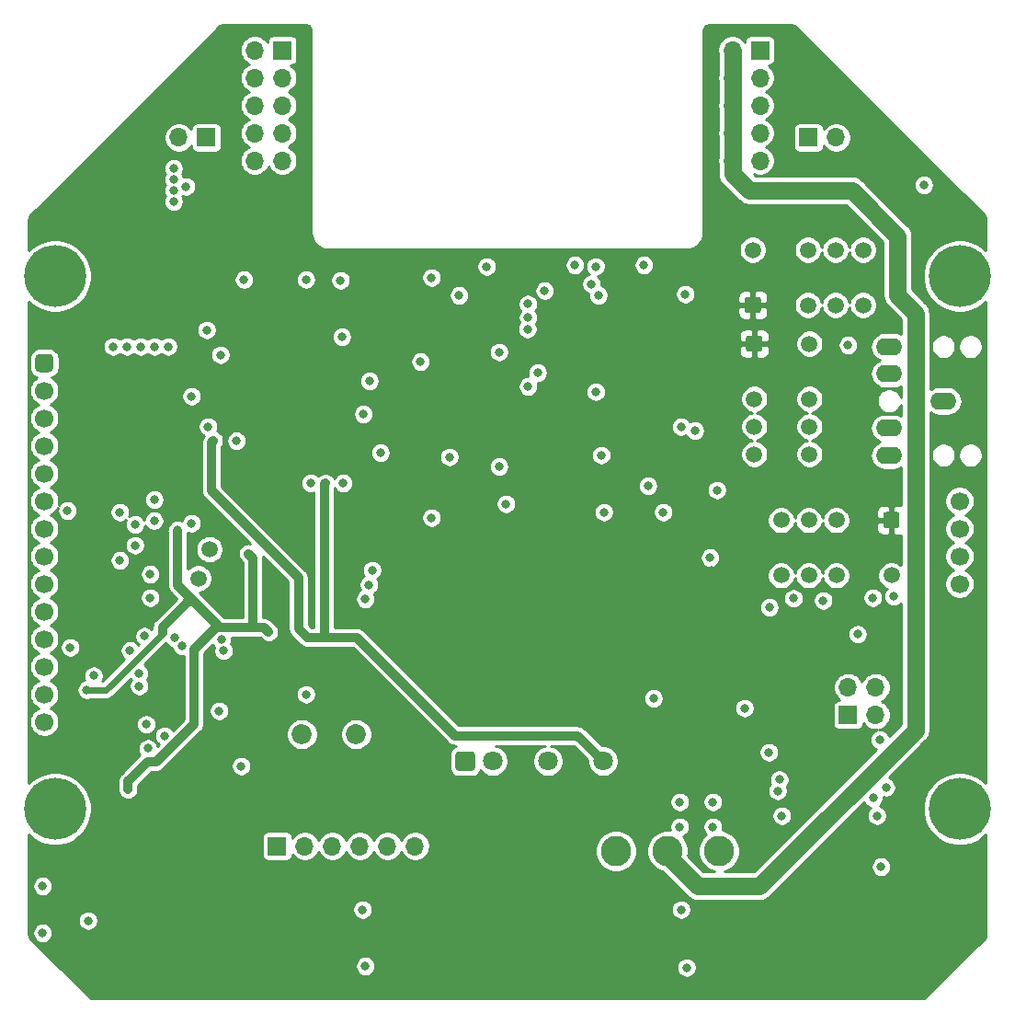
<source format=gbr>
%TF.GenerationSoftware,KiCad,Pcbnew,(5.1.6-0-10_14)*%
%TF.CreationDate,2020-11-20T20:27:55-06:00*%
%TF.ProjectId,Breadboard_DMM,42726561-6462-46f6-9172-645f444d4d2e,rev?*%
%TF.SameCoordinates,Original*%
%TF.FileFunction,Copper,L3,Inr*%
%TF.FilePolarity,Positive*%
%FSLAX46Y46*%
G04 Gerber Fmt 4.6, Leading zero omitted, Abs format (unit mm)*
G04 Created by KiCad (PCBNEW (5.1.6-0-10_14)) date 2020-11-20 20:27:55*
%MOMM*%
%LPD*%
G01*
G04 APERTURE LIST*
%TA.AperFunction,ViaPad*%
%ADD10C,5.700000*%
%TD*%
%TA.AperFunction,ViaPad*%
%ADD11C,1.700000*%
%TD*%
%TA.AperFunction,ViaPad*%
%ADD12C,1.500000*%
%TD*%
%TA.AperFunction,ViaPad*%
%ADD13O,1.700000X1.700000*%
%TD*%
%TA.AperFunction,ViaPad*%
%ADD14R,1.700000X1.700000*%
%TD*%
%TA.AperFunction,ViaPad*%
%ADD15C,1.850000*%
%TD*%
%TA.AperFunction,ViaPad*%
%ADD16C,2.800000*%
%TD*%
%TA.AperFunction,ViaPad*%
%ADD17C,1.800000*%
%TD*%
%TA.AperFunction,ViaPad*%
%ADD18O,2.400000X1.600000*%
%TD*%
%TA.AperFunction,ViaPad*%
%ADD19C,0.800000*%
%TD*%
%TA.AperFunction,Conductor*%
%ADD20C,0.812800*%
%TD*%
%TA.AperFunction,Conductor*%
%ADD21C,0.609600*%
%TD*%
%TA.AperFunction,Conductor*%
%ADD22C,1.625600*%
%TD*%
%TA.AperFunction,Conductor*%
%ADD23C,0.254000*%
%TD*%
G04 APERTURE END LIST*
D10*
%TO.N,*%
%TO.C,DS701*%
X186310801Y-122194800D03*
X186310801Y-73154800D03*
X103010801Y-73154800D03*
X103010801Y-122194800D03*
D11*
%TO.N,/MCU & Display/SPI_SCK*%
X186310801Y-101484800D03*
%TO.N,/MCU & Display/SPI_MISO*%
X186310801Y-98944800D03*
%TO.N,/MCU & Display/SPI_MOSI*%
X186310801Y-96404800D03*
%TO.N,/MCU & Display/SPI_SD_CS*%
X186310801Y-93864800D03*
%TO.N,Net-(DS701-Pad14)*%
X102010801Y-114174800D03*
%TO.N,Net-(DS701-Pad13)*%
X102010801Y-111634800D03*
%TO.N,Net-(DS701-Pad12)*%
X102010801Y-109094800D03*
%TO.N,Net-(DS701-Pad11)*%
X102010801Y-106554800D03*
%TO.N,Net-(DS701-Pad10)*%
X102010801Y-104014800D03*
%TO.N,/MCU & Display/SPI_MISO*%
X102010801Y-101474800D03*
%TO.N,Net-(DS701-Pad8)*%
X102010801Y-98934800D03*
%TO.N,/MCU & Display/SPI_SCK*%
X102010801Y-96394800D03*
%TO.N,/MCU & Display/SPI_MOSI*%
X102010801Y-93854800D03*
%TO.N,/MCU & Display/LCD_DC*%
X102010801Y-91314800D03*
%TO.N,/MCU & Display/LCD_~RESET~*%
X102010801Y-88774800D03*
%TO.N,/MCU & Display/SPI_LCD_CS*%
X102010801Y-86234800D03*
%TO.N,GND*%
X102010801Y-83694800D03*
%TO.N,+3V3*%
%TA.AperFunction,ViaPad*%
G36*
G01*
X102435801Y-82004800D02*
X101585801Y-82004800D01*
G75*
G02*
X101160801Y-81579800I0J425000D01*
G01*
X101160801Y-80729800D01*
G75*
G02*
X101585801Y-80304800I425000J0D01*
G01*
X102435801Y-80304800D01*
G75*
G02*
X102860801Y-80729800I0J-425000D01*
G01*
X102860801Y-81579800D01*
G75*
G02*
X102435801Y-82004800I-425000J0D01*
G01*
G37*
%TD.AperFunction*%
%TD*%
D12*
%TO.N,Net-(TP702-Pad1)*%
%TO.C,TP702*%
X116205000Y-100965000D03*
%TD*%
%TO.N,Net-(TP701-Pad1)*%
%TO.C,TP701*%
X117221000Y-98298000D03*
%TD*%
D13*
%TO.N,GND*%
%TO.C,J703*%
X178562000Y-110998000D03*
%TO.N,Net-(D702-Pad2)*%
X176022000Y-110998000D03*
%TO.N,/MCU & Display/MCU_PROG_RX*%
X178562000Y-113538000D03*
D14*
%TO.N,/MCU & Display/MCU_PROG_TX*%
X176022000Y-113538000D03*
%TD*%
D15*
%TO.N,GND*%
%TO.C,LS701*%
X130730000Y-115316000D03*
%TO.N,Net-(LS701-Pad1)*%
X125730000Y-115316000D03*
%TD*%
D13*
%TO.N,Net-(J701-Pad6)*%
%TO.C,J701*%
X136144000Y-125603000D03*
%TO.N,/MCU & Display/MCU_NRST*%
X133604000Y-125603000D03*
%TO.N,/MCU & Display/MCU_SWDIO_BOOT0*%
X131064000Y-125603000D03*
%TO.N,GND*%
X128524000Y-125603000D03*
%TO.N,/MCU & Display/MCU_SWCLK*%
X125984000Y-125603000D03*
D14*
%TO.N,Net-(D701-Pad2)*%
X123444000Y-125603000D03*
%TD*%
D12*
%TO.N,Net-(D501-Pad2)*%
%TO.C,K501*%
X167259000Y-70739000D03*
%TO.N,N/C*%
X172339000Y-70739000D03*
X174879000Y-70739000D03*
X177419000Y-70739000D03*
%TO.N,Net-(K501-Pad5)*%
X177419000Y-75819000D03*
%TO.N,/Front End/Calibration Mux/OUTPUT_V+*%
X174879000Y-75819000D03*
%TO.N,/Front End/V+*%
X172339000Y-75819000D03*
%TO.N,+5VA*%
%TA.AperFunction,ViaPad*%
G36*
G01*
X167758500Y-76569000D02*
X166759500Y-76569000D01*
G75*
G02*
X166509000Y-76318500I0J250500D01*
G01*
X166509000Y-75319500D01*
G75*
G02*
X166759500Y-75069000I250500J0D01*
G01*
X167758500Y-75069000D01*
G75*
G02*
X168009000Y-75319500I0J-250500D01*
G01*
X168009000Y-76318500D01*
G75*
G02*
X167758500Y-76569000I-250500J0D01*
G01*
G37*
%TD.AperFunction*%
%TD*%
%TO.N,Net-(D302-Pad2)*%
%TO.C,K301*%
X180022500Y-100693500D03*
%TO.N,/ADC/V-_INPUT*%
X174942500Y-100693500D03*
%TO.N,/ADC/I_SENSE-*%
X172402500Y-100693500D03*
%TO.N,/Front End/CURRENT_SOURCE_-*%
X169862500Y-100693500D03*
%TO.N,/Front End/Calibration Mux/OUTPUT_V+*%
X169862500Y-95613500D03*
%TO.N,/Front End/Ohmeter Current Source/CURRENT_SOURCE_OUT+*%
X172402500Y-95613500D03*
%TO.N,GND*%
X174942500Y-95613500D03*
%TO.N,+5VA*%
%TA.AperFunction,ViaPad*%
G36*
G01*
X179523000Y-94863500D02*
X180522000Y-94863500D01*
G75*
G02*
X180772500Y-95114000I0J-250500D01*
G01*
X180772500Y-96113000D01*
G75*
G02*
X180522000Y-96363500I-250500J0D01*
G01*
X179523000Y-96363500D01*
G75*
G02*
X179272500Y-96113000I0J250500D01*
G01*
X179272500Y-95114000D01*
G75*
G02*
X179523000Y-94863500I250500J0D01*
G01*
G37*
%TD.AperFunction*%
%TD*%
%TO.N,+5VA*%
%TO.C,K302*%
%TA.AperFunction,ViaPad*%
G36*
G01*
X166636000Y-79874500D02*
X166636000Y-78875500D01*
G75*
G02*
X166886500Y-78625000I250500J0D01*
G01*
X167885500Y-78625000D01*
G75*
G02*
X168136000Y-78875500I0J-250500D01*
G01*
X168136000Y-79874500D01*
G75*
G02*
X167885500Y-80125000I-250500J0D01*
G01*
X166886500Y-80125000D01*
G75*
G02*
X166636000Y-79874500I0J250500D01*
G01*
G37*
%TD.AperFunction*%
%TO.N,Net-(K302-Pad3)*%
X167386000Y-84455000D03*
%TO.N,/ADC/V-_INPUT*%
X167386000Y-86995000D03*
%TO.N,Net-(K302-Pad5)*%
X167386000Y-89535000D03*
%TO.N,Net-(K302-Pad8)*%
X172466000Y-89535000D03*
%TO.N,/Front End/Calibration Mux/OUTPUT_V+*%
X172466000Y-86995000D03*
%TO.N,Net-(K302-Pad10)*%
X172466000Y-84455000D03*
%TO.N,Net-(D301-Pad2)*%
X172466000Y-79375000D03*
%TD*%
D16*
%TO.N,/Power Input Protection/V_IN+*%
%TO.C,SW101*%
X154660200Y-126060200D03*
%TO.N,Net-(J101-Pad10)*%
X159410200Y-126060200D03*
%TO.N,Net-(SW101-Pad1)*%
X164160200Y-126060200D03*
%TD*%
D13*
%TO.N,/Front End/I+*%
%TO.C,J302*%
X114390800Y-60399400D03*
D14*
%TO.N,/ADC/I_SENSE-*%
X116930800Y-60399400D03*
%TD*%
D13*
%TO.N,/Front End/V+*%
%TO.C,J301*%
X174930800Y-60399400D03*
D14*
%TO.N,/ADC/I_SENSE-*%
X172390800Y-60399400D03*
%TD*%
D17*
%TO.N,+5VD*%
%TO.C,PS101*%
X153479500Y-117792500D03*
%TO.N,GND*%
X148399500Y-117792500D03*
%TO.N,/V_IN_ISOLATOR*%
%TA.AperFunction,ViaPad*%
G36*
G01*
X141398700Y-118692500D02*
X140160300Y-118692500D01*
G75*
G02*
X139879500Y-118411700I0J280800D01*
G01*
X139879500Y-117173300D01*
G75*
G02*
X140160300Y-116892500I280800J0D01*
G01*
X141398700Y-116892500D01*
G75*
G02*
X141679500Y-117173300I0J-280800D01*
G01*
X141679500Y-118411700D01*
G75*
G02*
X141398700Y-118692500I-280800J0D01*
G01*
G37*
%TD.AperFunction*%
%TO.N,GNDL*%
X143319500Y-117792500D03*
%TD*%
D18*
%TO.N,N/C*%
%TO.C,J702*%
X179810400Y-82145500D03*
X179810400Y-87145500D03*
%TO.N,Net-(J702-PadR)*%
X179810400Y-89645500D03*
%TO.N,Net-(J702-PadT)*%
X179810400Y-79645500D03*
%TO.N,GNDL*%
X184810400Y-84645500D03*
%TD*%
D13*
%TO.N,Net-(J102-Pad10)*%
%TO.C,J102*%
X121390800Y-62529400D03*
%TO.N,Net-(J102-Pad9)*%
X123930800Y-62529400D03*
%TO.N,Net-(J102-Pad8)*%
X121390800Y-59989400D03*
%TO.N,Net-(J102-Pad7)*%
X123930800Y-59989400D03*
%TO.N,Net-(J102-Pad6)*%
X121390800Y-57449400D03*
%TO.N,Net-(J102-Pad5)*%
X123930800Y-57449400D03*
%TO.N,Net-(J102-Pad4)*%
X121390800Y-54909400D03*
%TO.N,Net-(J102-Pad3)*%
X123930800Y-54909400D03*
%TO.N,Net-(J102-Pad2)*%
X121390800Y-52369400D03*
D14*
%TO.N,Net-(J102-Pad1)*%
X123930800Y-52369400D03*
%TD*%
D13*
%TO.N,Net-(J101-Pad10)*%
%TO.C,J101*%
X165390800Y-62529400D03*
%TO.N,GNDL*%
X167930800Y-62529400D03*
%TO.N,Net-(J101-Pad10)*%
X165390800Y-59989400D03*
%TO.N,GNDL*%
X167930800Y-59989400D03*
%TO.N,Net-(J101-Pad10)*%
X165390800Y-57449400D03*
%TO.N,GNDL*%
X167930800Y-57449400D03*
%TO.N,Net-(J101-Pad10)*%
X165390800Y-54909400D03*
%TO.N,GNDL*%
X167930800Y-54909400D03*
%TO.N,Net-(J101-Pad10)*%
X165390800Y-52369400D03*
D14*
%TO.N,GNDL*%
X167930800Y-52369400D03*
%TD*%
D19*
%TO.N,GND*%
X160528000Y-121539000D03*
X160528000Y-123825000D03*
X163576000Y-123825000D03*
X163576000Y-121539000D03*
X176910984Y-106102190D03*
X110363000Y-97917000D03*
X110363000Y-96012000D03*
X112141000Y-93726000D03*
X112119616Y-95648618D03*
X111760000Y-102743000D03*
X117094000Y-86995000D03*
X119714172Y-88311828D03*
X131387800Y-85852000D03*
X118237000Y-80391000D03*
X129413000Y-78740000D03*
X129286000Y-73533000D03*
X142748000Y-72263000D03*
X148082000Y-74491800D03*
X146555109Y-75715041D03*
X140208000Y-74930000D03*
X152781000Y-72263000D03*
X157226000Y-72135995D03*
X161036000Y-74803000D03*
X168783000Y-103632000D03*
X173736000Y-102997000D03*
X178308000Y-102743000D03*
X160638328Y-87011672D03*
X152797672Y-83803328D03*
X143891000Y-90678000D03*
X144526000Y-94107000D03*
X139319000Y-89789000D03*
X137667994Y-95377000D03*
X131953000Y-82804000D03*
X136652000Y-81026000D03*
X159004000Y-94869000D03*
X163322000Y-99060000D03*
X168751210Y-116967000D03*
X183007000Y-64770000D03*
X143891000Y-80137000D03*
X120396000Y-73475800D03*
X126111000Y-73469500D03*
X108966000Y-99314000D03*
X111760000Y-100584000D03*
X169926000Y-122809004D03*
X115570000Y-95885000D03*
X132969000Y-89408000D03*
X116967000Y-78105000D03*
X161925000Y-87376000D03*
X158115000Y-112014000D03*
X166497000Y-112903000D03*
X153035000Y-74930004D03*
X129540000Y-92202000D03*
X115570000Y-84201000D03*
X118110000Y-113157000D03*
X101854000Y-129286000D03*
X101854000Y-133604000D03*
X131572000Y-136652000D03*
X161163000Y-136779000D03*
X126536410Y-92202000D03*
%TO.N,+5VD*%
X125412500Y-105600500D03*
X117411500Y-92900500D03*
X118682201Y-94171201D03*
X127889000Y-92201994D03*
X117602000Y-88265002D03*
%TO.N,+5VA*%
X150368000Y-74549000D03*
X152781000Y-82296000D03*
X165100000Y-116967000D03*
X165100000Y-118110000D03*
X163957000Y-118110000D03*
X163957000Y-119253000D03*
X165100000Y-119253000D03*
X165100000Y-120396000D03*
X163957000Y-120396000D03*
X137668000Y-97282000D03*
X129667000Y-88138000D03*
X148209000Y-90932000D03*
X159131000Y-120396000D03*
X159131000Y-119253000D03*
X159131000Y-118110000D03*
X159131000Y-117094000D03*
X160274000Y-117094000D03*
X160274000Y-118110000D03*
X160274000Y-119253000D03*
X160274000Y-120269000D03*
X166243000Y-118110000D03*
X166243000Y-119253000D03*
X166243000Y-120396000D03*
X182372000Y-67945000D03*
X134747000Y-89408000D03*
X139319000Y-91059000D03*
X163449000Y-100203000D03*
X156343651Y-99707150D03*
X153289003Y-78740003D03*
X113664996Y-82931000D03*
%TO.N,+3V3*%
X122682000Y-105918000D03*
X114300000Y-99060000D03*
X114300000Y-96520000D03*
X114300000Y-101600000D03*
X114300000Y-100330000D03*
X114300000Y-97790000D03*
X120777000Y-98679000D03*
X112884542Y-106038078D03*
X105925488Y-111239745D03*
X179070000Y-127508000D03*
X111543500Y-117818500D03*
X109728000Y-120396000D03*
X106045000Y-132461000D03*
X160655000Y-131445000D03*
X131318000Y-131445000D03*
%TO.N,VREF_4.096V*%
X146563500Y-83306500D03*
X146494625Y-78019590D03*
%TO.N,/MCU & Display/MCU_NRST*%
X126111000Y-111633000D03*
X111236597Y-106283597D03*
%TO.N,Net-(D301-Pad2)*%
X176022000Y-79502000D03*
%TO.N,Net-(D401-Pad2)*%
X153543694Y-94884228D03*
X153300138Y-89628657D03*
%TO.N,Net-(D601-Pad2)*%
X108331000Y-79629000D03*
X109601000Y-79629000D03*
X110871000Y-79629000D03*
X112141000Y-79629000D03*
X113411000Y-79629000D03*
X115062000Y-64897000D03*
X113919000Y-63246000D03*
X113919000Y-64262000D03*
X113919000Y-65278000D03*
X113919000Y-66294000D03*
%TO.N,Net-(J702-PadR)*%
X178336744Y-121196189D03*
%TO.N,Net-(J702-PadT)*%
X179514497Y-120205503D03*
%TO.N,/MCU & Display/MCU_PROG_RX*%
X113069811Y-115442991D03*
%TO.N,/MCU & Display/MCU_PROG_TX*%
X111396803Y-114391491D03*
%TO.N,/ADC/V-_INPUT*%
X147447000Y-82042000D03*
X146558010Y-76962000D03*
%TO.N,Net-(LS701-Pad1)*%
X120141992Y-118237000D03*
%TO.N,/Front End/METER_CURRENT_SOURCE_ON*%
X180213000Y-102616000D03*
X170998500Y-102813500D03*
%TO.N,/Front End/SET_CURRENT_SOURCE_A*%
X113995752Y-106416730D03*
X157607000Y-92455996D03*
%TO.N,/Front End/SET_CURRENT_SOURCE_B*%
X114695816Y-107204671D03*
X163957000Y-92837000D03*
%TO.N,/Front End/CALIBRATE_MUX_~A*%
X137668000Y-73278994D03*
X131571996Y-102870000D03*
%TO.N,/Front End/CALIBRATE_RELAY_ON*%
X132207001Y-100203001D03*
X152391122Y-73884426D03*
%TO.N,/Front End/CALIBRATE_MUX_~B*%
X150875996Y-72135996D03*
X131925646Y-101572644D03*
%TO.N,Net-(R712-Pad2)*%
X108966000Y-94868992D03*
%TO.N,/MCU & Display/MCU_TX*%
X118524638Y-107638588D03*
X169545008Y-120535778D03*
%TO.N,/MCU & Display/MCU_RX*%
X118334272Y-106597410D03*
X169692388Y-119492121D03*
%TO.N,/MCU & Display/SPI_SCK*%
X109903104Y-107617104D03*
%TO.N,/MCU & Display/SPI_MISO*%
X110744000Y-109728000D03*
%TO.N,/MCU & Display/SPI_MOSI*%
X106553000Y-109924808D03*
X110744000Y-110871000D03*
%TO.N,/MCU & Display/SPI_SD_CS*%
X111547664Y-116610384D03*
%TO.N,/MCU & Display/SPI_LCD_CS*%
X104140000Y-94742000D03*
%TO.N,GNDL*%
X178943000Y-115824000D03*
X178688994Y-122809000D03*
%TO.N,Net-(DS701-Pad8)*%
X104394000Y-107315000D03*
%TD*%
D20*
%TO.N,+5VD*%
X130810000Y-106426000D02*
X126238000Y-106426000D01*
X126238000Y-106426000D02*
X125412500Y-105600500D01*
X153479500Y-117792500D02*
X151130000Y-115443000D01*
X151130000Y-115443000D02*
X139827000Y-115443000D01*
X139827000Y-115443000D02*
X130810000Y-106426000D01*
X125412500Y-100901500D02*
X117411500Y-92900500D01*
X125412500Y-105600500D02*
X125412500Y-100901500D01*
X127781001Y-92309993D02*
X127889000Y-92201994D01*
X127781001Y-106406999D02*
X127781001Y-92309993D01*
X117411500Y-92900500D02*
X117411500Y-88455502D01*
X117411500Y-88455502D02*
X117602000Y-88265002D01*
%TO.N,+3V3*%
X114300000Y-101600000D02*
X114300000Y-100330000D01*
X114300000Y-100330000D02*
X114300000Y-99060000D01*
X114300000Y-99060000D02*
X114300000Y-97790000D01*
X114300000Y-96640578D02*
X114239711Y-96580289D01*
X114300000Y-97790000D02*
X114300000Y-96640578D01*
X122250209Y-105486209D02*
X122682000Y-105918000D01*
X121234209Y-99136209D02*
X120777000Y-98679000D01*
X121234209Y-105486209D02*
X121234209Y-99136209D01*
X121234209Y-105486209D02*
X122250209Y-105486209D01*
X118186209Y-105486209D02*
X121234209Y-105486209D01*
X115824000Y-103124000D02*
X118186209Y-105486209D01*
X114300000Y-101600000D02*
X115824000Y-103124000D01*
X115232935Y-103124000D02*
X115824000Y-103124000D01*
X112884542Y-106038078D02*
X112884542Y-105472393D01*
X112884542Y-105472393D02*
X115232935Y-103124000D01*
D21*
X112884542Y-106063458D02*
X112884542Y-106038078D01*
X105925488Y-111239745D02*
X107708255Y-111239745D01*
X107708255Y-111239745D02*
X112884542Y-106063458D01*
D20*
X112338880Y-117818500D02*
X111543500Y-117818500D01*
X118186209Y-105486209D02*
X117800895Y-105486209D01*
X117800895Y-105486209D02*
X115792205Y-107494899D01*
X115792205Y-107494899D02*
X115792205Y-114365175D01*
X115792205Y-114365175D02*
X112338880Y-117818500D01*
X109728000Y-119634000D02*
X109728000Y-120396000D01*
X111543500Y-117818500D02*
X109728000Y-119634000D01*
D22*
%TO.N,Net-(J101-Pad10)*%
X165390800Y-52369400D02*
X165390800Y-54909400D01*
X165390800Y-57449400D02*
X165390800Y-59989400D01*
X165390800Y-54909400D02*
X165390800Y-57449400D01*
X165390800Y-59989400D02*
X165390800Y-62529400D01*
X159410200Y-126517200D02*
X159410200Y-126060200D01*
X167894000Y-129286000D02*
X162179000Y-129286000D01*
X182245000Y-76581000D02*
X182245000Y-114935000D01*
X162179000Y-129286000D02*
X159410200Y-126517200D01*
X166937319Y-65278000D02*
X176403000Y-65278000D01*
X180594000Y-69469000D02*
X180594000Y-74930000D01*
X182245000Y-114935000D02*
X167894000Y-129286000D01*
X176403000Y-65278000D02*
X180594000Y-69469000D01*
X180594000Y-74930000D02*
X182245000Y-76581000D01*
X165390800Y-63731481D02*
X166937319Y-65278000D01*
X165390800Y-62529400D02*
X165390800Y-63731481D01*
%TD*%
D23*
%TO.N,+5VA*%
G36*
X126241026Y-50088514D02*
G01*
X126318403Y-50111906D01*
X126389757Y-50149879D01*
X126452377Y-50200989D01*
X126503880Y-50263291D01*
X126542300Y-50334408D01*
X126566174Y-50411633D01*
X126577400Y-50518820D01*
X126577401Y-69158052D01*
X126579844Y-69182857D01*
X126579804Y-69188318D01*
X126580596Y-69196425D01*
X126600933Y-69390600D01*
X126611541Y-69442373D01*
X126621435Y-69494344D01*
X126623787Y-69502143D01*
X126681452Y-69688669D01*
X126701915Y-69737399D01*
X126721714Y-69786454D01*
X126725536Y-69793648D01*
X126818333Y-69965422D01*
X126847889Y-70009274D01*
X126876821Y-70053523D01*
X126881967Y-70059838D01*
X127006360Y-70210315D01*
X127043843Y-70247565D01*
X127080850Y-70285382D01*
X127087125Y-70290577D01*
X127238378Y-70414027D01*
X127282396Y-70443295D01*
X127326025Y-70473192D01*
X127333189Y-70477069D01*
X127505539Y-70568790D01*
X127554407Y-70588953D01*
X127603011Y-70609806D01*
X127610792Y-70612218D01*
X127797676Y-70668716D01*
X127849557Y-70679008D01*
X127901257Y-70690017D01*
X127909358Y-70690872D01*
X128103657Y-70709995D01*
X128103668Y-70709995D01*
X128132148Y-70712800D01*
X161189452Y-70712800D01*
X161214267Y-70710356D01*
X161219718Y-70710396D01*
X161227825Y-70709604D01*
X161422000Y-70689267D01*
X161473773Y-70678659D01*
X161525744Y-70668765D01*
X161533543Y-70666413D01*
X161707622Y-70612596D01*
X165975600Y-70612596D01*
X165975600Y-70865404D01*
X166024920Y-71113354D01*
X166121666Y-71346918D01*
X166262118Y-71557120D01*
X166440880Y-71735882D01*
X166651082Y-71876334D01*
X166884646Y-71973080D01*
X167132596Y-72022400D01*
X167385404Y-72022400D01*
X167633354Y-71973080D01*
X167866918Y-71876334D01*
X168077120Y-71735882D01*
X168255882Y-71557120D01*
X168396334Y-71346918D01*
X168493080Y-71113354D01*
X168542400Y-70865404D01*
X168542400Y-70612596D01*
X171055600Y-70612596D01*
X171055600Y-70865404D01*
X171104920Y-71113354D01*
X171201666Y-71346918D01*
X171342118Y-71557120D01*
X171520880Y-71735882D01*
X171731082Y-71876334D01*
X171964646Y-71973080D01*
X172212596Y-72022400D01*
X172465404Y-72022400D01*
X172713354Y-71973080D01*
X172946918Y-71876334D01*
X173157120Y-71735882D01*
X173335882Y-71557120D01*
X173476334Y-71346918D01*
X173573080Y-71113354D01*
X173609000Y-70932771D01*
X173644920Y-71113354D01*
X173741666Y-71346918D01*
X173882118Y-71557120D01*
X174060880Y-71735882D01*
X174271082Y-71876334D01*
X174504646Y-71973080D01*
X174752596Y-72022400D01*
X175005404Y-72022400D01*
X175253354Y-71973080D01*
X175486918Y-71876334D01*
X175697120Y-71735882D01*
X175875882Y-71557120D01*
X176016334Y-71346918D01*
X176113080Y-71113354D01*
X176149000Y-70932771D01*
X176184920Y-71113354D01*
X176281666Y-71346918D01*
X176422118Y-71557120D01*
X176600880Y-71735882D01*
X176811082Y-71876334D01*
X177044646Y-71973080D01*
X177292596Y-72022400D01*
X177545404Y-72022400D01*
X177793354Y-71973080D01*
X178026918Y-71876334D01*
X178237120Y-71735882D01*
X178415882Y-71557120D01*
X178556334Y-71346918D01*
X178653080Y-71113354D01*
X178702400Y-70865404D01*
X178702400Y-70612596D01*
X178653080Y-70364646D01*
X178556334Y-70131082D01*
X178415882Y-69920880D01*
X178237120Y-69742118D01*
X178026918Y-69601666D01*
X177793354Y-69504920D01*
X177545404Y-69455600D01*
X177292596Y-69455600D01*
X177044646Y-69504920D01*
X176811082Y-69601666D01*
X176600880Y-69742118D01*
X176422118Y-69920880D01*
X176281666Y-70131082D01*
X176184920Y-70364646D01*
X176149000Y-70545229D01*
X176113080Y-70364646D01*
X176016334Y-70131082D01*
X175875882Y-69920880D01*
X175697120Y-69742118D01*
X175486918Y-69601666D01*
X175253354Y-69504920D01*
X175005404Y-69455600D01*
X174752596Y-69455600D01*
X174504646Y-69504920D01*
X174271082Y-69601666D01*
X174060880Y-69742118D01*
X173882118Y-69920880D01*
X173741666Y-70131082D01*
X173644920Y-70364646D01*
X173609000Y-70545229D01*
X173573080Y-70364646D01*
X173476334Y-70131082D01*
X173335882Y-69920880D01*
X173157120Y-69742118D01*
X172946918Y-69601666D01*
X172713354Y-69504920D01*
X172465404Y-69455600D01*
X172212596Y-69455600D01*
X171964646Y-69504920D01*
X171731082Y-69601666D01*
X171520880Y-69742118D01*
X171342118Y-69920880D01*
X171201666Y-70131082D01*
X171104920Y-70364646D01*
X171055600Y-70612596D01*
X168542400Y-70612596D01*
X168493080Y-70364646D01*
X168396334Y-70131082D01*
X168255882Y-69920880D01*
X168077120Y-69742118D01*
X167866918Y-69601666D01*
X167633354Y-69504920D01*
X167385404Y-69455600D01*
X167132596Y-69455600D01*
X166884646Y-69504920D01*
X166651082Y-69601666D01*
X166440880Y-69742118D01*
X166262118Y-69920880D01*
X166121666Y-70131082D01*
X166024920Y-70364646D01*
X165975600Y-70612596D01*
X161707622Y-70612596D01*
X161720069Y-70608748D01*
X161768799Y-70588285D01*
X161817854Y-70568486D01*
X161825048Y-70564664D01*
X161996822Y-70471867D01*
X162040682Y-70442306D01*
X162084925Y-70413378D01*
X162091240Y-70408232D01*
X162241717Y-70283838D01*
X162278985Y-70246336D01*
X162316782Y-70209349D01*
X162321977Y-70203074D01*
X162445427Y-70051821D01*
X162474695Y-70007803D01*
X162504592Y-69964174D01*
X162508469Y-69957010D01*
X162600190Y-69784660D01*
X162620353Y-69735792D01*
X162641206Y-69687188D01*
X162643618Y-69679407D01*
X162700116Y-69492523D01*
X162710410Y-69440630D01*
X162721417Y-69388939D01*
X162722272Y-69380838D01*
X162741394Y-69186539D01*
X162744200Y-69158052D01*
X162744200Y-50523033D01*
X162754914Y-50414173D01*
X162778306Y-50336796D01*
X162816279Y-50265442D01*
X162867389Y-50202822D01*
X162929691Y-50151319D01*
X163000809Y-50112900D01*
X163078034Y-50089026D01*
X163185220Y-50077800D01*
X170868263Y-50077800D01*
X170977071Y-50088470D01*
X171054297Y-50111787D01*
X171125516Y-50149656D01*
X171209508Y-50218160D01*
X188585174Y-67593827D01*
X188654665Y-67678365D01*
X188692808Y-67749443D01*
X188716420Y-67826577D01*
X188727400Y-67934296D01*
X188727400Y-70786548D01*
X188467593Y-70526741D01*
X187913442Y-70156470D01*
X187297702Y-69901422D01*
X186644037Y-69771400D01*
X185977565Y-69771400D01*
X185323900Y-69901422D01*
X184708160Y-70156470D01*
X184154009Y-70526741D01*
X183682742Y-70998008D01*
X183312471Y-71552159D01*
X183057423Y-72167899D01*
X182927401Y-72821564D01*
X182927401Y-73488036D01*
X183057423Y-74141701D01*
X183312471Y-74757441D01*
X183682742Y-75311592D01*
X184154009Y-75782859D01*
X184708160Y-76153130D01*
X185323900Y-76408178D01*
X185977565Y-76538200D01*
X186644037Y-76538200D01*
X187297702Y-76408178D01*
X187913442Y-76153130D01*
X188467593Y-75782859D01*
X188727400Y-75523052D01*
X188727401Y-119826549D01*
X188467593Y-119566741D01*
X187913442Y-119196470D01*
X187297702Y-118941422D01*
X186644037Y-118811400D01*
X185977565Y-118811400D01*
X185323900Y-118941422D01*
X184708160Y-119196470D01*
X184154009Y-119566741D01*
X183682742Y-120038008D01*
X183312471Y-120592159D01*
X183057423Y-121207899D01*
X182927401Y-121861564D01*
X182927401Y-122528036D01*
X183057423Y-123181701D01*
X183312471Y-123797441D01*
X183682742Y-124351592D01*
X184154009Y-124822859D01*
X184708160Y-125193130D01*
X185323900Y-125448178D01*
X185977565Y-125578200D01*
X186644037Y-125578200D01*
X187297702Y-125448178D01*
X187913442Y-125193130D01*
X188467593Y-124822859D01*
X188727401Y-124563051D01*
X188727401Y-133752253D01*
X188716730Y-133861070D01*
X188693412Y-133938298D01*
X188655542Y-134009518D01*
X188587041Y-134093507D01*
X183211380Y-139469168D01*
X183126832Y-139538666D01*
X183055759Y-139576807D01*
X182978626Y-139600419D01*
X182870903Y-139611400D01*
X106453337Y-139611400D01*
X106344530Y-139600730D01*
X106267302Y-139577412D01*
X106196082Y-139539542D01*
X106112093Y-139471041D01*
X103201120Y-136560068D01*
X130638600Y-136560068D01*
X130638600Y-136743932D01*
X130674470Y-136924263D01*
X130744832Y-137094131D01*
X130846981Y-137247008D01*
X130976992Y-137377019D01*
X131129869Y-137479168D01*
X131299737Y-137549530D01*
X131480068Y-137585400D01*
X131663932Y-137585400D01*
X131844263Y-137549530D01*
X132014131Y-137479168D01*
X132167008Y-137377019D01*
X132297019Y-137247008D01*
X132399168Y-137094131D01*
X132469530Y-136924263D01*
X132505400Y-136743932D01*
X132505400Y-136687068D01*
X160229600Y-136687068D01*
X160229600Y-136870932D01*
X160265470Y-137051263D01*
X160335832Y-137221131D01*
X160437981Y-137374008D01*
X160567992Y-137504019D01*
X160720869Y-137606168D01*
X160890737Y-137676530D01*
X161071068Y-137712400D01*
X161254932Y-137712400D01*
X161435263Y-137676530D01*
X161605131Y-137606168D01*
X161758008Y-137504019D01*
X161888019Y-137374008D01*
X161990168Y-137221131D01*
X162060530Y-137051263D01*
X162096400Y-136870932D01*
X162096400Y-136687068D01*
X162060530Y-136506737D01*
X161990168Y-136336869D01*
X161888019Y-136183992D01*
X161758008Y-136053981D01*
X161605131Y-135951832D01*
X161435263Y-135881470D01*
X161254932Y-135845600D01*
X161071068Y-135845600D01*
X160890737Y-135881470D01*
X160720869Y-135951832D01*
X160567992Y-136053981D01*
X160437981Y-136183992D01*
X160335832Y-136336869D01*
X160265470Y-136506737D01*
X160229600Y-136687068D01*
X132505400Y-136687068D01*
X132505400Y-136560068D01*
X132469530Y-136379737D01*
X132399168Y-136209869D01*
X132297019Y-136056992D01*
X132167008Y-135926981D01*
X132014131Y-135824832D01*
X131844263Y-135754470D01*
X131663932Y-135718600D01*
X131480068Y-135718600D01*
X131299737Y-135754470D01*
X131129869Y-135824832D01*
X130976992Y-135926981D01*
X130846981Y-136056992D01*
X130744832Y-136209869D01*
X130674470Y-136379737D01*
X130638600Y-136560068D01*
X103201120Y-136560068D01*
X100736432Y-134095380D01*
X100666934Y-134010832D01*
X100628793Y-133939759D01*
X100605181Y-133862626D01*
X100594200Y-133754903D01*
X100594200Y-133512068D01*
X100920600Y-133512068D01*
X100920600Y-133695932D01*
X100956470Y-133876263D01*
X101026832Y-134046131D01*
X101128981Y-134199008D01*
X101258992Y-134329019D01*
X101411869Y-134431168D01*
X101581737Y-134501530D01*
X101762068Y-134537400D01*
X101945932Y-134537400D01*
X102126263Y-134501530D01*
X102296131Y-134431168D01*
X102449008Y-134329019D01*
X102579019Y-134199008D01*
X102681168Y-134046131D01*
X102751530Y-133876263D01*
X102787400Y-133695932D01*
X102787400Y-133512068D01*
X102751530Y-133331737D01*
X102681168Y-133161869D01*
X102579019Y-133008992D01*
X102449008Y-132878981D01*
X102296131Y-132776832D01*
X102126263Y-132706470D01*
X101945932Y-132670600D01*
X101762068Y-132670600D01*
X101581737Y-132706470D01*
X101411869Y-132776832D01*
X101258992Y-132878981D01*
X101128981Y-133008992D01*
X101026832Y-133161869D01*
X100956470Y-133331737D01*
X100920600Y-133512068D01*
X100594200Y-133512068D01*
X100594200Y-132369068D01*
X105111600Y-132369068D01*
X105111600Y-132552932D01*
X105147470Y-132733263D01*
X105217832Y-132903131D01*
X105319981Y-133056008D01*
X105449992Y-133186019D01*
X105602869Y-133288168D01*
X105772737Y-133358530D01*
X105953068Y-133394400D01*
X106136932Y-133394400D01*
X106317263Y-133358530D01*
X106487131Y-133288168D01*
X106640008Y-133186019D01*
X106770019Y-133056008D01*
X106872168Y-132903131D01*
X106942530Y-132733263D01*
X106978400Y-132552932D01*
X106978400Y-132369068D01*
X106942530Y-132188737D01*
X106872168Y-132018869D01*
X106770019Y-131865992D01*
X106640008Y-131735981D01*
X106487131Y-131633832D01*
X106317263Y-131563470D01*
X106136932Y-131527600D01*
X105953068Y-131527600D01*
X105772737Y-131563470D01*
X105602869Y-131633832D01*
X105449992Y-131735981D01*
X105319981Y-131865992D01*
X105217832Y-132018869D01*
X105147470Y-132188737D01*
X105111600Y-132369068D01*
X100594200Y-132369068D01*
X100594200Y-131353068D01*
X130384600Y-131353068D01*
X130384600Y-131536932D01*
X130420470Y-131717263D01*
X130490832Y-131887131D01*
X130592981Y-132040008D01*
X130722992Y-132170019D01*
X130875869Y-132272168D01*
X131045737Y-132342530D01*
X131226068Y-132378400D01*
X131409932Y-132378400D01*
X131590263Y-132342530D01*
X131760131Y-132272168D01*
X131913008Y-132170019D01*
X132043019Y-132040008D01*
X132145168Y-131887131D01*
X132215530Y-131717263D01*
X132251400Y-131536932D01*
X132251400Y-131353068D01*
X159721600Y-131353068D01*
X159721600Y-131536932D01*
X159757470Y-131717263D01*
X159827832Y-131887131D01*
X159929981Y-132040008D01*
X160059992Y-132170019D01*
X160212869Y-132272168D01*
X160382737Y-132342530D01*
X160563068Y-132378400D01*
X160746932Y-132378400D01*
X160927263Y-132342530D01*
X161097131Y-132272168D01*
X161250008Y-132170019D01*
X161380019Y-132040008D01*
X161482168Y-131887131D01*
X161552530Y-131717263D01*
X161588400Y-131536932D01*
X161588400Y-131353068D01*
X161552530Y-131172737D01*
X161482168Y-131002869D01*
X161380019Y-130849992D01*
X161250008Y-130719981D01*
X161097131Y-130617832D01*
X160927263Y-130547470D01*
X160746932Y-130511600D01*
X160563068Y-130511600D01*
X160382737Y-130547470D01*
X160212869Y-130617832D01*
X160059992Y-130719981D01*
X159929981Y-130849992D01*
X159827832Y-131002869D01*
X159757470Y-131172737D01*
X159721600Y-131353068D01*
X132251400Y-131353068D01*
X132215530Y-131172737D01*
X132145168Y-131002869D01*
X132043019Y-130849992D01*
X131913008Y-130719981D01*
X131760131Y-130617832D01*
X131590263Y-130547470D01*
X131409932Y-130511600D01*
X131226068Y-130511600D01*
X131045737Y-130547470D01*
X130875869Y-130617832D01*
X130722992Y-130719981D01*
X130592981Y-130849992D01*
X130490832Y-131002869D01*
X130420470Y-131172737D01*
X130384600Y-131353068D01*
X100594200Y-131353068D01*
X100594200Y-129194068D01*
X100920600Y-129194068D01*
X100920600Y-129377932D01*
X100956470Y-129558263D01*
X101026832Y-129728131D01*
X101128981Y-129881008D01*
X101258992Y-130011019D01*
X101411869Y-130113168D01*
X101581737Y-130183530D01*
X101762068Y-130219400D01*
X101945932Y-130219400D01*
X102126263Y-130183530D01*
X102296131Y-130113168D01*
X102449008Y-130011019D01*
X102579019Y-129881008D01*
X102681168Y-129728131D01*
X102751530Y-129558263D01*
X102787400Y-129377932D01*
X102787400Y-129194068D01*
X102751530Y-129013737D01*
X102681168Y-128843869D01*
X102579019Y-128690992D01*
X102449008Y-128560981D01*
X102296131Y-128458832D01*
X102126263Y-128388470D01*
X101945932Y-128352600D01*
X101762068Y-128352600D01*
X101581737Y-128388470D01*
X101411869Y-128458832D01*
X101258992Y-128560981D01*
X101128981Y-128690992D01*
X101026832Y-128843869D01*
X100956470Y-129013737D01*
X100920600Y-129194068D01*
X100594200Y-129194068D01*
X100594200Y-124563050D01*
X100854009Y-124822859D01*
X101408160Y-125193130D01*
X102023900Y-125448178D01*
X102677565Y-125578200D01*
X103344037Y-125578200D01*
X103997702Y-125448178D01*
X104613442Y-125193130D01*
X105167593Y-124822859D01*
X105237452Y-124753000D01*
X122058020Y-124753000D01*
X122058020Y-126453000D01*
X122068319Y-126557565D01*
X122098819Y-126658111D01*
X122148349Y-126750775D01*
X122215005Y-126831995D01*
X122296225Y-126898651D01*
X122388889Y-126948181D01*
X122489435Y-126978681D01*
X122594000Y-126988980D01*
X124294000Y-126988980D01*
X124398565Y-126978681D01*
X124499111Y-126948181D01*
X124591775Y-126898651D01*
X124672995Y-126831995D01*
X124739651Y-126750775D01*
X124789181Y-126658111D01*
X124819681Y-126557565D01*
X124829980Y-126453000D01*
X124829980Y-126365941D01*
X124909443Y-126484866D01*
X125102134Y-126677557D01*
X125328714Y-126828953D01*
X125580477Y-126933237D01*
X125847747Y-126986400D01*
X126120253Y-126986400D01*
X126387523Y-126933237D01*
X126639286Y-126828953D01*
X126865866Y-126677557D01*
X127058557Y-126484866D01*
X127209953Y-126258286D01*
X127254000Y-126151947D01*
X127298047Y-126258286D01*
X127449443Y-126484866D01*
X127642134Y-126677557D01*
X127868714Y-126828953D01*
X128120477Y-126933237D01*
X128387747Y-126986400D01*
X128660253Y-126986400D01*
X128927523Y-126933237D01*
X129179286Y-126828953D01*
X129405866Y-126677557D01*
X129598557Y-126484866D01*
X129749953Y-126258286D01*
X129794000Y-126151947D01*
X129838047Y-126258286D01*
X129989443Y-126484866D01*
X130182134Y-126677557D01*
X130408714Y-126828953D01*
X130660477Y-126933237D01*
X130927747Y-126986400D01*
X131200253Y-126986400D01*
X131467523Y-126933237D01*
X131719286Y-126828953D01*
X131945866Y-126677557D01*
X132138557Y-126484866D01*
X132289953Y-126258286D01*
X132334000Y-126151947D01*
X132378047Y-126258286D01*
X132529443Y-126484866D01*
X132722134Y-126677557D01*
X132948714Y-126828953D01*
X133200477Y-126933237D01*
X133467747Y-126986400D01*
X133740253Y-126986400D01*
X134007523Y-126933237D01*
X134259286Y-126828953D01*
X134485866Y-126677557D01*
X134678557Y-126484866D01*
X134829953Y-126258286D01*
X134874000Y-126151947D01*
X134918047Y-126258286D01*
X135069443Y-126484866D01*
X135262134Y-126677557D01*
X135488714Y-126828953D01*
X135740477Y-126933237D01*
X136007747Y-126986400D01*
X136280253Y-126986400D01*
X136547523Y-126933237D01*
X136799286Y-126828953D01*
X137025866Y-126677557D01*
X137218557Y-126484866D01*
X137369953Y-126258286D01*
X137474237Y-126006523D01*
X137501437Y-125869777D01*
X152726800Y-125869777D01*
X152726800Y-126250623D01*
X152801099Y-126624152D01*
X152946843Y-126976008D01*
X153158430Y-127292671D01*
X153427729Y-127561970D01*
X153744392Y-127773557D01*
X154096248Y-127919301D01*
X154469777Y-127993600D01*
X154850623Y-127993600D01*
X155224152Y-127919301D01*
X155576008Y-127773557D01*
X155892671Y-127561970D01*
X156161970Y-127292671D01*
X156373557Y-126976008D01*
X156519301Y-126624152D01*
X156593600Y-126250623D01*
X156593600Y-125869777D01*
X157476800Y-125869777D01*
X157476800Y-126250623D01*
X157551099Y-126624152D01*
X157696843Y-126976008D01*
X157908430Y-127292671D01*
X158177729Y-127561970D01*
X158494392Y-127773557D01*
X158846248Y-127919301D01*
X158923942Y-127934755D01*
X161180333Y-130191148D01*
X161222487Y-130242513D01*
X161427473Y-130410740D01*
X161616169Y-130511600D01*
X161661339Y-130535744D01*
X161915098Y-130612721D01*
X162179000Y-130638714D01*
X162245135Y-130632200D01*
X167827872Y-130632200D01*
X167894000Y-130638713D01*
X168157901Y-130612721D01*
X168373005Y-130547470D01*
X168411661Y-130535744D01*
X168645527Y-130410740D01*
X168850513Y-130242513D01*
X168892676Y-130191137D01*
X171667745Y-127416068D01*
X178136600Y-127416068D01*
X178136600Y-127599932D01*
X178172470Y-127780263D01*
X178242832Y-127950131D01*
X178344981Y-128103008D01*
X178474992Y-128233019D01*
X178627869Y-128335168D01*
X178797737Y-128405530D01*
X178978068Y-128441400D01*
X179161932Y-128441400D01*
X179342263Y-128405530D01*
X179512131Y-128335168D01*
X179665008Y-128233019D01*
X179795019Y-128103008D01*
X179897168Y-127950131D01*
X179967530Y-127780263D01*
X180003400Y-127599932D01*
X180003400Y-127416068D01*
X179967530Y-127235737D01*
X179897168Y-127065869D01*
X179795019Y-126912992D01*
X179665008Y-126782981D01*
X179512131Y-126680832D01*
X179342263Y-126610470D01*
X179161932Y-126574600D01*
X178978068Y-126574600D01*
X178797737Y-126610470D01*
X178627869Y-126680832D01*
X178474992Y-126782981D01*
X178344981Y-126912992D01*
X178242832Y-127065869D01*
X178172470Y-127235737D01*
X178136600Y-127416068D01*
X171667745Y-127416068D01*
X177490807Y-121593007D01*
X177509576Y-121638320D01*
X177611725Y-121791197D01*
X177741736Y-121921208D01*
X177894613Y-122023357D01*
X178064481Y-122093719D01*
X178080968Y-122096999D01*
X177963975Y-122213992D01*
X177861826Y-122366869D01*
X177791464Y-122536737D01*
X177755594Y-122717068D01*
X177755594Y-122900932D01*
X177791464Y-123081263D01*
X177861826Y-123251131D01*
X177963975Y-123404008D01*
X178093986Y-123534019D01*
X178246863Y-123636168D01*
X178416731Y-123706530D01*
X178597062Y-123742400D01*
X178780926Y-123742400D01*
X178961257Y-123706530D01*
X179131125Y-123636168D01*
X179284002Y-123534019D01*
X179414013Y-123404008D01*
X179516162Y-123251131D01*
X179586524Y-123081263D01*
X179622394Y-122900932D01*
X179622394Y-122717068D01*
X179586524Y-122536737D01*
X179516162Y-122366869D01*
X179414013Y-122213992D01*
X179284002Y-122083981D01*
X179131125Y-121981832D01*
X178961257Y-121911470D01*
X178944770Y-121908190D01*
X179061763Y-121791197D01*
X179163912Y-121638320D01*
X179234274Y-121468452D01*
X179270144Y-121288121D01*
X179270144Y-121108585D01*
X179422565Y-121138903D01*
X179606429Y-121138903D01*
X179786760Y-121103033D01*
X179956628Y-121032671D01*
X180109505Y-120930522D01*
X180239516Y-120800511D01*
X180341665Y-120647634D01*
X180412027Y-120477766D01*
X180447897Y-120297435D01*
X180447897Y-120113571D01*
X180412027Y-119933240D01*
X180341665Y-119763372D01*
X180239516Y-119610495D01*
X180109505Y-119480484D01*
X179956628Y-119378335D01*
X179786760Y-119307973D01*
X179777652Y-119306161D01*
X183150142Y-115933672D01*
X183201513Y-115891513D01*
X183369740Y-115686527D01*
X183494744Y-115452661D01*
X183510490Y-115400753D01*
X183571721Y-115198902D01*
X183597713Y-114935000D01*
X183591200Y-114868872D01*
X183591200Y-93728547D01*
X184927401Y-93728547D01*
X184927401Y-94001053D01*
X184980564Y-94268323D01*
X185084848Y-94520086D01*
X185236244Y-94746666D01*
X185428935Y-94939357D01*
X185655515Y-95090753D01*
X185761854Y-95134800D01*
X185655515Y-95178847D01*
X185428935Y-95330243D01*
X185236244Y-95522934D01*
X185084848Y-95749514D01*
X184980564Y-96001277D01*
X184927401Y-96268547D01*
X184927401Y-96541053D01*
X184980564Y-96808323D01*
X185084848Y-97060086D01*
X185236244Y-97286666D01*
X185428935Y-97479357D01*
X185655515Y-97630753D01*
X185761854Y-97674800D01*
X185655515Y-97718847D01*
X185428935Y-97870243D01*
X185236244Y-98062934D01*
X185084848Y-98289514D01*
X184980564Y-98541277D01*
X184927401Y-98808547D01*
X184927401Y-99081053D01*
X184980564Y-99348323D01*
X185084848Y-99600086D01*
X185236244Y-99826666D01*
X185428935Y-100019357D01*
X185655515Y-100170753D01*
X185761854Y-100214800D01*
X185655515Y-100258847D01*
X185428935Y-100410243D01*
X185236244Y-100602934D01*
X185084848Y-100829514D01*
X184980564Y-101081277D01*
X184927401Y-101348547D01*
X184927401Y-101621053D01*
X184980564Y-101888323D01*
X185084848Y-102140086D01*
X185236244Y-102366666D01*
X185428935Y-102559357D01*
X185655515Y-102710753D01*
X185907278Y-102815037D01*
X186174548Y-102868200D01*
X186447054Y-102868200D01*
X186714324Y-102815037D01*
X186966087Y-102710753D01*
X187192667Y-102559357D01*
X187385358Y-102366666D01*
X187536754Y-102140086D01*
X187641038Y-101888323D01*
X187694201Y-101621053D01*
X187694201Y-101348547D01*
X187641038Y-101081277D01*
X187536754Y-100829514D01*
X187385358Y-100602934D01*
X187192667Y-100410243D01*
X186966087Y-100258847D01*
X186859748Y-100214800D01*
X186966087Y-100170753D01*
X187192667Y-100019357D01*
X187385358Y-99826666D01*
X187536754Y-99600086D01*
X187641038Y-99348323D01*
X187694201Y-99081053D01*
X187694201Y-98808547D01*
X187641038Y-98541277D01*
X187536754Y-98289514D01*
X187385358Y-98062934D01*
X187192667Y-97870243D01*
X186966087Y-97718847D01*
X186859748Y-97674800D01*
X186966087Y-97630753D01*
X187192667Y-97479357D01*
X187385358Y-97286666D01*
X187536754Y-97060086D01*
X187641038Y-96808323D01*
X187694201Y-96541053D01*
X187694201Y-96268547D01*
X187641038Y-96001277D01*
X187536754Y-95749514D01*
X187385358Y-95522934D01*
X187192667Y-95330243D01*
X186966087Y-95178847D01*
X186859748Y-95134800D01*
X186966087Y-95090753D01*
X187192667Y-94939357D01*
X187385358Y-94746666D01*
X187536754Y-94520086D01*
X187641038Y-94268323D01*
X187694201Y-94001053D01*
X187694201Y-93728547D01*
X187641038Y-93461277D01*
X187536754Y-93209514D01*
X187385358Y-92982934D01*
X187192667Y-92790243D01*
X186966087Y-92638847D01*
X186714324Y-92534563D01*
X186447054Y-92481400D01*
X186174548Y-92481400D01*
X185907278Y-92534563D01*
X185655515Y-92638847D01*
X185428935Y-92790243D01*
X185236244Y-92982934D01*
X185084848Y-93209514D01*
X184980564Y-93461277D01*
X184927401Y-93728547D01*
X183591200Y-93728547D01*
X183591200Y-89533870D01*
X183677000Y-89533870D01*
X183677000Y-89757130D01*
X183720556Y-89976101D01*
X183805994Y-90182366D01*
X183930031Y-90368000D01*
X184087900Y-90525869D01*
X184273534Y-90649906D01*
X184479799Y-90735344D01*
X184698770Y-90778900D01*
X184922030Y-90778900D01*
X185141001Y-90735344D01*
X185347266Y-90649906D01*
X185532900Y-90525869D01*
X185690769Y-90368000D01*
X185814806Y-90182366D01*
X185900244Y-89976101D01*
X185943800Y-89757130D01*
X185943800Y-89533870D01*
X186177000Y-89533870D01*
X186177000Y-89757130D01*
X186220556Y-89976101D01*
X186305994Y-90182366D01*
X186430031Y-90368000D01*
X186587900Y-90525869D01*
X186773534Y-90649906D01*
X186979799Y-90735344D01*
X187198770Y-90778900D01*
X187422030Y-90778900D01*
X187641001Y-90735344D01*
X187847266Y-90649906D01*
X188032900Y-90525869D01*
X188190769Y-90368000D01*
X188314806Y-90182366D01*
X188400244Y-89976101D01*
X188443800Y-89757130D01*
X188443800Y-89533870D01*
X188400244Y-89314899D01*
X188314806Y-89108634D01*
X188190769Y-88923000D01*
X188032900Y-88765131D01*
X187847266Y-88641094D01*
X187641001Y-88555656D01*
X187422030Y-88512100D01*
X187198770Y-88512100D01*
X186979799Y-88555656D01*
X186773534Y-88641094D01*
X186587900Y-88765131D01*
X186430031Y-88923000D01*
X186305994Y-89108634D01*
X186220556Y-89314899D01*
X186177000Y-89533870D01*
X185943800Y-89533870D01*
X185900244Y-89314899D01*
X185814806Y-89108634D01*
X185690769Y-88923000D01*
X185532900Y-88765131D01*
X185347266Y-88641094D01*
X185141001Y-88555656D01*
X184922030Y-88512100D01*
X184698770Y-88512100D01*
X184479799Y-88555656D01*
X184273534Y-88641094D01*
X184087900Y-88765131D01*
X183930031Y-88923000D01*
X183805994Y-89108634D01*
X183720556Y-89314899D01*
X183677000Y-89533870D01*
X183591200Y-89533870D01*
X183591200Y-85698143D01*
X183666019Y-85759545D01*
X183897661Y-85883361D01*
X184149008Y-85959606D01*
X184344902Y-85978900D01*
X185275898Y-85978900D01*
X185471792Y-85959606D01*
X185723139Y-85883361D01*
X185954781Y-85759545D01*
X186157818Y-85592918D01*
X186324445Y-85389881D01*
X186448261Y-85158239D01*
X186524506Y-84906892D01*
X186550251Y-84645500D01*
X186524506Y-84384108D01*
X186448261Y-84132761D01*
X186324445Y-83901119D01*
X186157818Y-83698082D01*
X185954781Y-83531455D01*
X185723139Y-83407639D01*
X185471792Y-83331394D01*
X185275898Y-83312100D01*
X184344902Y-83312100D01*
X184149008Y-83331394D01*
X183897661Y-83407639D01*
X183666019Y-83531455D01*
X183591200Y-83592857D01*
X183591200Y-79533870D01*
X183677000Y-79533870D01*
X183677000Y-79757130D01*
X183720556Y-79976101D01*
X183805994Y-80182366D01*
X183930031Y-80368000D01*
X184087900Y-80525869D01*
X184273534Y-80649906D01*
X184479799Y-80735344D01*
X184698770Y-80778900D01*
X184922030Y-80778900D01*
X185141001Y-80735344D01*
X185347266Y-80649906D01*
X185532900Y-80525869D01*
X185690769Y-80368000D01*
X185814806Y-80182366D01*
X185900244Y-79976101D01*
X185943800Y-79757130D01*
X185943800Y-79533870D01*
X186177000Y-79533870D01*
X186177000Y-79757130D01*
X186220556Y-79976101D01*
X186305994Y-80182366D01*
X186430031Y-80368000D01*
X186587900Y-80525869D01*
X186773534Y-80649906D01*
X186979799Y-80735344D01*
X187198770Y-80778900D01*
X187422030Y-80778900D01*
X187641001Y-80735344D01*
X187847266Y-80649906D01*
X188032900Y-80525869D01*
X188190769Y-80368000D01*
X188314806Y-80182366D01*
X188400244Y-79976101D01*
X188443800Y-79757130D01*
X188443800Y-79533870D01*
X188400244Y-79314899D01*
X188314806Y-79108634D01*
X188190769Y-78923000D01*
X188032900Y-78765131D01*
X187847266Y-78641094D01*
X187641001Y-78555656D01*
X187422030Y-78512100D01*
X187198770Y-78512100D01*
X186979799Y-78555656D01*
X186773534Y-78641094D01*
X186587900Y-78765131D01*
X186430031Y-78923000D01*
X186305994Y-79108634D01*
X186220556Y-79314899D01*
X186177000Y-79533870D01*
X185943800Y-79533870D01*
X185900244Y-79314899D01*
X185814806Y-79108634D01*
X185690769Y-78923000D01*
X185532900Y-78765131D01*
X185347266Y-78641094D01*
X185141001Y-78555656D01*
X184922030Y-78512100D01*
X184698770Y-78512100D01*
X184479799Y-78555656D01*
X184273534Y-78641094D01*
X184087900Y-78765131D01*
X183930031Y-78923000D01*
X183805994Y-79108634D01*
X183720556Y-79314899D01*
X183677000Y-79533870D01*
X183591200Y-79533870D01*
X183591200Y-76647128D01*
X183597713Y-76581000D01*
X183571721Y-76317098D01*
X183494744Y-76063339D01*
X183490148Y-76054740D01*
X183369740Y-75829473D01*
X183201512Y-75624487D01*
X183150147Y-75582333D01*
X181940200Y-74372387D01*
X181940200Y-69535127D01*
X181946713Y-69468999D01*
X181920721Y-69205098D01*
X181843744Y-68951339D01*
X181770772Y-68814818D01*
X181718740Y-68717473D01*
X181550512Y-68512487D01*
X181499147Y-68470333D01*
X177706882Y-64678068D01*
X182073600Y-64678068D01*
X182073600Y-64861932D01*
X182109470Y-65042263D01*
X182179832Y-65212131D01*
X182281981Y-65365008D01*
X182411992Y-65495019D01*
X182564869Y-65597168D01*
X182734737Y-65667530D01*
X182915068Y-65703400D01*
X183098932Y-65703400D01*
X183279263Y-65667530D01*
X183449131Y-65597168D01*
X183602008Y-65495019D01*
X183732019Y-65365008D01*
X183834168Y-65212131D01*
X183904530Y-65042263D01*
X183940400Y-64861932D01*
X183940400Y-64678068D01*
X183904530Y-64497737D01*
X183834168Y-64327869D01*
X183732019Y-64174992D01*
X183602008Y-64044981D01*
X183449131Y-63942832D01*
X183279263Y-63872470D01*
X183098932Y-63836600D01*
X182915068Y-63836600D01*
X182734737Y-63872470D01*
X182564869Y-63942832D01*
X182411992Y-64044981D01*
X182281981Y-64174992D01*
X182179832Y-64327869D01*
X182109470Y-64497737D01*
X182073600Y-64678068D01*
X177706882Y-64678068D01*
X177401676Y-64372863D01*
X177359513Y-64321487D01*
X177154527Y-64153260D01*
X176920661Y-64028256D01*
X176666901Y-63951279D01*
X176469128Y-63931800D01*
X176403000Y-63925287D01*
X176336872Y-63931800D01*
X167494933Y-63931800D01*
X167348871Y-63785739D01*
X167527277Y-63859637D01*
X167794547Y-63912800D01*
X168067053Y-63912800D01*
X168334323Y-63859637D01*
X168586086Y-63755353D01*
X168812666Y-63603957D01*
X169005357Y-63411266D01*
X169156753Y-63184686D01*
X169261037Y-62932923D01*
X169314200Y-62665653D01*
X169314200Y-62393147D01*
X169261037Y-62125877D01*
X169156753Y-61874114D01*
X169005357Y-61647534D01*
X168812666Y-61454843D01*
X168586086Y-61303447D01*
X168479747Y-61259400D01*
X168586086Y-61215353D01*
X168812666Y-61063957D01*
X169005357Y-60871266D01*
X169156753Y-60644686D01*
X169261037Y-60392923D01*
X169314200Y-60125653D01*
X169314200Y-59853147D01*
X169261037Y-59585877D01*
X169245928Y-59549400D01*
X171004820Y-59549400D01*
X171004820Y-61249400D01*
X171015119Y-61353965D01*
X171045619Y-61454511D01*
X171095149Y-61547175D01*
X171161805Y-61628395D01*
X171243025Y-61695051D01*
X171335689Y-61744581D01*
X171436235Y-61775081D01*
X171540800Y-61785380D01*
X173240800Y-61785380D01*
X173345365Y-61775081D01*
X173445911Y-61744581D01*
X173538575Y-61695051D01*
X173619795Y-61628395D01*
X173686451Y-61547175D01*
X173735981Y-61454511D01*
X173766481Y-61353965D01*
X173776780Y-61249400D01*
X173776780Y-61162341D01*
X173856243Y-61281266D01*
X174048934Y-61473957D01*
X174275514Y-61625353D01*
X174527277Y-61729637D01*
X174794547Y-61782800D01*
X175067053Y-61782800D01*
X175334323Y-61729637D01*
X175586086Y-61625353D01*
X175812666Y-61473957D01*
X176005357Y-61281266D01*
X176156753Y-61054686D01*
X176261037Y-60802923D01*
X176314200Y-60535653D01*
X176314200Y-60263147D01*
X176261037Y-59995877D01*
X176156753Y-59744114D01*
X176005357Y-59517534D01*
X175812666Y-59324843D01*
X175586086Y-59173447D01*
X175334323Y-59069163D01*
X175067053Y-59016000D01*
X174794547Y-59016000D01*
X174527277Y-59069163D01*
X174275514Y-59173447D01*
X174048934Y-59324843D01*
X173856243Y-59517534D01*
X173776780Y-59636459D01*
X173776780Y-59549400D01*
X173766481Y-59444835D01*
X173735981Y-59344289D01*
X173686451Y-59251625D01*
X173619795Y-59170405D01*
X173538575Y-59103749D01*
X173445911Y-59054219D01*
X173345365Y-59023719D01*
X173240800Y-59013420D01*
X171540800Y-59013420D01*
X171436235Y-59023719D01*
X171335689Y-59054219D01*
X171243025Y-59103749D01*
X171161805Y-59170405D01*
X171095149Y-59251625D01*
X171045619Y-59344289D01*
X171015119Y-59444835D01*
X171004820Y-59549400D01*
X169245928Y-59549400D01*
X169156753Y-59334114D01*
X169005357Y-59107534D01*
X168812666Y-58914843D01*
X168586086Y-58763447D01*
X168479747Y-58719400D01*
X168586086Y-58675353D01*
X168812666Y-58523957D01*
X169005357Y-58331266D01*
X169156753Y-58104686D01*
X169261037Y-57852923D01*
X169314200Y-57585653D01*
X169314200Y-57313147D01*
X169261037Y-57045877D01*
X169156753Y-56794114D01*
X169005357Y-56567534D01*
X168812666Y-56374843D01*
X168586086Y-56223447D01*
X168479747Y-56179400D01*
X168586086Y-56135353D01*
X168812666Y-55983957D01*
X169005357Y-55791266D01*
X169156753Y-55564686D01*
X169261037Y-55312923D01*
X169314200Y-55045653D01*
X169314200Y-54773147D01*
X169261037Y-54505877D01*
X169156753Y-54254114D01*
X169005357Y-54027534D01*
X168812666Y-53834843D01*
X168693741Y-53755380D01*
X168780800Y-53755380D01*
X168885365Y-53745081D01*
X168985911Y-53714581D01*
X169078575Y-53665051D01*
X169159795Y-53598395D01*
X169226451Y-53517175D01*
X169275981Y-53424511D01*
X169306481Y-53323965D01*
X169316780Y-53219400D01*
X169316780Y-51519400D01*
X169306481Y-51414835D01*
X169275981Y-51314289D01*
X169226451Y-51221625D01*
X169159795Y-51140405D01*
X169078575Y-51073749D01*
X168985911Y-51024219D01*
X168885365Y-50993719D01*
X168780800Y-50983420D01*
X167080800Y-50983420D01*
X166976235Y-50993719D01*
X166875689Y-51024219D01*
X166783025Y-51073749D01*
X166701805Y-51140405D01*
X166635149Y-51221625D01*
X166585619Y-51314289D01*
X166555119Y-51414835D01*
X166544820Y-51519400D01*
X166544820Y-51606459D01*
X166465357Y-51487534D01*
X166272666Y-51294843D01*
X166046086Y-51143447D01*
X165794323Y-51039163D01*
X165527053Y-50986000D01*
X165254547Y-50986000D01*
X164987277Y-51039163D01*
X164735514Y-51143447D01*
X164508934Y-51294843D01*
X164316243Y-51487534D01*
X164164847Y-51714114D01*
X164060563Y-51965877D01*
X164007400Y-52233147D01*
X164007400Y-52505653D01*
X164044600Y-52692672D01*
X164044601Y-54586125D01*
X164007400Y-54773147D01*
X164007400Y-55045653D01*
X164044600Y-55232672D01*
X164044601Y-57126125D01*
X164007400Y-57313147D01*
X164007400Y-57585653D01*
X164044600Y-57772672D01*
X164044601Y-59666125D01*
X164007400Y-59853147D01*
X164007400Y-60125653D01*
X164044600Y-60312672D01*
X164044601Y-62206125D01*
X164007400Y-62393147D01*
X164007400Y-62665653D01*
X164044600Y-62852671D01*
X164044600Y-63665353D01*
X164038087Y-63731481D01*
X164044600Y-63797609D01*
X164064079Y-63995382D01*
X164141056Y-64249142D01*
X164266061Y-64483008D01*
X164434288Y-64687994D01*
X164485658Y-64730152D01*
X165938647Y-66183142D01*
X165980806Y-66234513D01*
X166185792Y-66402740D01*
X166419658Y-66527744D01*
X166614356Y-66586805D01*
X166673417Y-66604721D01*
X166937318Y-66630713D01*
X167003446Y-66624200D01*
X175845387Y-66624200D01*
X179247800Y-70026614D01*
X179247801Y-74863863D01*
X179241287Y-74930000D01*
X179267279Y-75193901D01*
X179344256Y-75447660D01*
X179344257Y-75447661D01*
X179469261Y-75681527D01*
X179637488Y-75886513D01*
X179688858Y-75928671D01*
X180898800Y-77138614D01*
X180898800Y-78501532D01*
X180723139Y-78407639D01*
X180471792Y-78331394D01*
X180275898Y-78312100D01*
X179344902Y-78312100D01*
X179149008Y-78331394D01*
X178897661Y-78407639D01*
X178666019Y-78531455D01*
X178462982Y-78698082D01*
X178296355Y-78901119D01*
X178172539Y-79132761D01*
X178096294Y-79384108D01*
X178070549Y-79645500D01*
X178096294Y-79906892D01*
X178172539Y-80158239D01*
X178296355Y-80389881D01*
X178462982Y-80592918D01*
X178666019Y-80759545D01*
X178897661Y-80883361D01*
X178937678Y-80895500D01*
X178897661Y-80907639D01*
X178666019Y-81031455D01*
X178462982Y-81198082D01*
X178296355Y-81401119D01*
X178172539Y-81632761D01*
X178096294Y-81884108D01*
X178070549Y-82145500D01*
X178096294Y-82406892D01*
X178172539Y-82658239D01*
X178296355Y-82889881D01*
X178462982Y-83092918D01*
X178666019Y-83259545D01*
X178897661Y-83383361D01*
X179149008Y-83459606D01*
X179344902Y-83478900D01*
X180275898Y-83478900D01*
X180471792Y-83459606D01*
X180723139Y-83383361D01*
X180898800Y-83289468D01*
X180898800Y-84311413D01*
X180814806Y-84108634D01*
X180690769Y-83923000D01*
X180532900Y-83765131D01*
X180347266Y-83641094D01*
X180141001Y-83555656D01*
X179922030Y-83512100D01*
X179698770Y-83512100D01*
X179479799Y-83555656D01*
X179273534Y-83641094D01*
X179087900Y-83765131D01*
X178930031Y-83923000D01*
X178805994Y-84108634D01*
X178720556Y-84314899D01*
X178677000Y-84533870D01*
X178677000Y-84757130D01*
X178720556Y-84976101D01*
X178805994Y-85182366D01*
X178930031Y-85368000D01*
X179087900Y-85525869D01*
X179273534Y-85649906D01*
X179479799Y-85735344D01*
X179698770Y-85778900D01*
X179922030Y-85778900D01*
X180141001Y-85735344D01*
X180347266Y-85649906D01*
X180532900Y-85525869D01*
X180690769Y-85368000D01*
X180814806Y-85182366D01*
X180898800Y-84979587D01*
X180898800Y-86001532D01*
X180723139Y-85907639D01*
X180471792Y-85831394D01*
X180275898Y-85812100D01*
X179344902Y-85812100D01*
X179149008Y-85831394D01*
X178897661Y-85907639D01*
X178666019Y-86031455D01*
X178462982Y-86198082D01*
X178296355Y-86401119D01*
X178172539Y-86632761D01*
X178096294Y-86884108D01*
X178070549Y-87145500D01*
X178096294Y-87406892D01*
X178172539Y-87658239D01*
X178296355Y-87889881D01*
X178462982Y-88092918D01*
X178666019Y-88259545D01*
X178897661Y-88383361D01*
X178937678Y-88395500D01*
X178897661Y-88407639D01*
X178666019Y-88531455D01*
X178462982Y-88698082D01*
X178296355Y-88901119D01*
X178172539Y-89132761D01*
X178096294Y-89384108D01*
X178070549Y-89645500D01*
X178096294Y-89906892D01*
X178172539Y-90158239D01*
X178296355Y-90389881D01*
X178462982Y-90592918D01*
X178666019Y-90759545D01*
X178897661Y-90883361D01*
X179149008Y-90959606D01*
X179344902Y-90978900D01*
X180275898Y-90978900D01*
X180471792Y-90959606D01*
X180723139Y-90883361D01*
X180898800Y-90789467D01*
X180898800Y-94238240D01*
X180896982Y-94237688D01*
X180772500Y-94225428D01*
X180308250Y-94228500D01*
X180149500Y-94387250D01*
X180149500Y-95486500D01*
X180169500Y-95486500D01*
X180169500Y-95740500D01*
X180149500Y-95740500D01*
X180149500Y-96839750D01*
X180308250Y-96998500D01*
X180772500Y-97001572D01*
X180896982Y-96989312D01*
X180898801Y-96988760D01*
X180898801Y-99754799D01*
X180840620Y-99696618D01*
X180630418Y-99556166D01*
X180396854Y-99459420D01*
X180148904Y-99410100D01*
X179896096Y-99410100D01*
X179648146Y-99459420D01*
X179414582Y-99556166D01*
X179204380Y-99696618D01*
X179025618Y-99875380D01*
X178885166Y-100085582D01*
X178788420Y-100319146D01*
X178739100Y-100567096D01*
X178739100Y-100819904D01*
X178788420Y-101067854D01*
X178885166Y-101301418D01*
X179025618Y-101511620D01*
X179204380Y-101690382D01*
X179414582Y-101830834D01*
X179600945Y-101908028D01*
X179487981Y-102020992D01*
X179385832Y-102173869D01*
X179315470Y-102343737D01*
X179279600Y-102524068D01*
X179279600Y-102707932D01*
X179315470Y-102888263D01*
X179385832Y-103058131D01*
X179487981Y-103211008D01*
X179617992Y-103341019D01*
X179770869Y-103443168D01*
X179940737Y-103513530D01*
X180121068Y-103549400D01*
X180304932Y-103549400D01*
X180485263Y-103513530D01*
X180655131Y-103443168D01*
X180808008Y-103341019D01*
X180898801Y-103250226D01*
X180898801Y-114377385D01*
X179806531Y-115469656D01*
X179770168Y-115381869D01*
X179668019Y-115228992D01*
X179538008Y-115098981D01*
X179385131Y-114996832D01*
X179215263Y-114926470D01*
X179034932Y-114890600D01*
X178853096Y-114890600D01*
X178965523Y-114868237D01*
X179217286Y-114763953D01*
X179443866Y-114612557D01*
X179636557Y-114419866D01*
X179787953Y-114193286D01*
X179892237Y-113941523D01*
X179945400Y-113674253D01*
X179945400Y-113401747D01*
X179892237Y-113134477D01*
X179787953Y-112882714D01*
X179636557Y-112656134D01*
X179443866Y-112463443D01*
X179217286Y-112312047D01*
X179110947Y-112268000D01*
X179217286Y-112223953D01*
X179443866Y-112072557D01*
X179636557Y-111879866D01*
X179787953Y-111653286D01*
X179892237Y-111401523D01*
X179945400Y-111134253D01*
X179945400Y-110861747D01*
X179892237Y-110594477D01*
X179787953Y-110342714D01*
X179636557Y-110116134D01*
X179443866Y-109923443D01*
X179217286Y-109772047D01*
X178965523Y-109667763D01*
X178698253Y-109614600D01*
X178425747Y-109614600D01*
X178158477Y-109667763D01*
X177906714Y-109772047D01*
X177680134Y-109923443D01*
X177487443Y-110116134D01*
X177336047Y-110342714D01*
X177292000Y-110449053D01*
X177247953Y-110342714D01*
X177096557Y-110116134D01*
X176903866Y-109923443D01*
X176677286Y-109772047D01*
X176425523Y-109667763D01*
X176158253Y-109614600D01*
X175885747Y-109614600D01*
X175618477Y-109667763D01*
X175366714Y-109772047D01*
X175140134Y-109923443D01*
X174947443Y-110116134D01*
X174796047Y-110342714D01*
X174691763Y-110594477D01*
X174638600Y-110861747D01*
X174638600Y-111134253D01*
X174691763Y-111401523D01*
X174796047Y-111653286D01*
X174947443Y-111879866D01*
X175140134Y-112072557D01*
X175259059Y-112152020D01*
X175172000Y-112152020D01*
X175067435Y-112162319D01*
X174966889Y-112192819D01*
X174874225Y-112242349D01*
X174793005Y-112309005D01*
X174726349Y-112390225D01*
X174676819Y-112482889D01*
X174646319Y-112583435D01*
X174636020Y-112688000D01*
X174636020Y-114388000D01*
X174646319Y-114492565D01*
X174676819Y-114593111D01*
X174726349Y-114685775D01*
X174793005Y-114766995D01*
X174874225Y-114833651D01*
X174966889Y-114883181D01*
X175067435Y-114913681D01*
X175172000Y-114923980D01*
X176872000Y-114923980D01*
X176976565Y-114913681D01*
X177077111Y-114883181D01*
X177169775Y-114833651D01*
X177250995Y-114766995D01*
X177317651Y-114685775D01*
X177367181Y-114593111D01*
X177397681Y-114492565D01*
X177407980Y-114388000D01*
X177407980Y-114300941D01*
X177487443Y-114419866D01*
X177680134Y-114612557D01*
X177906714Y-114763953D01*
X178158477Y-114868237D01*
X178425747Y-114921400D01*
X178696226Y-114921400D01*
X178670737Y-114926470D01*
X178500869Y-114996832D01*
X178347992Y-115098981D01*
X178217981Y-115228992D01*
X178115832Y-115381869D01*
X178045470Y-115551737D01*
X178009600Y-115732068D01*
X178009600Y-115915932D01*
X178045470Y-116096263D01*
X178115832Y-116266131D01*
X178217981Y-116419008D01*
X178347992Y-116549019D01*
X178500869Y-116651168D01*
X178588656Y-116687531D01*
X167336387Y-127939800D01*
X164621096Y-127939800D01*
X164724152Y-127919301D01*
X165076008Y-127773557D01*
X165392671Y-127561970D01*
X165661970Y-127292671D01*
X165873557Y-126976008D01*
X166019301Y-126624152D01*
X166093600Y-126250623D01*
X166093600Y-125869777D01*
X166019301Y-125496248D01*
X165873557Y-125144392D01*
X165661970Y-124827729D01*
X165392671Y-124558430D01*
X165076008Y-124346843D01*
X164724152Y-124201099D01*
X164452871Y-124147138D01*
X164473530Y-124097263D01*
X164509400Y-123916932D01*
X164509400Y-123733068D01*
X164473530Y-123552737D01*
X164403168Y-123382869D01*
X164301019Y-123229992D01*
X164171008Y-123099981D01*
X164018131Y-122997832D01*
X163848263Y-122927470D01*
X163667932Y-122891600D01*
X163484068Y-122891600D01*
X163303737Y-122927470D01*
X163133869Y-122997832D01*
X162980992Y-123099981D01*
X162850981Y-123229992D01*
X162748832Y-123382869D01*
X162678470Y-123552737D01*
X162642600Y-123733068D01*
X162642600Y-123916932D01*
X162678470Y-124097263D01*
X162748832Y-124267131D01*
X162850981Y-124420008D01*
X162964700Y-124533727D01*
X162927729Y-124558430D01*
X162658430Y-124827729D01*
X162446843Y-125144392D01*
X162301099Y-125496248D01*
X162226800Y-125869777D01*
X162226800Y-126250623D01*
X162301099Y-126624152D01*
X162446843Y-126976008D01*
X162658430Y-127292671D01*
X162927729Y-127561970D01*
X163244392Y-127773557D01*
X163596248Y-127919301D01*
X163699304Y-127939800D01*
X162736615Y-127939800D01*
X161294464Y-126497650D01*
X161343600Y-126250623D01*
X161343600Y-125869777D01*
X161269301Y-125496248D01*
X161123557Y-125144392D01*
X160911970Y-124827729D01*
X160804865Y-124720624D01*
X160970131Y-124652168D01*
X161123008Y-124550019D01*
X161253019Y-124420008D01*
X161355168Y-124267131D01*
X161425530Y-124097263D01*
X161461400Y-123916932D01*
X161461400Y-123733068D01*
X161425530Y-123552737D01*
X161355168Y-123382869D01*
X161253019Y-123229992D01*
X161123008Y-123099981D01*
X160970131Y-122997832D01*
X160800263Y-122927470D01*
X160619932Y-122891600D01*
X160436068Y-122891600D01*
X160255737Y-122927470D01*
X160085869Y-122997832D01*
X159932992Y-123099981D01*
X159802981Y-123229992D01*
X159700832Y-123382869D01*
X159630470Y-123552737D01*
X159594600Y-123733068D01*
X159594600Y-123916932D01*
X159630470Y-124097263D01*
X159646483Y-124135922D01*
X159600623Y-124126800D01*
X159219777Y-124126800D01*
X158846248Y-124201099D01*
X158494392Y-124346843D01*
X158177729Y-124558430D01*
X157908430Y-124827729D01*
X157696843Y-125144392D01*
X157551099Y-125496248D01*
X157476800Y-125869777D01*
X156593600Y-125869777D01*
X156519301Y-125496248D01*
X156373557Y-125144392D01*
X156161970Y-124827729D01*
X155892671Y-124558430D01*
X155576008Y-124346843D01*
X155224152Y-124201099D01*
X154850623Y-124126800D01*
X154469777Y-124126800D01*
X154096248Y-124201099D01*
X153744392Y-124346843D01*
X153427729Y-124558430D01*
X153158430Y-124827729D01*
X152946843Y-125144392D01*
X152801099Y-125496248D01*
X152726800Y-125869777D01*
X137501437Y-125869777D01*
X137527400Y-125739253D01*
X137527400Y-125466747D01*
X137474237Y-125199477D01*
X137369953Y-124947714D01*
X137218557Y-124721134D01*
X137025866Y-124528443D01*
X136799286Y-124377047D01*
X136547523Y-124272763D01*
X136280253Y-124219600D01*
X136007747Y-124219600D01*
X135740477Y-124272763D01*
X135488714Y-124377047D01*
X135262134Y-124528443D01*
X135069443Y-124721134D01*
X134918047Y-124947714D01*
X134874000Y-125054053D01*
X134829953Y-124947714D01*
X134678557Y-124721134D01*
X134485866Y-124528443D01*
X134259286Y-124377047D01*
X134007523Y-124272763D01*
X133740253Y-124219600D01*
X133467747Y-124219600D01*
X133200477Y-124272763D01*
X132948714Y-124377047D01*
X132722134Y-124528443D01*
X132529443Y-124721134D01*
X132378047Y-124947714D01*
X132334000Y-125054053D01*
X132289953Y-124947714D01*
X132138557Y-124721134D01*
X131945866Y-124528443D01*
X131719286Y-124377047D01*
X131467523Y-124272763D01*
X131200253Y-124219600D01*
X130927747Y-124219600D01*
X130660477Y-124272763D01*
X130408714Y-124377047D01*
X130182134Y-124528443D01*
X129989443Y-124721134D01*
X129838047Y-124947714D01*
X129794000Y-125054053D01*
X129749953Y-124947714D01*
X129598557Y-124721134D01*
X129405866Y-124528443D01*
X129179286Y-124377047D01*
X128927523Y-124272763D01*
X128660253Y-124219600D01*
X128387747Y-124219600D01*
X128120477Y-124272763D01*
X127868714Y-124377047D01*
X127642134Y-124528443D01*
X127449443Y-124721134D01*
X127298047Y-124947714D01*
X127254000Y-125054053D01*
X127209953Y-124947714D01*
X127058557Y-124721134D01*
X126865866Y-124528443D01*
X126639286Y-124377047D01*
X126387523Y-124272763D01*
X126120253Y-124219600D01*
X125847747Y-124219600D01*
X125580477Y-124272763D01*
X125328714Y-124377047D01*
X125102134Y-124528443D01*
X124909443Y-124721134D01*
X124829980Y-124840059D01*
X124829980Y-124753000D01*
X124819681Y-124648435D01*
X124789181Y-124547889D01*
X124739651Y-124455225D01*
X124672995Y-124374005D01*
X124591775Y-124307349D01*
X124499111Y-124257819D01*
X124398565Y-124227319D01*
X124294000Y-124217020D01*
X122594000Y-124217020D01*
X122489435Y-124227319D01*
X122388889Y-124257819D01*
X122296225Y-124307349D01*
X122215005Y-124374005D01*
X122148349Y-124455225D01*
X122098819Y-124547889D01*
X122068319Y-124648435D01*
X122058020Y-124753000D01*
X105237452Y-124753000D01*
X105638860Y-124351592D01*
X106009131Y-123797441D01*
X106264179Y-123181701D01*
X106356599Y-122717072D01*
X168992600Y-122717072D01*
X168992600Y-122900936D01*
X169028470Y-123081267D01*
X169098832Y-123251135D01*
X169200981Y-123404012D01*
X169330992Y-123534023D01*
X169483869Y-123636172D01*
X169653737Y-123706534D01*
X169834068Y-123742404D01*
X170017932Y-123742404D01*
X170198263Y-123706534D01*
X170368131Y-123636172D01*
X170521008Y-123534023D01*
X170651019Y-123404012D01*
X170753168Y-123251135D01*
X170823530Y-123081267D01*
X170859400Y-122900936D01*
X170859400Y-122717072D01*
X170823530Y-122536741D01*
X170753168Y-122366873D01*
X170651019Y-122213996D01*
X170521008Y-122083985D01*
X170368131Y-121981836D01*
X170198263Y-121911474D01*
X170017932Y-121875604D01*
X169834068Y-121875604D01*
X169653737Y-121911474D01*
X169483869Y-121981836D01*
X169330992Y-122083985D01*
X169200981Y-122213996D01*
X169098832Y-122366873D01*
X169028470Y-122536741D01*
X168992600Y-122717072D01*
X106356599Y-122717072D01*
X106394201Y-122528036D01*
X106394201Y-121861564D01*
X106311753Y-121447068D01*
X159594600Y-121447068D01*
X159594600Y-121630932D01*
X159630470Y-121811263D01*
X159700832Y-121981131D01*
X159802981Y-122134008D01*
X159932992Y-122264019D01*
X160085869Y-122366168D01*
X160255737Y-122436530D01*
X160436068Y-122472400D01*
X160619932Y-122472400D01*
X160800263Y-122436530D01*
X160970131Y-122366168D01*
X161123008Y-122264019D01*
X161253019Y-122134008D01*
X161355168Y-121981131D01*
X161425530Y-121811263D01*
X161461400Y-121630932D01*
X161461400Y-121447068D01*
X162642600Y-121447068D01*
X162642600Y-121630932D01*
X162678470Y-121811263D01*
X162748832Y-121981131D01*
X162850981Y-122134008D01*
X162980992Y-122264019D01*
X163133869Y-122366168D01*
X163303737Y-122436530D01*
X163484068Y-122472400D01*
X163667932Y-122472400D01*
X163848263Y-122436530D01*
X164018131Y-122366168D01*
X164171008Y-122264019D01*
X164301019Y-122134008D01*
X164403168Y-121981131D01*
X164473530Y-121811263D01*
X164509400Y-121630932D01*
X164509400Y-121447068D01*
X164473530Y-121266737D01*
X164403168Y-121096869D01*
X164301019Y-120943992D01*
X164171008Y-120813981D01*
X164018131Y-120711832D01*
X163848263Y-120641470D01*
X163667932Y-120605600D01*
X163484068Y-120605600D01*
X163303737Y-120641470D01*
X163133869Y-120711832D01*
X162980992Y-120813981D01*
X162850981Y-120943992D01*
X162748832Y-121096869D01*
X162678470Y-121266737D01*
X162642600Y-121447068D01*
X161461400Y-121447068D01*
X161425530Y-121266737D01*
X161355168Y-121096869D01*
X161253019Y-120943992D01*
X161123008Y-120813981D01*
X160970131Y-120711832D01*
X160800263Y-120641470D01*
X160619932Y-120605600D01*
X160436068Y-120605600D01*
X160255737Y-120641470D01*
X160085869Y-120711832D01*
X159932992Y-120813981D01*
X159802981Y-120943992D01*
X159700832Y-121096869D01*
X159630470Y-121266737D01*
X159594600Y-121447068D01*
X106311753Y-121447068D01*
X106264179Y-121207899D01*
X106009131Y-120592159D01*
X105638860Y-120038008D01*
X105167593Y-119566741D01*
X104613442Y-119196470D01*
X103997702Y-118941422D01*
X103344037Y-118811400D01*
X102677565Y-118811400D01*
X102023900Y-118941422D01*
X101408160Y-119196470D01*
X100854009Y-119566741D01*
X100594200Y-119826550D01*
X100594200Y-80729800D01*
X100624821Y-80729800D01*
X100624821Y-81579800D01*
X100643286Y-81767278D01*
X100697971Y-81947551D01*
X100786775Y-82113692D01*
X100906286Y-82259315D01*
X101051909Y-82378826D01*
X101218050Y-82467630D01*
X101313846Y-82496689D01*
X101128935Y-82620243D01*
X100936244Y-82812934D01*
X100784848Y-83039514D01*
X100680564Y-83291277D01*
X100627401Y-83558547D01*
X100627401Y-83831053D01*
X100680564Y-84098323D01*
X100784848Y-84350086D01*
X100936244Y-84576666D01*
X101128935Y-84769357D01*
X101355515Y-84920753D01*
X101461854Y-84964800D01*
X101355515Y-85008847D01*
X101128935Y-85160243D01*
X100936244Y-85352934D01*
X100784848Y-85579514D01*
X100680564Y-85831277D01*
X100627401Y-86098547D01*
X100627401Y-86371053D01*
X100680564Y-86638323D01*
X100784848Y-86890086D01*
X100936244Y-87116666D01*
X101128935Y-87309357D01*
X101355515Y-87460753D01*
X101461854Y-87504800D01*
X101355515Y-87548847D01*
X101128935Y-87700243D01*
X100936244Y-87892934D01*
X100784848Y-88119514D01*
X100680564Y-88371277D01*
X100627401Y-88638547D01*
X100627401Y-88911053D01*
X100680564Y-89178323D01*
X100784848Y-89430086D01*
X100936244Y-89656666D01*
X101128935Y-89849357D01*
X101355515Y-90000753D01*
X101461854Y-90044800D01*
X101355515Y-90088847D01*
X101128935Y-90240243D01*
X100936244Y-90432934D01*
X100784848Y-90659514D01*
X100680564Y-90911277D01*
X100627401Y-91178547D01*
X100627401Y-91451053D01*
X100680564Y-91718323D01*
X100784848Y-91970086D01*
X100936244Y-92196666D01*
X101128935Y-92389357D01*
X101355515Y-92540753D01*
X101461854Y-92584800D01*
X101355515Y-92628847D01*
X101128935Y-92780243D01*
X100936244Y-92972934D01*
X100784848Y-93199514D01*
X100680564Y-93451277D01*
X100627401Y-93718547D01*
X100627401Y-93991053D01*
X100680564Y-94258323D01*
X100784848Y-94510086D01*
X100936244Y-94736666D01*
X101128935Y-94929357D01*
X101355515Y-95080753D01*
X101461854Y-95124800D01*
X101355515Y-95168847D01*
X101128935Y-95320243D01*
X100936244Y-95512934D01*
X100784848Y-95739514D01*
X100680564Y-95991277D01*
X100627401Y-96258547D01*
X100627401Y-96531053D01*
X100680564Y-96798323D01*
X100784848Y-97050086D01*
X100936244Y-97276666D01*
X101128935Y-97469357D01*
X101355515Y-97620753D01*
X101461854Y-97664800D01*
X101355515Y-97708847D01*
X101128935Y-97860243D01*
X100936244Y-98052934D01*
X100784848Y-98279514D01*
X100680564Y-98531277D01*
X100627401Y-98798547D01*
X100627401Y-99071053D01*
X100680564Y-99338323D01*
X100784848Y-99590086D01*
X100936244Y-99816666D01*
X101128935Y-100009357D01*
X101355515Y-100160753D01*
X101461854Y-100204800D01*
X101355515Y-100248847D01*
X101128935Y-100400243D01*
X100936244Y-100592934D01*
X100784848Y-100819514D01*
X100680564Y-101071277D01*
X100627401Y-101338547D01*
X100627401Y-101611053D01*
X100680564Y-101878323D01*
X100784848Y-102130086D01*
X100936244Y-102356666D01*
X101128935Y-102549357D01*
X101355515Y-102700753D01*
X101461854Y-102744800D01*
X101355515Y-102788847D01*
X101128935Y-102940243D01*
X100936244Y-103132934D01*
X100784848Y-103359514D01*
X100680564Y-103611277D01*
X100627401Y-103878547D01*
X100627401Y-104151053D01*
X100680564Y-104418323D01*
X100784848Y-104670086D01*
X100936244Y-104896666D01*
X101128935Y-105089357D01*
X101355515Y-105240753D01*
X101461854Y-105284800D01*
X101355515Y-105328847D01*
X101128935Y-105480243D01*
X100936244Y-105672934D01*
X100784848Y-105899514D01*
X100680564Y-106151277D01*
X100627401Y-106418547D01*
X100627401Y-106691053D01*
X100680564Y-106958323D01*
X100784848Y-107210086D01*
X100936244Y-107436666D01*
X101128935Y-107629357D01*
X101355515Y-107780753D01*
X101461854Y-107824800D01*
X101355515Y-107868847D01*
X101128935Y-108020243D01*
X100936244Y-108212934D01*
X100784848Y-108439514D01*
X100680564Y-108691277D01*
X100627401Y-108958547D01*
X100627401Y-109231053D01*
X100680564Y-109498323D01*
X100784848Y-109750086D01*
X100936244Y-109976666D01*
X101128935Y-110169357D01*
X101355515Y-110320753D01*
X101461854Y-110364800D01*
X101355515Y-110408847D01*
X101128935Y-110560243D01*
X100936244Y-110752934D01*
X100784848Y-110979514D01*
X100680564Y-111231277D01*
X100627401Y-111498547D01*
X100627401Y-111771053D01*
X100680564Y-112038323D01*
X100784848Y-112290086D01*
X100936244Y-112516666D01*
X101128935Y-112709357D01*
X101355515Y-112860753D01*
X101461854Y-112904800D01*
X101355515Y-112948847D01*
X101128935Y-113100243D01*
X100936244Y-113292934D01*
X100784848Y-113519514D01*
X100680564Y-113771277D01*
X100627401Y-114038547D01*
X100627401Y-114311053D01*
X100680564Y-114578323D01*
X100784848Y-114830086D01*
X100936244Y-115056666D01*
X101128935Y-115249357D01*
X101355515Y-115400753D01*
X101607278Y-115505037D01*
X101874548Y-115558200D01*
X102147054Y-115558200D01*
X102414324Y-115505037D01*
X102666087Y-115400753D01*
X102892667Y-115249357D01*
X103085358Y-115056666D01*
X103236754Y-114830086D01*
X103341038Y-114578323D01*
X103394201Y-114311053D01*
X103394201Y-114299559D01*
X110463403Y-114299559D01*
X110463403Y-114483423D01*
X110499273Y-114663754D01*
X110569635Y-114833622D01*
X110671784Y-114986499D01*
X110801795Y-115116510D01*
X110954672Y-115218659D01*
X111124540Y-115289021D01*
X111304871Y-115324891D01*
X111488735Y-115324891D01*
X111669066Y-115289021D01*
X111838934Y-115218659D01*
X111991811Y-115116510D01*
X112121822Y-114986499D01*
X112223971Y-114833622D01*
X112294333Y-114663754D01*
X112330203Y-114483423D01*
X112330203Y-114299559D01*
X112294333Y-114119228D01*
X112223971Y-113949360D01*
X112121822Y-113796483D01*
X111991811Y-113666472D01*
X111838934Y-113564323D01*
X111669066Y-113493961D01*
X111488735Y-113458091D01*
X111304871Y-113458091D01*
X111124540Y-113493961D01*
X110954672Y-113564323D01*
X110801795Y-113666472D01*
X110671784Y-113796483D01*
X110569635Y-113949360D01*
X110499273Y-114119228D01*
X110463403Y-114299559D01*
X103394201Y-114299559D01*
X103394201Y-114038547D01*
X103341038Y-113771277D01*
X103236754Y-113519514D01*
X103085358Y-113292934D01*
X102892667Y-113100243D01*
X102666087Y-112948847D01*
X102559748Y-112904800D01*
X102666087Y-112860753D01*
X102892667Y-112709357D01*
X103085358Y-112516666D01*
X103236754Y-112290086D01*
X103341038Y-112038323D01*
X103394201Y-111771053D01*
X103394201Y-111498547D01*
X103341038Y-111231277D01*
X103306466Y-111147813D01*
X104992088Y-111147813D01*
X104992088Y-111331677D01*
X105027958Y-111512008D01*
X105098320Y-111681876D01*
X105200469Y-111834753D01*
X105330480Y-111964764D01*
X105483357Y-112066913D01*
X105653225Y-112137275D01*
X105833556Y-112173145D01*
X106017420Y-112173145D01*
X106197751Y-112137275D01*
X106340986Y-112077945D01*
X107667092Y-112077945D01*
X107708255Y-112081999D01*
X107749418Y-112077945D01*
X107749425Y-112077945D01*
X107872571Y-112065816D01*
X108030572Y-112017887D01*
X108176187Y-111940054D01*
X108303819Y-111835309D01*
X108330066Y-111803327D01*
X109935429Y-110197964D01*
X110003273Y-110299500D01*
X109916832Y-110428869D01*
X109846470Y-110598737D01*
X109810600Y-110779068D01*
X109810600Y-110962932D01*
X109846470Y-111143263D01*
X109916832Y-111313131D01*
X110018981Y-111466008D01*
X110148992Y-111596019D01*
X110301869Y-111698168D01*
X110471737Y-111768530D01*
X110652068Y-111804400D01*
X110835932Y-111804400D01*
X111016263Y-111768530D01*
X111186131Y-111698168D01*
X111339008Y-111596019D01*
X111469019Y-111466008D01*
X111571168Y-111313131D01*
X111641530Y-111143263D01*
X111677400Y-110962932D01*
X111677400Y-110779068D01*
X111641530Y-110598737D01*
X111571168Y-110428869D01*
X111484727Y-110299500D01*
X111571168Y-110170131D01*
X111641530Y-110000263D01*
X111677400Y-109819932D01*
X111677400Y-109636068D01*
X111641530Y-109455737D01*
X111571168Y-109285869D01*
X111469019Y-109132992D01*
X111339008Y-109002981D01*
X111213964Y-108919429D01*
X113211021Y-106922373D01*
X113270733Y-107011738D01*
X113400744Y-107141749D01*
X113553621Y-107243898D01*
X113723489Y-107314260D01*
X113767677Y-107323049D01*
X113798286Y-107476934D01*
X113868648Y-107646802D01*
X113970797Y-107799679D01*
X114100808Y-107929690D01*
X114253685Y-108031839D01*
X114423553Y-108102201D01*
X114603884Y-108138071D01*
X114787748Y-108138071D01*
X114852405Y-108125210D01*
X114852406Y-113975897D01*
X113869127Y-114959176D01*
X113794830Y-114847983D01*
X113664819Y-114717972D01*
X113511942Y-114615823D01*
X113342074Y-114545461D01*
X113161743Y-114509591D01*
X112977879Y-114509591D01*
X112797548Y-114545461D01*
X112627680Y-114615823D01*
X112474803Y-114717972D01*
X112344792Y-114847983D01*
X112242643Y-115000860D01*
X112172281Y-115170728D01*
X112136411Y-115351059D01*
X112136411Y-115534923D01*
X112172281Y-115715254D01*
X112242643Y-115885122D01*
X112344792Y-116037999D01*
X112474803Y-116168010D01*
X112585997Y-116242307D01*
X112452658Y-116375646D01*
X112445194Y-116338121D01*
X112374832Y-116168253D01*
X112272683Y-116015376D01*
X112142672Y-115885365D01*
X111989795Y-115783216D01*
X111819927Y-115712854D01*
X111639596Y-115676984D01*
X111455732Y-115676984D01*
X111275401Y-115712854D01*
X111105533Y-115783216D01*
X110952656Y-115885365D01*
X110822645Y-116015376D01*
X110720496Y-116168253D01*
X110650134Y-116338121D01*
X110614264Y-116518452D01*
X110614264Y-116702316D01*
X110650134Y-116882647D01*
X110720496Y-117052515D01*
X110822645Y-117205392D01*
X110825088Y-117207835D01*
X109096115Y-118936809D01*
X109060246Y-118966246D01*
X108942804Y-119109349D01*
X108855537Y-119272615D01*
X108801798Y-119449768D01*
X108788200Y-119587834D01*
X108788200Y-119587843D01*
X108783654Y-119634000D01*
X108788200Y-119680157D01*
X108788200Y-120442167D01*
X108801798Y-120580233D01*
X108855538Y-120757386D01*
X108942805Y-120920651D01*
X109060247Y-121063754D01*
X109203350Y-121181196D01*
X109366615Y-121268463D01*
X109543768Y-121322202D01*
X109728000Y-121340347D01*
X109912233Y-121322202D01*
X110089386Y-121268463D01*
X110252651Y-121181196D01*
X110395754Y-121063754D01*
X110513196Y-120920651D01*
X110600463Y-120757386D01*
X110654202Y-120580233D01*
X110667634Y-120443846D01*
X168611608Y-120443846D01*
X168611608Y-120627710D01*
X168647478Y-120808041D01*
X168717840Y-120977909D01*
X168819989Y-121130786D01*
X168950000Y-121260797D01*
X169102877Y-121362946D01*
X169272745Y-121433308D01*
X169453076Y-121469178D01*
X169636940Y-121469178D01*
X169817271Y-121433308D01*
X169987139Y-121362946D01*
X170140016Y-121260797D01*
X170270027Y-121130786D01*
X170372176Y-120977909D01*
X170442538Y-120808041D01*
X170478408Y-120627710D01*
X170478408Y-120443846D01*
X170442538Y-120263515D01*
X170383515Y-120121021D01*
X170417407Y-120087129D01*
X170519556Y-119934252D01*
X170589918Y-119764384D01*
X170625788Y-119584053D01*
X170625788Y-119400189D01*
X170589918Y-119219858D01*
X170519556Y-119049990D01*
X170417407Y-118897113D01*
X170287396Y-118767102D01*
X170134519Y-118664953D01*
X169964651Y-118594591D01*
X169784320Y-118558721D01*
X169600456Y-118558721D01*
X169420125Y-118594591D01*
X169250257Y-118664953D01*
X169097380Y-118767102D01*
X168967369Y-118897113D01*
X168865220Y-119049990D01*
X168794858Y-119219858D01*
X168758988Y-119400189D01*
X168758988Y-119584053D01*
X168794858Y-119764384D01*
X168853881Y-119906878D01*
X168819989Y-119940770D01*
X168717840Y-120093647D01*
X168647478Y-120263515D01*
X168611608Y-120443846D01*
X110667634Y-120443846D01*
X110667800Y-120442167D01*
X110667800Y-120023276D01*
X111932778Y-118758300D01*
X112292723Y-118758300D01*
X112338880Y-118762846D01*
X112385037Y-118758300D01*
X112385047Y-118758300D01*
X112523113Y-118744702D01*
X112700266Y-118690963D01*
X112863531Y-118603696D01*
X113006634Y-118486254D01*
X113036071Y-118450385D01*
X113341388Y-118145068D01*
X119208592Y-118145068D01*
X119208592Y-118328932D01*
X119244462Y-118509263D01*
X119314824Y-118679131D01*
X119416973Y-118832008D01*
X119546984Y-118962019D01*
X119699861Y-119064168D01*
X119869729Y-119134530D01*
X120050060Y-119170400D01*
X120233924Y-119170400D01*
X120414255Y-119134530D01*
X120584123Y-119064168D01*
X120737000Y-118962019D01*
X120867011Y-118832008D01*
X120969160Y-118679131D01*
X121039522Y-118509263D01*
X121075392Y-118328932D01*
X121075392Y-118145068D01*
X121039522Y-117964737D01*
X120969160Y-117794869D01*
X120867011Y-117641992D01*
X120737000Y-117511981D01*
X120584123Y-117409832D01*
X120414255Y-117339470D01*
X120233924Y-117303600D01*
X120050060Y-117303600D01*
X119869729Y-117339470D01*
X119699861Y-117409832D01*
X119546984Y-117511981D01*
X119416973Y-117641992D01*
X119314824Y-117794869D01*
X119244462Y-117964737D01*
X119208592Y-118145068D01*
X113341388Y-118145068D01*
X116314096Y-115172360D01*
X124271600Y-115172360D01*
X124271600Y-115459640D01*
X124327645Y-115741400D01*
X124437582Y-116006812D01*
X124597186Y-116245676D01*
X124800324Y-116448814D01*
X125039188Y-116608418D01*
X125304600Y-116718355D01*
X125586360Y-116774400D01*
X125873640Y-116774400D01*
X126155400Y-116718355D01*
X126420812Y-116608418D01*
X126659676Y-116448814D01*
X126862814Y-116245676D01*
X127022418Y-116006812D01*
X127132355Y-115741400D01*
X127188400Y-115459640D01*
X127188400Y-115172360D01*
X129271600Y-115172360D01*
X129271600Y-115459640D01*
X129327645Y-115741400D01*
X129437582Y-116006812D01*
X129597186Y-116245676D01*
X129800324Y-116448814D01*
X130039188Y-116608418D01*
X130304600Y-116718355D01*
X130586360Y-116774400D01*
X130873640Y-116774400D01*
X131155400Y-116718355D01*
X131420812Y-116608418D01*
X131659676Y-116448814D01*
X131862814Y-116245676D01*
X132022418Y-116006812D01*
X132132355Y-115741400D01*
X132188400Y-115459640D01*
X132188400Y-115172360D01*
X132132355Y-114890600D01*
X132022418Y-114625188D01*
X131862814Y-114386324D01*
X131659676Y-114183186D01*
X131420812Y-114023582D01*
X131155400Y-113913645D01*
X130873640Y-113857600D01*
X130586360Y-113857600D01*
X130304600Y-113913645D01*
X130039188Y-114023582D01*
X129800324Y-114183186D01*
X129597186Y-114386324D01*
X129437582Y-114625188D01*
X129327645Y-114890600D01*
X129271600Y-115172360D01*
X127188400Y-115172360D01*
X127132355Y-114890600D01*
X127022418Y-114625188D01*
X126862814Y-114386324D01*
X126659676Y-114183186D01*
X126420812Y-114023582D01*
X126155400Y-113913645D01*
X125873640Y-113857600D01*
X125586360Y-113857600D01*
X125304600Y-113913645D01*
X125039188Y-114023582D01*
X124800324Y-114183186D01*
X124597186Y-114386324D01*
X124437582Y-114625188D01*
X124327645Y-114890600D01*
X124271600Y-115172360D01*
X116314096Y-115172360D01*
X116424095Y-115062362D01*
X116459959Y-115032929D01*
X116547328Y-114926470D01*
X116577401Y-114889827D01*
X116638645Y-114775246D01*
X116664668Y-114726561D01*
X116718407Y-114549408D01*
X116732005Y-114411342D01*
X116732005Y-114411333D01*
X116736551Y-114365176D01*
X116732005Y-114319019D01*
X116732005Y-113065068D01*
X117176600Y-113065068D01*
X117176600Y-113248932D01*
X117212470Y-113429263D01*
X117282832Y-113599131D01*
X117384981Y-113752008D01*
X117514992Y-113882019D01*
X117667869Y-113984168D01*
X117837737Y-114054530D01*
X118018068Y-114090400D01*
X118201932Y-114090400D01*
X118382263Y-114054530D01*
X118552131Y-113984168D01*
X118705008Y-113882019D01*
X118835019Y-113752008D01*
X118937168Y-113599131D01*
X119007530Y-113429263D01*
X119043400Y-113248932D01*
X119043400Y-113065068D01*
X119007530Y-112884737D01*
X118937168Y-112714869D01*
X118835019Y-112561992D01*
X118705008Y-112431981D01*
X118552131Y-112329832D01*
X118382263Y-112259470D01*
X118201932Y-112223600D01*
X118018068Y-112223600D01*
X117837737Y-112259470D01*
X117667869Y-112329832D01*
X117514992Y-112431981D01*
X117384981Y-112561992D01*
X117282832Y-112714869D01*
X117212470Y-112884737D01*
X117176600Y-113065068D01*
X116732005Y-113065068D01*
X116732005Y-111541068D01*
X125177600Y-111541068D01*
X125177600Y-111724932D01*
X125213470Y-111905263D01*
X125283832Y-112075131D01*
X125385981Y-112228008D01*
X125515992Y-112358019D01*
X125668869Y-112460168D01*
X125838737Y-112530530D01*
X126019068Y-112566400D01*
X126202932Y-112566400D01*
X126383263Y-112530530D01*
X126553131Y-112460168D01*
X126706008Y-112358019D01*
X126836019Y-112228008D01*
X126938168Y-112075131D01*
X127008530Y-111905263D01*
X127044400Y-111724932D01*
X127044400Y-111541068D01*
X127008530Y-111360737D01*
X126938168Y-111190869D01*
X126836019Y-111037992D01*
X126706008Y-110907981D01*
X126553131Y-110805832D01*
X126383263Y-110735470D01*
X126202932Y-110699600D01*
X126019068Y-110699600D01*
X125838737Y-110735470D01*
X125668869Y-110805832D01*
X125515992Y-110907981D01*
X125385981Y-111037992D01*
X125283832Y-111190869D01*
X125213470Y-111360737D01*
X125177600Y-111541068D01*
X116732005Y-111541068D01*
X116732005Y-107884175D01*
X117534956Y-107081225D01*
X117609253Y-107192418D01*
X117672815Y-107255980D01*
X117627108Y-107366325D01*
X117591238Y-107546656D01*
X117591238Y-107730520D01*
X117627108Y-107910851D01*
X117697470Y-108080719D01*
X117799619Y-108233596D01*
X117929630Y-108363607D01*
X118082507Y-108465756D01*
X118252375Y-108536118D01*
X118432706Y-108571988D01*
X118616570Y-108571988D01*
X118796901Y-108536118D01*
X118966769Y-108465756D01*
X119119646Y-108363607D01*
X119249657Y-108233596D01*
X119351806Y-108080719D01*
X119422168Y-107910851D01*
X119458038Y-107730520D01*
X119458038Y-107546656D01*
X119422168Y-107366325D01*
X119351806Y-107196457D01*
X119249657Y-107043580D01*
X119186095Y-106980018D01*
X119231802Y-106869673D01*
X119267672Y-106689342D01*
X119267672Y-106505478D01*
X119251865Y-106426009D01*
X121188042Y-106426009D01*
X121234209Y-106430556D01*
X121280376Y-106426009D01*
X121860932Y-106426009D01*
X122050107Y-106615184D01*
X122157349Y-106703196D01*
X122320614Y-106790463D01*
X122497767Y-106844201D01*
X122682000Y-106862346D01*
X122866233Y-106844201D01*
X123043386Y-106790463D01*
X123206651Y-106703196D01*
X123349754Y-106585754D01*
X123467196Y-106442651D01*
X123554463Y-106279386D01*
X123608201Y-106102233D01*
X123626346Y-105918000D01*
X123608201Y-105733767D01*
X123554463Y-105556614D01*
X123467196Y-105393349D01*
X123379184Y-105286107D01*
X122947400Y-104854323D01*
X122917963Y-104818455D01*
X122774860Y-104701013D01*
X122611595Y-104613746D01*
X122434442Y-104560007D01*
X122296376Y-104546409D01*
X122296366Y-104546409D01*
X122250209Y-104541863D01*
X122204052Y-104546409D01*
X122174009Y-104546409D01*
X122174009Y-99182365D01*
X122178555Y-99136208D01*
X122174009Y-99090051D01*
X122174009Y-99090042D01*
X122163307Y-98981385D01*
X124472701Y-101290779D01*
X124472700Y-105554343D01*
X124468154Y-105600500D01*
X124472700Y-105646657D01*
X124472700Y-105646666D01*
X124486298Y-105784732D01*
X124540037Y-105961885D01*
X124627304Y-106125151D01*
X124744746Y-106268254D01*
X124780614Y-106297690D01*
X125540817Y-107057895D01*
X125570246Y-107093754D01*
X125606104Y-107123182D01*
X125606105Y-107123183D01*
X125628728Y-107141749D01*
X125713349Y-107211196D01*
X125876614Y-107298463D01*
X126053767Y-107352202D01*
X126191833Y-107365800D01*
X126191842Y-107365800D01*
X126237999Y-107370346D01*
X126284156Y-107365800D01*
X130420724Y-107365800D01*
X139129818Y-116074896D01*
X139159246Y-116110754D01*
X139195104Y-116140182D01*
X139195106Y-116140184D01*
X139302348Y-116228196D01*
X139373320Y-116266131D01*
X139465614Y-116315463D01*
X139642767Y-116369202D01*
X139780833Y-116382800D01*
X139780843Y-116382800D01*
X139827000Y-116387346D01*
X139873157Y-116382800D01*
X139966057Y-116382800D01*
X139847732Y-116418694D01*
X139706521Y-116494172D01*
X139582749Y-116595749D01*
X139481172Y-116719521D01*
X139405694Y-116860732D01*
X139359214Y-117013954D01*
X139343520Y-117173300D01*
X139343520Y-118411700D01*
X139359214Y-118571046D01*
X139405694Y-118724268D01*
X139481172Y-118865479D01*
X139582749Y-118989251D01*
X139706521Y-119090828D01*
X139847732Y-119166306D01*
X140000954Y-119212786D01*
X140160300Y-119228480D01*
X141398700Y-119228480D01*
X141558046Y-119212786D01*
X141711268Y-119166306D01*
X141852479Y-119090828D01*
X141976251Y-118989251D01*
X142077828Y-118865479D01*
X142153306Y-118724268D01*
X142173553Y-118657522D01*
X142206105Y-118706239D01*
X142405761Y-118905895D01*
X142640530Y-119062763D01*
X142901393Y-119170816D01*
X143178322Y-119225900D01*
X143460678Y-119225900D01*
X143737607Y-119170816D01*
X143998470Y-119062763D01*
X144233239Y-118905895D01*
X144432895Y-118706239D01*
X144589763Y-118471470D01*
X144697816Y-118210607D01*
X144752900Y-117933678D01*
X144752900Y-117651322D01*
X144697816Y-117374393D01*
X144589763Y-117113530D01*
X144432895Y-116878761D01*
X144233239Y-116679105D01*
X143998470Y-116522237D01*
X143737607Y-116414184D01*
X143579827Y-116382800D01*
X148139173Y-116382800D01*
X147981393Y-116414184D01*
X147720530Y-116522237D01*
X147485761Y-116679105D01*
X147286105Y-116878761D01*
X147129237Y-117113530D01*
X147021184Y-117374393D01*
X146966100Y-117651322D01*
X146966100Y-117933678D01*
X147021184Y-118210607D01*
X147129237Y-118471470D01*
X147286105Y-118706239D01*
X147485761Y-118905895D01*
X147720530Y-119062763D01*
X147981393Y-119170816D01*
X148258322Y-119225900D01*
X148540678Y-119225900D01*
X148817607Y-119170816D01*
X149078470Y-119062763D01*
X149313239Y-118905895D01*
X149512895Y-118706239D01*
X149669763Y-118471470D01*
X149777816Y-118210607D01*
X149832900Y-117933678D01*
X149832900Y-117651322D01*
X149777816Y-117374393D01*
X149669763Y-117113530D01*
X149512895Y-116878761D01*
X149313239Y-116679105D01*
X149078470Y-116522237D01*
X148817607Y-116414184D01*
X148659827Y-116382800D01*
X150740724Y-116382800D01*
X152046100Y-117688177D01*
X152046100Y-117933678D01*
X152101184Y-118210607D01*
X152209237Y-118471470D01*
X152366105Y-118706239D01*
X152565761Y-118905895D01*
X152800530Y-119062763D01*
X153061393Y-119170816D01*
X153338322Y-119225900D01*
X153620678Y-119225900D01*
X153897607Y-119170816D01*
X154158470Y-119062763D01*
X154393239Y-118905895D01*
X154592895Y-118706239D01*
X154749763Y-118471470D01*
X154857816Y-118210607D01*
X154912900Y-117933678D01*
X154912900Y-117651322D01*
X154857816Y-117374393D01*
X154749763Y-117113530D01*
X154592895Y-116878761D01*
X154589202Y-116875068D01*
X167817810Y-116875068D01*
X167817810Y-117058932D01*
X167853680Y-117239263D01*
X167924042Y-117409131D01*
X168026191Y-117562008D01*
X168156202Y-117692019D01*
X168309079Y-117794168D01*
X168478947Y-117864530D01*
X168659278Y-117900400D01*
X168843142Y-117900400D01*
X169023473Y-117864530D01*
X169193341Y-117794168D01*
X169346218Y-117692019D01*
X169476229Y-117562008D01*
X169578378Y-117409131D01*
X169648740Y-117239263D01*
X169684610Y-117058932D01*
X169684610Y-116875068D01*
X169648740Y-116694737D01*
X169578378Y-116524869D01*
X169476229Y-116371992D01*
X169346218Y-116241981D01*
X169193341Y-116139832D01*
X169023473Y-116069470D01*
X168843142Y-116033600D01*
X168659278Y-116033600D01*
X168478947Y-116069470D01*
X168309079Y-116139832D01*
X168156202Y-116241981D01*
X168026191Y-116371992D01*
X167924042Y-116524869D01*
X167853680Y-116694737D01*
X167817810Y-116875068D01*
X154589202Y-116875068D01*
X154393239Y-116679105D01*
X154158470Y-116522237D01*
X153897607Y-116414184D01*
X153620678Y-116359100D01*
X153375177Y-116359100D01*
X151827191Y-114811115D01*
X151797754Y-114775246D01*
X151654651Y-114657804D01*
X151491386Y-114570537D01*
X151314233Y-114516798D01*
X151176167Y-114503200D01*
X151176157Y-114503200D01*
X151130000Y-114498654D01*
X151083843Y-114503200D01*
X140216278Y-114503200D01*
X137635146Y-111922068D01*
X157181600Y-111922068D01*
X157181600Y-112105932D01*
X157217470Y-112286263D01*
X157287832Y-112456131D01*
X157389981Y-112609008D01*
X157519992Y-112739019D01*
X157672869Y-112841168D01*
X157842737Y-112911530D01*
X158023068Y-112947400D01*
X158206932Y-112947400D01*
X158387263Y-112911530D01*
X158557131Y-112841168D01*
X158602178Y-112811068D01*
X165563600Y-112811068D01*
X165563600Y-112994932D01*
X165599470Y-113175263D01*
X165669832Y-113345131D01*
X165771981Y-113498008D01*
X165901992Y-113628019D01*
X166054869Y-113730168D01*
X166224737Y-113800530D01*
X166405068Y-113836400D01*
X166588932Y-113836400D01*
X166769263Y-113800530D01*
X166939131Y-113730168D01*
X167092008Y-113628019D01*
X167222019Y-113498008D01*
X167324168Y-113345131D01*
X167394530Y-113175263D01*
X167430400Y-112994932D01*
X167430400Y-112811068D01*
X167394530Y-112630737D01*
X167324168Y-112460869D01*
X167222019Y-112307992D01*
X167092008Y-112177981D01*
X166939131Y-112075832D01*
X166769263Y-112005470D01*
X166588932Y-111969600D01*
X166405068Y-111969600D01*
X166224737Y-112005470D01*
X166054869Y-112075832D01*
X165901992Y-112177981D01*
X165771981Y-112307992D01*
X165669832Y-112460869D01*
X165599470Y-112630737D01*
X165563600Y-112811068D01*
X158602178Y-112811068D01*
X158710008Y-112739019D01*
X158840019Y-112609008D01*
X158942168Y-112456131D01*
X159012530Y-112286263D01*
X159048400Y-112105932D01*
X159048400Y-111922068D01*
X159012530Y-111741737D01*
X158942168Y-111571869D01*
X158840019Y-111418992D01*
X158710008Y-111288981D01*
X158557131Y-111186832D01*
X158387263Y-111116470D01*
X158206932Y-111080600D01*
X158023068Y-111080600D01*
X157842737Y-111116470D01*
X157672869Y-111186832D01*
X157519992Y-111288981D01*
X157389981Y-111418992D01*
X157287832Y-111571869D01*
X157217470Y-111741737D01*
X157181600Y-111922068D01*
X137635146Y-111922068D01*
X131723335Y-106010258D01*
X175977584Y-106010258D01*
X175977584Y-106194122D01*
X176013454Y-106374453D01*
X176083816Y-106544321D01*
X176185965Y-106697198D01*
X176315976Y-106827209D01*
X176468853Y-106929358D01*
X176638721Y-106999720D01*
X176819052Y-107035590D01*
X177002916Y-107035590D01*
X177183247Y-106999720D01*
X177353115Y-106929358D01*
X177505992Y-106827209D01*
X177636003Y-106697198D01*
X177738152Y-106544321D01*
X177808514Y-106374453D01*
X177844384Y-106194122D01*
X177844384Y-106010258D01*
X177808514Y-105829927D01*
X177738152Y-105660059D01*
X177636003Y-105507182D01*
X177505992Y-105377171D01*
X177353115Y-105275022D01*
X177183247Y-105204660D01*
X177002916Y-105168790D01*
X176819052Y-105168790D01*
X176638721Y-105204660D01*
X176468853Y-105275022D01*
X176315976Y-105377171D01*
X176185965Y-105507182D01*
X176083816Y-105660059D01*
X176013454Y-105829927D01*
X175977584Y-106010258D01*
X131723335Y-106010258D01*
X131507191Y-105794115D01*
X131477754Y-105758246D01*
X131334651Y-105640804D01*
X131171386Y-105553537D01*
X130994233Y-105499798D01*
X130856167Y-105486200D01*
X130856157Y-105486200D01*
X130810000Y-105481654D01*
X130763843Y-105486200D01*
X128720801Y-105486200D01*
X128720801Y-102778068D01*
X130638596Y-102778068D01*
X130638596Y-102961932D01*
X130674466Y-103142263D01*
X130744828Y-103312131D01*
X130846977Y-103465008D01*
X130976988Y-103595019D01*
X131129865Y-103697168D01*
X131299733Y-103767530D01*
X131480064Y-103803400D01*
X131663928Y-103803400D01*
X131844259Y-103767530D01*
X132014127Y-103697168D01*
X132167004Y-103595019D01*
X132221955Y-103540068D01*
X167849600Y-103540068D01*
X167849600Y-103723932D01*
X167885470Y-103904263D01*
X167955832Y-104074131D01*
X168057981Y-104227008D01*
X168187992Y-104357019D01*
X168340869Y-104459168D01*
X168510737Y-104529530D01*
X168691068Y-104565400D01*
X168874932Y-104565400D01*
X169055263Y-104529530D01*
X169225131Y-104459168D01*
X169378008Y-104357019D01*
X169508019Y-104227008D01*
X169610168Y-104074131D01*
X169680530Y-103904263D01*
X169716400Y-103723932D01*
X169716400Y-103540068D01*
X169680530Y-103359737D01*
X169610168Y-103189869D01*
X169508019Y-103036992D01*
X169378008Y-102906981D01*
X169225131Y-102804832D01*
X169055263Y-102734470D01*
X168990401Y-102721568D01*
X170065100Y-102721568D01*
X170065100Y-102905432D01*
X170100970Y-103085763D01*
X170171332Y-103255631D01*
X170273481Y-103408508D01*
X170403492Y-103538519D01*
X170556369Y-103640668D01*
X170726237Y-103711030D01*
X170906568Y-103746900D01*
X171090432Y-103746900D01*
X171270763Y-103711030D01*
X171440631Y-103640668D01*
X171593508Y-103538519D01*
X171723519Y-103408508D01*
X171825668Y-103255631D01*
X171896030Y-103085763D01*
X171931900Y-102905432D01*
X171931900Y-102905068D01*
X172802600Y-102905068D01*
X172802600Y-103088932D01*
X172838470Y-103269263D01*
X172908832Y-103439131D01*
X173010981Y-103592008D01*
X173140992Y-103722019D01*
X173293869Y-103824168D01*
X173463737Y-103894530D01*
X173644068Y-103930400D01*
X173827932Y-103930400D01*
X174008263Y-103894530D01*
X174178131Y-103824168D01*
X174331008Y-103722019D01*
X174461019Y-103592008D01*
X174563168Y-103439131D01*
X174633530Y-103269263D01*
X174669400Y-103088932D01*
X174669400Y-102905068D01*
X174633530Y-102724737D01*
X174603016Y-102651068D01*
X177374600Y-102651068D01*
X177374600Y-102834932D01*
X177410470Y-103015263D01*
X177480832Y-103185131D01*
X177582981Y-103338008D01*
X177712992Y-103468019D01*
X177865869Y-103570168D01*
X178035737Y-103640530D01*
X178216068Y-103676400D01*
X178399932Y-103676400D01*
X178580263Y-103640530D01*
X178750131Y-103570168D01*
X178903008Y-103468019D01*
X179033019Y-103338008D01*
X179135168Y-103185131D01*
X179205530Y-103015263D01*
X179241400Y-102834932D01*
X179241400Y-102651068D01*
X179205530Y-102470737D01*
X179135168Y-102300869D01*
X179033019Y-102147992D01*
X178903008Y-102017981D01*
X178750131Y-101915832D01*
X178580263Y-101845470D01*
X178399932Y-101809600D01*
X178216068Y-101809600D01*
X178035737Y-101845470D01*
X177865869Y-101915832D01*
X177712992Y-102017981D01*
X177582981Y-102147992D01*
X177480832Y-102300869D01*
X177410470Y-102470737D01*
X177374600Y-102651068D01*
X174603016Y-102651068D01*
X174563168Y-102554869D01*
X174461019Y-102401992D01*
X174331008Y-102271981D01*
X174178131Y-102169832D01*
X174008263Y-102099470D01*
X173827932Y-102063600D01*
X173644068Y-102063600D01*
X173463737Y-102099470D01*
X173293869Y-102169832D01*
X173140992Y-102271981D01*
X173010981Y-102401992D01*
X172908832Y-102554869D01*
X172838470Y-102724737D01*
X172802600Y-102905068D01*
X171931900Y-102905068D01*
X171931900Y-102721568D01*
X171896030Y-102541237D01*
X171825668Y-102371369D01*
X171723519Y-102218492D01*
X171593508Y-102088481D01*
X171440631Y-101986332D01*
X171270763Y-101915970D01*
X171090432Y-101880100D01*
X170906568Y-101880100D01*
X170726237Y-101915970D01*
X170556369Y-101986332D01*
X170403492Y-102088481D01*
X170273481Y-102218492D01*
X170171332Y-102371369D01*
X170100970Y-102541237D01*
X170065100Y-102721568D01*
X168990401Y-102721568D01*
X168874932Y-102698600D01*
X168691068Y-102698600D01*
X168510737Y-102734470D01*
X168340869Y-102804832D01*
X168187992Y-102906981D01*
X168057981Y-103036992D01*
X167955832Y-103189869D01*
X167885470Y-103359737D01*
X167849600Y-103540068D01*
X132221955Y-103540068D01*
X132297015Y-103465008D01*
X132399164Y-103312131D01*
X132469526Y-103142263D01*
X132505396Y-102961932D01*
X132505396Y-102778068D01*
X132469526Y-102597737D01*
X132399164Y-102427869D01*
X132376516Y-102393973D01*
X132520654Y-102297663D01*
X132650665Y-102167652D01*
X132752814Y-102014775D01*
X132823176Y-101844907D01*
X132859046Y-101664576D01*
X132859046Y-101480712D01*
X132823176Y-101300381D01*
X132752814Y-101130513D01*
X132674459Y-101013246D01*
X132802009Y-100928020D01*
X132932020Y-100798009D01*
X133034169Y-100645132D01*
X133066492Y-100567096D01*
X168579100Y-100567096D01*
X168579100Y-100819904D01*
X168628420Y-101067854D01*
X168725166Y-101301418D01*
X168865618Y-101511620D01*
X169044380Y-101690382D01*
X169254582Y-101830834D01*
X169488146Y-101927580D01*
X169736096Y-101976900D01*
X169988904Y-101976900D01*
X170236854Y-101927580D01*
X170470418Y-101830834D01*
X170680620Y-101690382D01*
X170859382Y-101511620D01*
X170999834Y-101301418D01*
X171096580Y-101067854D01*
X171132500Y-100887271D01*
X171168420Y-101067854D01*
X171265166Y-101301418D01*
X171405618Y-101511620D01*
X171584380Y-101690382D01*
X171794582Y-101830834D01*
X172028146Y-101927580D01*
X172276096Y-101976900D01*
X172528904Y-101976900D01*
X172776854Y-101927580D01*
X173010418Y-101830834D01*
X173220620Y-101690382D01*
X173399382Y-101511620D01*
X173539834Y-101301418D01*
X173636580Y-101067854D01*
X173672500Y-100887271D01*
X173708420Y-101067854D01*
X173805166Y-101301418D01*
X173945618Y-101511620D01*
X174124380Y-101690382D01*
X174334582Y-101830834D01*
X174568146Y-101927580D01*
X174816096Y-101976900D01*
X175068904Y-101976900D01*
X175316854Y-101927580D01*
X175550418Y-101830834D01*
X175760620Y-101690382D01*
X175939382Y-101511620D01*
X176079834Y-101301418D01*
X176176580Y-101067854D01*
X176225900Y-100819904D01*
X176225900Y-100567096D01*
X176176580Y-100319146D01*
X176079834Y-100085582D01*
X175939382Y-99875380D01*
X175760620Y-99696618D01*
X175550418Y-99556166D01*
X175316854Y-99459420D01*
X175068904Y-99410100D01*
X174816096Y-99410100D01*
X174568146Y-99459420D01*
X174334582Y-99556166D01*
X174124380Y-99696618D01*
X173945618Y-99875380D01*
X173805166Y-100085582D01*
X173708420Y-100319146D01*
X173672500Y-100499729D01*
X173636580Y-100319146D01*
X173539834Y-100085582D01*
X173399382Y-99875380D01*
X173220620Y-99696618D01*
X173010418Y-99556166D01*
X172776854Y-99459420D01*
X172528904Y-99410100D01*
X172276096Y-99410100D01*
X172028146Y-99459420D01*
X171794582Y-99556166D01*
X171584380Y-99696618D01*
X171405618Y-99875380D01*
X171265166Y-100085582D01*
X171168420Y-100319146D01*
X171132500Y-100499729D01*
X171096580Y-100319146D01*
X170999834Y-100085582D01*
X170859382Y-99875380D01*
X170680620Y-99696618D01*
X170470418Y-99556166D01*
X170236854Y-99459420D01*
X169988904Y-99410100D01*
X169736096Y-99410100D01*
X169488146Y-99459420D01*
X169254582Y-99556166D01*
X169044380Y-99696618D01*
X168865618Y-99875380D01*
X168725166Y-100085582D01*
X168628420Y-100319146D01*
X168579100Y-100567096D01*
X133066492Y-100567096D01*
X133104531Y-100475264D01*
X133140401Y-100294933D01*
X133140401Y-100111069D01*
X133104531Y-99930738D01*
X133034169Y-99760870D01*
X132932020Y-99607993D01*
X132802009Y-99477982D01*
X132649132Y-99375833D01*
X132479264Y-99305471D01*
X132298933Y-99269601D01*
X132115069Y-99269601D01*
X131934738Y-99305471D01*
X131764870Y-99375833D01*
X131611993Y-99477982D01*
X131481982Y-99607993D01*
X131379833Y-99760870D01*
X131309471Y-99930738D01*
X131273601Y-100111069D01*
X131273601Y-100294933D01*
X131309471Y-100475264D01*
X131379833Y-100645132D01*
X131458188Y-100762399D01*
X131330638Y-100847625D01*
X131200627Y-100977636D01*
X131098478Y-101130513D01*
X131028116Y-101300381D01*
X130992246Y-101480712D01*
X130992246Y-101664576D01*
X131028116Y-101844907D01*
X131098478Y-102014775D01*
X131121126Y-102048671D01*
X130976988Y-102144981D01*
X130846977Y-102274992D01*
X130744828Y-102427869D01*
X130674466Y-102597737D01*
X130638596Y-102778068D01*
X128720801Y-102778068D01*
X128720801Y-98968068D01*
X162388600Y-98968068D01*
X162388600Y-99151932D01*
X162424470Y-99332263D01*
X162494832Y-99502131D01*
X162596981Y-99655008D01*
X162726992Y-99785019D01*
X162879869Y-99887168D01*
X163049737Y-99957530D01*
X163230068Y-99993400D01*
X163413932Y-99993400D01*
X163594263Y-99957530D01*
X163764131Y-99887168D01*
X163917008Y-99785019D01*
X164047019Y-99655008D01*
X164149168Y-99502131D01*
X164219530Y-99332263D01*
X164255400Y-99151932D01*
X164255400Y-98968068D01*
X164219530Y-98787737D01*
X164149168Y-98617869D01*
X164047019Y-98464992D01*
X163917008Y-98334981D01*
X163764131Y-98232832D01*
X163594263Y-98162470D01*
X163413932Y-98126600D01*
X163230068Y-98126600D01*
X163049737Y-98162470D01*
X162879869Y-98232832D01*
X162726992Y-98334981D01*
X162596981Y-98464992D01*
X162494832Y-98617869D01*
X162424470Y-98787737D01*
X162388600Y-98968068D01*
X128720801Y-98968068D01*
X128720801Y-95285068D01*
X136734594Y-95285068D01*
X136734594Y-95468932D01*
X136770464Y-95649263D01*
X136840826Y-95819131D01*
X136942975Y-95972008D01*
X137072986Y-96102019D01*
X137225863Y-96204168D01*
X137395731Y-96274530D01*
X137576062Y-96310400D01*
X137759926Y-96310400D01*
X137940257Y-96274530D01*
X138110125Y-96204168D01*
X138263002Y-96102019D01*
X138393013Y-95972008D01*
X138495162Y-95819131D01*
X138565524Y-95649263D01*
X138601394Y-95468932D01*
X138601394Y-95285068D01*
X138565524Y-95104737D01*
X138495162Y-94934869D01*
X138393013Y-94781992D01*
X138263002Y-94651981D01*
X138110125Y-94549832D01*
X137940257Y-94479470D01*
X137759926Y-94443600D01*
X137576062Y-94443600D01*
X137395731Y-94479470D01*
X137225863Y-94549832D01*
X137072986Y-94651981D01*
X136942975Y-94781992D01*
X136840826Y-94934869D01*
X136770464Y-95104737D01*
X136734594Y-95285068D01*
X128720801Y-95285068D01*
X128720801Y-94015068D01*
X143592600Y-94015068D01*
X143592600Y-94198932D01*
X143628470Y-94379263D01*
X143698832Y-94549131D01*
X143800981Y-94702008D01*
X143930992Y-94832019D01*
X144083869Y-94934168D01*
X144253737Y-95004530D01*
X144434068Y-95040400D01*
X144617932Y-95040400D01*
X144798263Y-95004530D01*
X144968131Y-94934168D01*
X145121008Y-94832019D01*
X145160731Y-94792296D01*
X152610294Y-94792296D01*
X152610294Y-94976160D01*
X152646164Y-95156491D01*
X152716526Y-95326359D01*
X152818675Y-95479236D01*
X152948686Y-95609247D01*
X153101563Y-95711396D01*
X153271431Y-95781758D01*
X153451762Y-95817628D01*
X153635626Y-95817628D01*
X153815957Y-95781758D01*
X153985825Y-95711396D01*
X154138702Y-95609247D01*
X154268713Y-95479236D01*
X154370862Y-95326359D01*
X154441224Y-95156491D01*
X154477094Y-94976160D01*
X154477094Y-94792296D01*
X154474065Y-94777068D01*
X158070600Y-94777068D01*
X158070600Y-94960932D01*
X158106470Y-95141263D01*
X158176832Y-95311131D01*
X158278981Y-95464008D01*
X158408992Y-95594019D01*
X158561869Y-95696168D01*
X158731737Y-95766530D01*
X158912068Y-95802400D01*
X159095932Y-95802400D01*
X159276263Y-95766530D01*
X159446131Y-95696168D01*
X159599008Y-95594019D01*
X159705931Y-95487096D01*
X168579100Y-95487096D01*
X168579100Y-95739904D01*
X168628420Y-95987854D01*
X168725166Y-96221418D01*
X168865618Y-96431620D01*
X169044380Y-96610382D01*
X169254582Y-96750834D01*
X169488146Y-96847580D01*
X169736096Y-96896900D01*
X169988904Y-96896900D01*
X170236854Y-96847580D01*
X170470418Y-96750834D01*
X170680620Y-96610382D01*
X170859382Y-96431620D01*
X170999834Y-96221418D01*
X171096580Y-95987854D01*
X171132500Y-95807271D01*
X171168420Y-95987854D01*
X171265166Y-96221418D01*
X171405618Y-96431620D01*
X171584380Y-96610382D01*
X171794582Y-96750834D01*
X172028146Y-96847580D01*
X172276096Y-96896900D01*
X172528904Y-96896900D01*
X172776854Y-96847580D01*
X173010418Y-96750834D01*
X173220620Y-96610382D01*
X173399382Y-96431620D01*
X173539834Y-96221418D01*
X173636580Y-95987854D01*
X173672500Y-95807271D01*
X173708420Y-95987854D01*
X173805166Y-96221418D01*
X173945618Y-96431620D01*
X174124380Y-96610382D01*
X174334582Y-96750834D01*
X174568146Y-96847580D01*
X174816096Y-96896900D01*
X175068904Y-96896900D01*
X175316854Y-96847580D01*
X175550418Y-96750834D01*
X175760620Y-96610382D01*
X175939382Y-96431620D01*
X175984898Y-96363500D01*
X178634428Y-96363500D01*
X178646688Y-96487982D01*
X178682998Y-96607680D01*
X178741963Y-96717994D01*
X178821315Y-96814685D01*
X178918006Y-96894037D01*
X179028320Y-96953002D01*
X179148018Y-96989312D01*
X179272500Y-97001572D01*
X179736750Y-96998500D01*
X179895500Y-96839750D01*
X179895500Y-95740500D01*
X178796250Y-95740500D01*
X178637500Y-95899250D01*
X178634428Y-96363500D01*
X175984898Y-96363500D01*
X176079834Y-96221418D01*
X176176580Y-95987854D01*
X176225900Y-95739904D01*
X176225900Y-95487096D01*
X176176580Y-95239146D01*
X176079834Y-95005582D01*
X175984899Y-94863500D01*
X178634428Y-94863500D01*
X178637500Y-95327750D01*
X178796250Y-95486500D01*
X179895500Y-95486500D01*
X179895500Y-94387250D01*
X179736750Y-94228500D01*
X179272500Y-94225428D01*
X179148018Y-94237688D01*
X179028320Y-94273998D01*
X178918006Y-94332963D01*
X178821315Y-94412315D01*
X178741963Y-94509006D01*
X178682998Y-94619320D01*
X178646688Y-94739018D01*
X178634428Y-94863500D01*
X175984899Y-94863500D01*
X175939382Y-94795380D01*
X175760620Y-94616618D01*
X175550418Y-94476166D01*
X175316854Y-94379420D01*
X175068904Y-94330100D01*
X174816096Y-94330100D01*
X174568146Y-94379420D01*
X174334582Y-94476166D01*
X174124380Y-94616618D01*
X173945618Y-94795380D01*
X173805166Y-95005582D01*
X173708420Y-95239146D01*
X173672500Y-95419729D01*
X173636580Y-95239146D01*
X173539834Y-95005582D01*
X173399382Y-94795380D01*
X173220620Y-94616618D01*
X173010418Y-94476166D01*
X172776854Y-94379420D01*
X172528904Y-94330100D01*
X172276096Y-94330100D01*
X172028146Y-94379420D01*
X171794582Y-94476166D01*
X171584380Y-94616618D01*
X171405618Y-94795380D01*
X171265166Y-95005582D01*
X171168420Y-95239146D01*
X171132500Y-95419729D01*
X171096580Y-95239146D01*
X170999834Y-95005582D01*
X170859382Y-94795380D01*
X170680620Y-94616618D01*
X170470418Y-94476166D01*
X170236854Y-94379420D01*
X169988904Y-94330100D01*
X169736096Y-94330100D01*
X169488146Y-94379420D01*
X169254582Y-94476166D01*
X169044380Y-94616618D01*
X168865618Y-94795380D01*
X168725166Y-95005582D01*
X168628420Y-95239146D01*
X168579100Y-95487096D01*
X159705931Y-95487096D01*
X159729019Y-95464008D01*
X159831168Y-95311131D01*
X159901530Y-95141263D01*
X159937400Y-94960932D01*
X159937400Y-94777068D01*
X159901530Y-94596737D01*
X159831168Y-94426869D01*
X159729019Y-94273992D01*
X159599008Y-94143981D01*
X159446131Y-94041832D01*
X159276263Y-93971470D01*
X159095932Y-93935600D01*
X158912068Y-93935600D01*
X158731737Y-93971470D01*
X158561869Y-94041832D01*
X158408992Y-94143981D01*
X158278981Y-94273992D01*
X158176832Y-94426869D01*
X158106470Y-94596737D01*
X158070600Y-94777068D01*
X154474065Y-94777068D01*
X154441224Y-94611965D01*
X154370862Y-94442097D01*
X154268713Y-94289220D01*
X154138702Y-94159209D01*
X153985825Y-94057060D01*
X153815957Y-93986698D01*
X153635626Y-93950828D01*
X153451762Y-93950828D01*
X153271431Y-93986698D01*
X153101563Y-94057060D01*
X152948686Y-94159209D01*
X152818675Y-94289220D01*
X152716526Y-94442097D01*
X152646164Y-94611965D01*
X152610294Y-94792296D01*
X145160731Y-94792296D01*
X145251019Y-94702008D01*
X145353168Y-94549131D01*
X145423530Y-94379263D01*
X145459400Y-94198932D01*
X145459400Y-94015068D01*
X145423530Y-93834737D01*
X145353168Y-93664869D01*
X145251019Y-93511992D01*
X145121008Y-93381981D01*
X144968131Y-93279832D01*
X144798263Y-93209470D01*
X144617932Y-93173600D01*
X144434068Y-93173600D01*
X144253737Y-93209470D01*
X144083869Y-93279832D01*
X143930992Y-93381981D01*
X143800981Y-93511992D01*
X143698832Y-93664869D01*
X143628470Y-93834737D01*
X143592600Y-94015068D01*
X128720801Y-94015068D01*
X128720801Y-92656057D01*
X128814981Y-92797008D01*
X128944992Y-92927019D01*
X129097869Y-93029168D01*
X129267737Y-93099530D01*
X129448068Y-93135400D01*
X129631932Y-93135400D01*
X129812263Y-93099530D01*
X129982131Y-93029168D01*
X130135008Y-92927019D01*
X130265019Y-92797008D01*
X130367168Y-92644131D01*
X130437530Y-92474263D01*
X130459449Y-92364064D01*
X156673600Y-92364064D01*
X156673600Y-92547928D01*
X156709470Y-92728259D01*
X156779832Y-92898127D01*
X156881981Y-93051004D01*
X157011992Y-93181015D01*
X157164869Y-93283164D01*
X157334737Y-93353526D01*
X157515068Y-93389396D01*
X157698932Y-93389396D01*
X157879263Y-93353526D01*
X158049131Y-93283164D01*
X158202008Y-93181015D01*
X158332019Y-93051004D01*
X158434168Y-92898127D01*
X158497567Y-92745068D01*
X163023600Y-92745068D01*
X163023600Y-92928932D01*
X163059470Y-93109263D01*
X163129832Y-93279131D01*
X163231981Y-93432008D01*
X163361992Y-93562019D01*
X163514869Y-93664168D01*
X163684737Y-93734530D01*
X163865068Y-93770400D01*
X164048932Y-93770400D01*
X164229263Y-93734530D01*
X164399131Y-93664168D01*
X164552008Y-93562019D01*
X164682019Y-93432008D01*
X164784168Y-93279131D01*
X164854530Y-93109263D01*
X164890400Y-92928932D01*
X164890400Y-92745068D01*
X164854530Y-92564737D01*
X164784168Y-92394869D01*
X164682019Y-92241992D01*
X164552008Y-92111981D01*
X164399131Y-92009832D01*
X164229263Y-91939470D01*
X164048932Y-91903600D01*
X163865068Y-91903600D01*
X163684737Y-91939470D01*
X163514869Y-92009832D01*
X163361992Y-92111981D01*
X163231981Y-92241992D01*
X163129832Y-92394869D01*
X163059470Y-92564737D01*
X163023600Y-92745068D01*
X158497567Y-92745068D01*
X158504530Y-92728259D01*
X158540400Y-92547928D01*
X158540400Y-92364064D01*
X158504530Y-92183733D01*
X158434168Y-92013865D01*
X158332019Y-91860988D01*
X158202008Y-91730977D01*
X158049131Y-91628828D01*
X157879263Y-91558466D01*
X157698932Y-91522596D01*
X157515068Y-91522596D01*
X157334737Y-91558466D01*
X157164869Y-91628828D01*
X157011992Y-91730977D01*
X156881981Y-91860988D01*
X156779832Y-92013865D01*
X156709470Y-92183733D01*
X156673600Y-92364064D01*
X130459449Y-92364064D01*
X130473400Y-92293932D01*
X130473400Y-92110068D01*
X130437530Y-91929737D01*
X130367168Y-91759869D01*
X130265019Y-91606992D01*
X130135008Y-91476981D01*
X129982131Y-91374832D01*
X129812263Y-91304470D01*
X129631932Y-91268600D01*
X129448068Y-91268600D01*
X129267737Y-91304470D01*
X129097869Y-91374832D01*
X128944992Y-91476981D01*
X128814981Y-91606992D01*
X128715874Y-91755317D01*
X128674196Y-91677343D01*
X128556754Y-91534240D01*
X128413651Y-91416798D01*
X128250386Y-91329531D01*
X128073233Y-91275793D01*
X127889000Y-91257647D01*
X127704768Y-91275793D01*
X127527615Y-91329531D01*
X127364349Y-91416798D01*
X127257107Y-91504810D01*
X127208177Y-91553740D01*
X127131418Y-91476981D01*
X126978541Y-91374832D01*
X126808673Y-91304470D01*
X126628342Y-91268600D01*
X126444478Y-91268600D01*
X126264147Y-91304470D01*
X126094279Y-91374832D01*
X125941402Y-91476981D01*
X125811391Y-91606992D01*
X125709242Y-91759869D01*
X125638880Y-91929737D01*
X125603010Y-92110068D01*
X125603010Y-92293932D01*
X125638880Y-92474263D01*
X125709242Y-92644131D01*
X125811391Y-92797008D01*
X125941402Y-92927019D01*
X126094279Y-93029168D01*
X126264147Y-93099530D01*
X126444478Y-93135400D01*
X126628342Y-93135400D01*
X126808673Y-93099530D01*
X126841202Y-93086056D01*
X126841201Y-105486200D01*
X126627277Y-105486200D01*
X126352300Y-105211223D01*
X126352300Y-100947657D01*
X126356846Y-100901500D01*
X126352300Y-100855343D01*
X126352300Y-100855333D01*
X126338702Y-100717267D01*
X126284963Y-100540114D01*
X126250300Y-100475264D01*
X126197696Y-100376848D01*
X126109684Y-100269606D01*
X126109682Y-100269604D01*
X126080254Y-100233746D01*
X126044396Y-100204318D01*
X118351300Y-92511224D01*
X118351300Y-89316068D01*
X132035600Y-89316068D01*
X132035600Y-89499932D01*
X132071470Y-89680263D01*
X132141832Y-89850131D01*
X132243981Y-90003008D01*
X132373992Y-90133019D01*
X132526869Y-90235168D01*
X132696737Y-90305530D01*
X132877068Y-90341400D01*
X133060932Y-90341400D01*
X133241263Y-90305530D01*
X133411131Y-90235168D01*
X133564008Y-90133019D01*
X133694019Y-90003008D01*
X133796168Y-89850131D01*
X133859569Y-89697068D01*
X138385600Y-89697068D01*
X138385600Y-89880932D01*
X138421470Y-90061263D01*
X138491832Y-90231131D01*
X138593981Y-90384008D01*
X138723992Y-90514019D01*
X138876869Y-90616168D01*
X139046737Y-90686530D01*
X139227068Y-90722400D01*
X139410932Y-90722400D01*
X139591263Y-90686530D01*
X139761131Y-90616168D01*
X139806178Y-90586068D01*
X142957600Y-90586068D01*
X142957600Y-90769932D01*
X142993470Y-90950263D01*
X143063832Y-91120131D01*
X143165981Y-91273008D01*
X143295992Y-91403019D01*
X143448869Y-91505168D01*
X143618737Y-91575530D01*
X143799068Y-91611400D01*
X143982932Y-91611400D01*
X144163263Y-91575530D01*
X144333131Y-91505168D01*
X144486008Y-91403019D01*
X144616019Y-91273008D01*
X144718168Y-91120131D01*
X144788530Y-90950263D01*
X144824400Y-90769932D01*
X144824400Y-90586068D01*
X144788530Y-90405737D01*
X144718168Y-90235869D01*
X144616019Y-90082992D01*
X144486008Y-89952981D01*
X144333131Y-89850832D01*
X144163263Y-89780470D01*
X143982932Y-89744600D01*
X143799068Y-89744600D01*
X143618737Y-89780470D01*
X143448869Y-89850832D01*
X143295992Y-89952981D01*
X143165981Y-90082992D01*
X143063832Y-90235869D01*
X142993470Y-90405737D01*
X142957600Y-90586068D01*
X139806178Y-90586068D01*
X139914008Y-90514019D01*
X140044019Y-90384008D01*
X140146168Y-90231131D01*
X140216530Y-90061263D01*
X140252400Y-89880932D01*
X140252400Y-89697068D01*
X140220506Y-89536725D01*
X152366738Y-89536725D01*
X152366738Y-89720589D01*
X152402608Y-89900920D01*
X152472970Y-90070788D01*
X152575119Y-90223665D01*
X152705130Y-90353676D01*
X152858007Y-90455825D01*
X153027875Y-90526187D01*
X153208206Y-90562057D01*
X153392070Y-90562057D01*
X153572401Y-90526187D01*
X153742269Y-90455825D01*
X153895146Y-90353676D01*
X154025157Y-90223665D01*
X154127306Y-90070788D01*
X154197668Y-89900920D01*
X154233538Y-89720589D01*
X154233538Y-89536725D01*
X154197668Y-89356394D01*
X154127306Y-89186526D01*
X154025157Y-89033649D01*
X153895146Y-88903638D01*
X153742269Y-88801489D01*
X153572401Y-88731127D01*
X153392070Y-88695257D01*
X153208206Y-88695257D01*
X153027875Y-88731127D01*
X152858007Y-88801489D01*
X152705130Y-88903638D01*
X152575119Y-89033649D01*
X152472970Y-89186526D01*
X152402608Y-89356394D01*
X152366738Y-89536725D01*
X140220506Y-89536725D01*
X140216530Y-89516737D01*
X140146168Y-89346869D01*
X140044019Y-89193992D01*
X139914008Y-89063981D01*
X139761131Y-88961832D01*
X139591263Y-88891470D01*
X139410932Y-88855600D01*
X139227068Y-88855600D01*
X139046737Y-88891470D01*
X138876869Y-88961832D01*
X138723992Y-89063981D01*
X138593981Y-89193992D01*
X138491832Y-89346869D01*
X138421470Y-89516737D01*
X138385600Y-89697068D01*
X133859569Y-89697068D01*
X133866530Y-89680263D01*
X133902400Y-89499932D01*
X133902400Y-89316068D01*
X133866530Y-89135737D01*
X133796168Y-88965869D01*
X133694019Y-88812992D01*
X133564008Y-88682981D01*
X133411131Y-88580832D01*
X133241263Y-88510470D01*
X133060932Y-88474600D01*
X132877068Y-88474600D01*
X132696737Y-88510470D01*
X132526869Y-88580832D01*
X132373992Y-88682981D01*
X132243981Y-88812992D01*
X132141832Y-88965869D01*
X132071470Y-89135737D01*
X132035600Y-89316068D01*
X118351300Y-89316068D01*
X118351300Y-88833392D01*
X118387196Y-88789653D01*
X118474463Y-88626387D01*
X118528201Y-88449235D01*
X118546346Y-88265002D01*
X118541904Y-88219896D01*
X118780772Y-88219896D01*
X118780772Y-88403760D01*
X118816642Y-88584091D01*
X118887004Y-88753959D01*
X118989153Y-88906836D01*
X119119164Y-89036847D01*
X119272041Y-89138996D01*
X119441909Y-89209358D01*
X119622240Y-89245228D01*
X119806104Y-89245228D01*
X119986435Y-89209358D01*
X120156303Y-89138996D01*
X120309180Y-89036847D01*
X120439191Y-88906836D01*
X120541340Y-88753959D01*
X120611702Y-88584091D01*
X120647572Y-88403760D01*
X120647572Y-88219896D01*
X120611702Y-88039565D01*
X120541340Y-87869697D01*
X120439191Y-87716820D01*
X120309180Y-87586809D01*
X120156303Y-87484660D01*
X119986435Y-87414298D01*
X119806104Y-87378428D01*
X119622240Y-87378428D01*
X119441909Y-87414298D01*
X119272041Y-87484660D01*
X119119164Y-87586809D01*
X118989153Y-87716820D01*
X118887004Y-87869697D01*
X118816642Y-88039565D01*
X118780772Y-88219896D01*
X118541904Y-88219896D01*
X118528201Y-88080769D01*
X118474463Y-87903616D01*
X118387196Y-87740351D01*
X118269754Y-87597248D01*
X118126651Y-87479806D01*
X117963386Y-87392539D01*
X117942289Y-87386140D01*
X117991530Y-87267263D01*
X118027400Y-87086932D01*
X118027400Y-86919740D01*
X159704928Y-86919740D01*
X159704928Y-87103604D01*
X159740798Y-87283935D01*
X159811160Y-87453803D01*
X159913309Y-87606680D01*
X160043320Y-87736691D01*
X160196197Y-87838840D01*
X160366065Y-87909202D01*
X160546396Y-87945072D01*
X160730260Y-87945072D01*
X160910591Y-87909202D01*
X161080459Y-87838840D01*
X161102036Y-87824423D01*
X161199981Y-87971008D01*
X161329992Y-88101019D01*
X161482869Y-88203168D01*
X161652737Y-88273530D01*
X161833068Y-88309400D01*
X162016932Y-88309400D01*
X162197263Y-88273530D01*
X162367131Y-88203168D01*
X162520008Y-88101019D01*
X162650019Y-87971008D01*
X162752168Y-87818131D01*
X162822530Y-87648263D01*
X162858400Y-87467932D01*
X162858400Y-87284068D01*
X162822530Y-87103737D01*
X162752168Y-86933869D01*
X162650019Y-86780992D01*
X162520008Y-86650981D01*
X162367131Y-86548832D01*
X162197263Y-86478470D01*
X162016932Y-86442600D01*
X161833068Y-86442600D01*
X161652737Y-86478470D01*
X161482869Y-86548832D01*
X161461292Y-86563249D01*
X161363347Y-86416664D01*
X161233336Y-86286653D01*
X161080459Y-86184504D01*
X160910591Y-86114142D01*
X160730260Y-86078272D01*
X160546396Y-86078272D01*
X160366065Y-86114142D01*
X160196197Y-86184504D01*
X160043320Y-86286653D01*
X159913309Y-86416664D01*
X159811160Y-86569541D01*
X159740798Y-86739409D01*
X159704928Y-86919740D01*
X118027400Y-86919740D01*
X118027400Y-86903068D01*
X117991530Y-86722737D01*
X117921168Y-86552869D01*
X117819019Y-86399992D01*
X117689008Y-86269981D01*
X117536131Y-86167832D01*
X117366263Y-86097470D01*
X117185932Y-86061600D01*
X117002068Y-86061600D01*
X116821737Y-86097470D01*
X116651869Y-86167832D01*
X116498992Y-86269981D01*
X116368981Y-86399992D01*
X116266832Y-86552869D01*
X116196470Y-86722737D01*
X116160600Y-86903068D01*
X116160600Y-87086932D01*
X116196470Y-87267263D01*
X116266832Y-87437131D01*
X116368981Y-87590008D01*
X116498992Y-87720019D01*
X116651869Y-87822168D01*
X116699356Y-87841838D01*
X116626304Y-87930851D01*
X116539038Y-88094116D01*
X116485299Y-88271269D01*
X116467154Y-88455502D01*
X116471701Y-88501669D01*
X116471700Y-92854343D01*
X116467154Y-92900500D01*
X116471700Y-92946657D01*
X116471700Y-92946666D01*
X116485298Y-93084732D01*
X116539037Y-93261885D01*
X116626304Y-93425151D01*
X116743746Y-93568254D01*
X116779615Y-93597691D01*
X120931826Y-97749903D01*
X120777000Y-97734654D01*
X120592767Y-97752799D01*
X120415614Y-97806538D01*
X120252349Y-97893804D01*
X120109246Y-98011246D01*
X119991804Y-98154349D01*
X119904538Y-98317614D01*
X119850799Y-98494767D01*
X119832654Y-98679000D01*
X119850799Y-98863233D01*
X119904538Y-99040386D01*
X119991804Y-99203651D01*
X120079817Y-99310893D01*
X120294410Y-99525486D01*
X120294409Y-104546409D01*
X118575486Y-104546409D01*
X116521191Y-102492115D01*
X116491754Y-102456246D01*
X116455895Y-102426817D01*
X116277478Y-102248400D01*
X116331404Y-102248400D01*
X116579354Y-102199080D01*
X116812918Y-102102334D01*
X117023120Y-101961882D01*
X117201882Y-101783120D01*
X117342334Y-101572918D01*
X117439080Y-101339354D01*
X117488400Y-101091404D01*
X117488400Y-100838596D01*
X117439080Y-100590646D01*
X117342334Y-100357082D01*
X117201882Y-100146880D01*
X117023120Y-99968118D01*
X116812918Y-99827666D01*
X116579354Y-99730920D01*
X116331404Y-99681600D01*
X116078596Y-99681600D01*
X115830646Y-99730920D01*
X115597082Y-99827666D01*
X115386880Y-99968118D01*
X115239800Y-100115198D01*
X115239800Y-98171596D01*
X115937600Y-98171596D01*
X115937600Y-98424404D01*
X115986920Y-98672354D01*
X116083666Y-98905918D01*
X116224118Y-99116120D01*
X116402880Y-99294882D01*
X116613082Y-99435334D01*
X116846646Y-99532080D01*
X117094596Y-99581400D01*
X117347404Y-99581400D01*
X117595354Y-99532080D01*
X117828918Y-99435334D01*
X118039120Y-99294882D01*
X118217882Y-99116120D01*
X118358334Y-98905918D01*
X118455080Y-98672354D01*
X118504400Y-98424404D01*
X118504400Y-98171596D01*
X118455080Y-97923646D01*
X118358334Y-97690082D01*
X118217882Y-97479880D01*
X118039120Y-97301118D01*
X117828918Y-97160666D01*
X117595354Y-97063920D01*
X117347404Y-97014600D01*
X117094596Y-97014600D01*
X116846646Y-97063920D01*
X116613082Y-97160666D01*
X116402880Y-97301118D01*
X116224118Y-97479880D01*
X116083666Y-97690082D01*
X115986920Y-97923646D01*
X115937600Y-98171596D01*
X115239800Y-98171596D01*
X115239800Y-96758532D01*
X115297737Y-96782530D01*
X115478068Y-96818400D01*
X115661932Y-96818400D01*
X115842263Y-96782530D01*
X116012131Y-96712168D01*
X116165008Y-96610019D01*
X116295019Y-96480008D01*
X116397168Y-96327131D01*
X116467530Y-96157263D01*
X116503400Y-95976932D01*
X116503400Y-95793068D01*
X116467530Y-95612737D01*
X116397168Y-95442869D01*
X116295019Y-95289992D01*
X116165008Y-95159981D01*
X116012131Y-95057832D01*
X115842263Y-94987470D01*
X115661932Y-94951600D01*
X115478068Y-94951600D01*
X115297737Y-94987470D01*
X115127869Y-95057832D01*
X114974992Y-95159981D01*
X114844981Y-95289992D01*
X114742832Y-95442869D01*
X114672470Y-95612737D01*
X114663054Y-95660077D01*
X114572263Y-95622470D01*
X114391932Y-95586600D01*
X114208068Y-95586600D01*
X114027737Y-95622470D01*
X113857869Y-95692832D01*
X113704992Y-95794981D01*
X113658289Y-95841684D01*
X113571957Y-95912535D01*
X113454515Y-96055638D01*
X113367249Y-96218903D01*
X113313510Y-96396056D01*
X113295365Y-96580289D01*
X113313510Y-96764522D01*
X113360201Y-96918440D01*
X113360200Y-97836166D01*
X113360201Y-97836175D01*
X113360200Y-99106166D01*
X113360201Y-99106175D01*
X113360200Y-100376166D01*
X113360201Y-100376175D01*
X113360200Y-101553842D01*
X113355654Y-101600000D01*
X113360200Y-101646157D01*
X113360200Y-101646166D01*
X113373798Y-101784232D01*
X113427537Y-101961385D01*
X113514804Y-102124651D01*
X113632246Y-102267754D01*
X113668115Y-102297191D01*
X114199390Y-102828467D01*
X112252652Y-104775207D01*
X112216789Y-104804639D01*
X112187359Y-104840500D01*
X112099346Y-104947742D01*
X112060473Y-105020470D01*
X112012079Y-105111007D01*
X111958340Y-105288160D01*
X111944742Y-105426226D01*
X111944742Y-105426236D01*
X111940196Y-105472393D01*
X111944742Y-105518550D01*
X111944742Y-105671715D01*
X111831605Y-105558578D01*
X111678728Y-105456429D01*
X111508860Y-105386067D01*
X111328529Y-105350197D01*
X111144665Y-105350197D01*
X110964334Y-105386067D01*
X110794466Y-105456429D01*
X110641589Y-105558578D01*
X110511578Y-105688589D01*
X110409429Y-105841466D01*
X110339067Y-106011334D01*
X110303197Y-106191665D01*
X110303197Y-106375529D01*
X110339067Y-106555860D01*
X110409429Y-106725728D01*
X110511578Y-106878605D01*
X110641589Y-107008616D01*
X110708969Y-107053638D01*
X110673139Y-107089467D01*
X110628123Y-107022096D01*
X110498112Y-106892085D01*
X110345235Y-106789936D01*
X110175367Y-106719574D01*
X109995036Y-106683704D01*
X109811172Y-106683704D01*
X109630841Y-106719574D01*
X109460973Y-106789936D01*
X109308096Y-106892085D01*
X109178085Y-107022096D01*
X109075936Y-107174973D01*
X109005574Y-107344841D01*
X108969704Y-107525172D01*
X108969704Y-107709036D01*
X109005574Y-107889367D01*
X109075936Y-108059235D01*
X109178085Y-108212112D01*
X109308096Y-108342123D01*
X109375467Y-108387139D01*
X107361062Y-110401545D01*
X107357045Y-110401545D01*
X107380168Y-110366939D01*
X107450530Y-110197071D01*
X107486400Y-110016740D01*
X107486400Y-109832876D01*
X107450530Y-109652545D01*
X107380168Y-109482677D01*
X107278019Y-109329800D01*
X107148008Y-109199789D01*
X106995131Y-109097640D01*
X106825263Y-109027278D01*
X106644932Y-108991408D01*
X106461068Y-108991408D01*
X106280737Y-109027278D01*
X106110869Y-109097640D01*
X105957992Y-109199789D01*
X105827981Y-109329800D01*
X105725832Y-109482677D01*
X105655470Y-109652545D01*
X105619600Y-109832876D01*
X105619600Y-110016740D01*
X105655470Y-110197071D01*
X105710844Y-110330754D01*
X105653225Y-110342215D01*
X105483357Y-110412577D01*
X105330480Y-110514726D01*
X105200469Y-110644737D01*
X105098320Y-110797614D01*
X105027958Y-110967482D01*
X104992088Y-111147813D01*
X103306466Y-111147813D01*
X103236754Y-110979514D01*
X103085358Y-110752934D01*
X102892667Y-110560243D01*
X102666087Y-110408847D01*
X102559748Y-110364800D01*
X102666087Y-110320753D01*
X102892667Y-110169357D01*
X103085358Y-109976666D01*
X103236754Y-109750086D01*
X103341038Y-109498323D01*
X103394201Y-109231053D01*
X103394201Y-108958547D01*
X103341038Y-108691277D01*
X103236754Y-108439514D01*
X103085358Y-108212934D01*
X102892667Y-108020243D01*
X102666087Y-107868847D01*
X102559748Y-107824800D01*
X102666087Y-107780753D01*
X102892667Y-107629357D01*
X103085358Y-107436666D01*
X103228079Y-107223068D01*
X103460600Y-107223068D01*
X103460600Y-107406932D01*
X103496470Y-107587263D01*
X103566832Y-107757131D01*
X103668981Y-107910008D01*
X103798992Y-108040019D01*
X103951869Y-108142168D01*
X104121737Y-108212530D01*
X104302068Y-108248400D01*
X104485932Y-108248400D01*
X104666263Y-108212530D01*
X104836131Y-108142168D01*
X104989008Y-108040019D01*
X105119019Y-107910008D01*
X105221168Y-107757131D01*
X105291530Y-107587263D01*
X105327400Y-107406932D01*
X105327400Y-107223068D01*
X105291530Y-107042737D01*
X105221168Y-106872869D01*
X105119019Y-106719992D01*
X104989008Y-106589981D01*
X104836131Y-106487832D01*
X104666263Y-106417470D01*
X104485932Y-106381600D01*
X104302068Y-106381600D01*
X104121737Y-106417470D01*
X103951869Y-106487832D01*
X103798992Y-106589981D01*
X103668981Y-106719992D01*
X103566832Y-106872869D01*
X103496470Y-107042737D01*
X103460600Y-107223068D01*
X103228079Y-107223068D01*
X103236754Y-107210086D01*
X103341038Y-106958323D01*
X103394201Y-106691053D01*
X103394201Y-106418547D01*
X103341038Y-106151277D01*
X103236754Y-105899514D01*
X103085358Y-105672934D01*
X102892667Y-105480243D01*
X102666087Y-105328847D01*
X102559748Y-105284800D01*
X102666087Y-105240753D01*
X102892667Y-105089357D01*
X103085358Y-104896666D01*
X103236754Y-104670086D01*
X103341038Y-104418323D01*
X103394201Y-104151053D01*
X103394201Y-103878547D01*
X103341038Y-103611277D01*
X103236754Y-103359514D01*
X103085358Y-103132934D01*
X102892667Y-102940243D01*
X102666087Y-102788847D01*
X102559748Y-102744800D01*
X102666087Y-102700753D01*
X102740445Y-102651068D01*
X110826600Y-102651068D01*
X110826600Y-102834932D01*
X110862470Y-103015263D01*
X110932832Y-103185131D01*
X111034981Y-103338008D01*
X111164992Y-103468019D01*
X111317869Y-103570168D01*
X111487737Y-103640530D01*
X111668068Y-103676400D01*
X111851932Y-103676400D01*
X112032263Y-103640530D01*
X112202131Y-103570168D01*
X112355008Y-103468019D01*
X112485019Y-103338008D01*
X112587168Y-103185131D01*
X112657530Y-103015263D01*
X112693400Y-102834932D01*
X112693400Y-102651068D01*
X112657530Y-102470737D01*
X112587168Y-102300869D01*
X112485019Y-102147992D01*
X112355008Y-102017981D01*
X112202131Y-101915832D01*
X112032263Y-101845470D01*
X111851932Y-101809600D01*
X111668068Y-101809600D01*
X111487737Y-101845470D01*
X111317869Y-101915832D01*
X111164992Y-102017981D01*
X111034981Y-102147992D01*
X110932832Y-102300869D01*
X110862470Y-102470737D01*
X110826600Y-102651068D01*
X102740445Y-102651068D01*
X102892667Y-102549357D01*
X103085358Y-102356666D01*
X103236754Y-102130086D01*
X103341038Y-101878323D01*
X103394201Y-101611053D01*
X103394201Y-101338547D01*
X103341038Y-101071277D01*
X103236754Y-100819514D01*
X103085358Y-100592934D01*
X102984492Y-100492068D01*
X110826600Y-100492068D01*
X110826600Y-100675932D01*
X110862470Y-100856263D01*
X110932832Y-101026131D01*
X111034981Y-101179008D01*
X111164992Y-101309019D01*
X111317869Y-101411168D01*
X111487737Y-101481530D01*
X111668068Y-101517400D01*
X111851932Y-101517400D01*
X112032263Y-101481530D01*
X112202131Y-101411168D01*
X112355008Y-101309019D01*
X112485019Y-101179008D01*
X112587168Y-101026131D01*
X112657530Y-100856263D01*
X112693400Y-100675932D01*
X112693400Y-100492068D01*
X112657530Y-100311737D01*
X112587168Y-100141869D01*
X112485019Y-99988992D01*
X112355008Y-99858981D01*
X112202131Y-99756832D01*
X112032263Y-99686470D01*
X111851932Y-99650600D01*
X111668068Y-99650600D01*
X111487737Y-99686470D01*
X111317869Y-99756832D01*
X111164992Y-99858981D01*
X111034981Y-99988992D01*
X110932832Y-100141869D01*
X110862470Y-100311737D01*
X110826600Y-100492068D01*
X102984492Y-100492068D01*
X102892667Y-100400243D01*
X102666087Y-100248847D01*
X102559748Y-100204800D01*
X102666087Y-100160753D01*
X102892667Y-100009357D01*
X103085358Y-99816666D01*
X103236754Y-99590086D01*
X103341038Y-99338323D01*
X103364162Y-99222068D01*
X108032600Y-99222068D01*
X108032600Y-99405932D01*
X108068470Y-99586263D01*
X108138832Y-99756131D01*
X108240981Y-99909008D01*
X108370992Y-100039019D01*
X108523869Y-100141168D01*
X108693737Y-100211530D01*
X108874068Y-100247400D01*
X109057932Y-100247400D01*
X109238263Y-100211530D01*
X109408131Y-100141168D01*
X109561008Y-100039019D01*
X109691019Y-99909008D01*
X109793168Y-99756131D01*
X109863530Y-99586263D01*
X109899400Y-99405932D01*
X109899400Y-99222068D01*
X109863530Y-99041737D01*
X109793168Y-98871869D01*
X109691019Y-98718992D01*
X109561008Y-98588981D01*
X109408131Y-98486832D01*
X109238263Y-98416470D01*
X109057932Y-98380600D01*
X108874068Y-98380600D01*
X108693737Y-98416470D01*
X108523869Y-98486832D01*
X108370992Y-98588981D01*
X108240981Y-98718992D01*
X108138832Y-98871869D01*
X108068470Y-99041737D01*
X108032600Y-99222068D01*
X103364162Y-99222068D01*
X103394201Y-99071053D01*
X103394201Y-98798547D01*
X103341038Y-98531277D01*
X103236754Y-98279514D01*
X103085358Y-98052934D01*
X102892667Y-97860243D01*
X102840024Y-97825068D01*
X109429600Y-97825068D01*
X109429600Y-98008932D01*
X109465470Y-98189263D01*
X109535832Y-98359131D01*
X109637981Y-98512008D01*
X109767992Y-98642019D01*
X109920869Y-98744168D01*
X110090737Y-98814530D01*
X110271068Y-98850400D01*
X110454932Y-98850400D01*
X110635263Y-98814530D01*
X110805131Y-98744168D01*
X110958008Y-98642019D01*
X111088019Y-98512008D01*
X111190168Y-98359131D01*
X111260530Y-98189263D01*
X111296400Y-98008932D01*
X111296400Y-97825068D01*
X111260530Y-97644737D01*
X111190168Y-97474869D01*
X111088019Y-97321992D01*
X110958008Y-97191981D01*
X110805131Y-97089832D01*
X110635263Y-97019470D01*
X110454932Y-96983600D01*
X110271068Y-96983600D01*
X110090737Y-97019470D01*
X109920869Y-97089832D01*
X109767992Y-97191981D01*
X109637981Y-97321992D01*
X109535832Y-97474869D01*
X109465470Y-97644737D01*
X109429600Y-97825068D01*
X102840024Y-97825068D01*
X102666087Y-97708847D01*
X102559748Y-97664800D01*
X102666087Y-97620753D01*
X102892667Y-97469357D01*
X103085358Y-97276666D01*
X103236754Y-97050086D01*
X103341038Y-96798323D01*
X103394201Y-96531053D01*
X103394201Y-96258547D01*
X103341038Y-95991277D01*
X103236754Y-95739514D01*
X103085358Y-95512934D01*
X102892667Y-95320243D01*
X102666087Y-95168847D01*
X102559748Y-95124800D01*
X102666087Y-95080753D01*
X102892667Y-94929357D01*
X103085358Y-94736666D01*
X103233465Y-94515008D01*
X103206600Y-94650068D01*
X103206600Y-94833932D01*
X103242470Y-95014263D01*
X103312832Y-95184131D01*
X103414981Y-95337008D01*
X103544992Y-95467019D01*
X103697869Y-95569168D01*
X103867737Y-95639530D01*
X104048068Y-95675400D01*
X104231932Y-95675400D01*
X104412263Y-95639530D01*
X104582131Y-95569168D01*
X104735008Y-95467019D01*
X104865019Y-95337008D01*
X104967168Y-95184131D01*
X105037530Y-95014263D01*
X105073400Y-94833932D01*
X105073400Y-94777060D01*
X108032600Y-94777060D01*
X108032600Y-94960924D01*
X108068470Y-95141255D01*
X108138832Y-95311123D01*
X108240981Y-95464000D01*
X108370992Y-95594011D01*
X108523869Y-95696160D01*
X108693737Y-95766522D01*
X108874068Y-95802392D01*
X109057932Y-95802392D01*
X109238263Y-95766522D01*
X109408131Y-95696160D01*
X109512371Y-95626509D01*
X109465470Y-95739737D01*
X109429600Y-95920068D01*
X109429600Y-96103932D01*
X109465470Y-96284263D01*
X109535832Y-96454131D01*
X109637981Y-96607008D01*
X109767992Y-96737019D01*
X109920869Y-96839168D01*
X110090737Y-96909530D01*
X110271068Y-96945400D01*
X110454932Y-96945400D01*
X110635263Y-96909530D01*
X110805131Y-96839168D01*
X110958008Y-96737019D01*
X111088019Y-96607008D01*
X111190168Y-96454131D01*
X111260530Y-96284263D01*
X111296400Y-96103932D01*
X111296400Y-96096664D01*
X111394597Y-96243626D01*
X111524608Y-96373637D01*
X111677485Y-96475786D01*
X111847353Y-96546148D01*
X112027684Y-96582018D01*
X112211548Y-96582018D01*
X112391879Y-96546148D01*
X112561747Y-96475786D01*
X112714624Y-96373637D01*
X112844635Y-96243626D01*
X112946784Y-96090749D01*
X113017146Y-95920881D01*
X113053016Y-95740550D01*
X113053016Y-95556686D01*
X113017146Y-95376355D01*
X112946784Y-95206487D01*
X112844635Y-95053610D01*
X112714624Y-94923599D01*
X112561747Y-94821450D01*
X112391879Y-94751088D01*
X112211548Y-94715218D01*
X112027684Y-94715218D01*
X111847353Y-94751088D01*
X111677485Y-94821450D01*
X111524608Y-94923599D01*
X111394597Y-95053610D01*
X111292448Y-95206487D01*
X111222086Y-95376355D01*
X111186216Y-95556686D01*
X111186216Y-95563954D01*
X111088019Y-95416992D01*
X110958008Y-95286981D01*
X110805131Y-95184832D01*
X110635263Y-95114470D01*
X110454932Y-95078600D01*
X110271068Y-95078600D01*
X110090737Y-95114470D01*
X109920869Y-95184832D01*
X109816629Y-95254483D01*
X109863530Y-95141255D01*
X109899400Y-94960924D01*
X109899400Y-94777060D01*
X109863530Y-94596729D01*
X109793168Y-94426861D01*
X109691019Y-94273984D01*
X109561008Y-94143973D01*
X109408131Y-94041824D01*
X109238263Y-93971462D01*
X109057932Y-93935592D01*
X108874068Y-93935592D01*
X108693737Y-93971462D01*
X108523869Y-94041824D01*
X108370992Y-94143973D01*
X108240981Y-94273984D01*
X108138832Y-94426861D01*
X108068470Y-94596729D01*
X108032600Y-94777060D01*
X105073400Y-94777060D01*
X105073400Y-94650068D01*
X105037530Y-94469737D01*
X104967168Y-94299869D01*
X104865019Y-94146992D01*
X104735008Y-94016981D01*
X104582131Y-93914832D01*
X104412263Y-93844470D01*
X104231932Y-93808600D01*
X104048068Y-93808600D01*
X103867737Y-93844470D01*
X103697869Y-93914832D01*
X103544992Y-94016981D01*
X103414981Y-94146992D01*
X103341227Y-94257373D01*
X103394201Y-93991053D01*
X103394201Y-93718547D01*
X103377398Y-93634068D01*
X111207600Y-93634068D01*
X111207600Y-93817932D01*
X111243470Y-93998263D01*
X111313832Y-94168131D01*
X111415981Y-94321008D01*
X111545992Y-94451019D01*
X111698869Y-94553168D01*
X111868737Y-94623530D01*
X112049068Y-94659400D01*
X112232932Y-94659400D01*
X112413263Y-94623530D01*
X112583131Y-94553168D01*
X112736008Y-94451019D01*
X112866019Y-94321008D01*
X112968168Y-94168131D01*
X113038530Y-93998263D01*
X113074400Y-93817932D01*
X113074400Y-93634068D01*
X113038530Y-93453737D01*
X112968168Y-93283869D01*
X112866019Y-93130992D01*
X112736008Y-93000981D01*
X112583131Y-92898832D01*
X112413263Y-92828470D01*
X112232932Y-92792600D01*
X112049068Y-92792600D01*
X111868737Y-92828470D01*
X111698869Y-92898832D01*
X111545992Y-93000981D01*
X111415981Y-93130992D01*
X111313832Y-93283869D01*
X111243470Y-93453737D01*
X111207600Y-93634068D01*
X103377398Y-93634068D01*
X103341038Y-93451277D01*
X103236754Y-93199514D01*
X103085358Y-92972934D01*
X102892667Y-92780243D01*
X102666087Y-92628847D01*
X102559748Y-92584800D01*
X102666087Y-92540753D01*
X102892667Y-92389357D01*
X103085358Y-92196666D01*
X103236754Y-91970086D01*
X103341038Y-91718323D01*
X103394201Y-91451053D01*
X103394201Y-91178547D01*
X103341038Y-90911277D01*
X103236754Y-90659514D01*
X103085358Y-90432934D01*
X102892667Y-90240243D01*
X102666087Y-90088847D01*
X102559748Y-90044800D01*
X102666087Y-90000753D01*
X102892667Y-89849357D01*
X103085358Y-89656666D01*
X103236754Y-89430086D01*
X103341038Y-89178323D01*
X103394201Y-88911053D01*
X103394201Y-88638547D01*
X103341038Y-88371277D01*
X103236754Y-88119514D01*
X103085358Y-87892934D01*
X102892667Y-87700243D01*
X102666087Y-87548847D01*
X102559748Y-87504800D01*
X102666087Y-87460753D01*
X102892667Y-87309357D01*
X103085358Y-87116666D01*
X103236754Y-86890086D01*
X103341038Y-86638323D01*
X103394201Y-86371053D01*
X103394201Y-86098547D01*
X103341038Y-85831277D01*
X103311543Y-85760068D01*
X130454400Y-85760068D01*
X130454400Y-85943932D01*
X130490270Y-86124263D01*
X130560632Y-86294131D01*
X130662781Y-86447008D01*
X130792792Y-86577019D01*
X130945669Y-86679168D01*
X131115537Y-86749530D01*
X131295868Y-86785400D01*
X131479732Y-86785400D01*
X131660063Y-86749530D01*
X131829931Y-86679168D01*
X131982808Y-86577019D01*
X132112819Y-86447008D01*
X132214968Y-86294131D01*
X132285330Y-86124263D01*
X132321200Y-85943932D01*
X132321200Y-85760068D01*
X132285330Y-85579737D01*
X132214968Y-85409869D01*
X132112819Y-85256992D01*
X131982808Y-85126981D01*
X131829931Y-85024832D01*
X131660063Y-84954470D01*
X131479732Y-84918600D01*
X131295868Y-84918600D01*
X131115537Y-84954470D01*
X130945669Y-85024832D01*
X130792792Y-85126981D01*
X130662781Y-85256992D01*
X130560632Y-85409869D01*
X130490270Y-85579737D01*
X130454400Y-85760068D01*
X103311543Y-85760068D01*
X103236754Y-85579514D01*
X103085358Y-85352934D01*
X102892667Y-85160243D01*
X102666087Y-85008847D01*
X102559748Y-84964800D01*
X102666087Y-84920753D01*
X102892667Y-84769357D01*
X103085358Y-84576666D01*
X103236754Y-84350086D01*
X103336587Y-84109068D01*
X114636600Y-84109068D01*
X114636600Y-84292932D01*
X114672470Y-84473263D01*
X114742832Y-84643131D01*
X114844981Y-84796008D01*
X114974992Y-84926019D01*
X115127869Y-85028168D01*
X115297737Y-85098530D01*
X115478068Y-85134400D01*
X115661932Y-85134400D01*
X115842263Y-85098530D01*
X116012131Y-85028168D01*
X116165008Y-84926019D01*
X116295019Y-84796008D01*
X116397168Y-84643131D01*
X116467530Y-84473263D01*
X116503400Y-84292932D01*
X116503400Y-84109068D01*
X116467530Y-83928737D01*
X116397168Y-83758869D01*
X116295019Y-83605992D01*
X116165008Y-83475981D01*
X116012131Y-83373832D01*
X115842263Y-83303470D01*
X115661932Y-83267600D01*
X115478068Y-83267600D01*
X115297737Y-83303470D01*
X115127869Y-83373832D01*
X114974992Y-83475981D01*
X114844981Y-83605992D01*
X114742832Y-83758869D01*
X114672470Y-83928737D01*
X114636600Y-84109068D01*
X103336587Y-84109068D01*
X103341038Y-84098323D01*
X103394201Y-83831053D01*
X103394201Y-83558547D01*
X103341038Y-83291277D01*
X103236754Y-83039514D01*
X103085358Y-82812934D01*
X102984492Y-82712068D01*
X131019600Y-82712068D01*
X131019600Y-82895932D01*
X131055470Y-83076263D01*
X131125832Y-83246131D01*
X131227981Y-83399008D01*
X131357992Y-83529019D01*
X131510869Y-83631168D01*
X131680737Y-83701530D01*
X131861068Y-83737400D01*
X132044932Y-83737400D01*
X132225263Y-83701530D01*
X132395131Y-83631168D01*
X132548008Y-83529019D01*
X132678019Y-83399008D01*
X132780168Y-83246131D01*
X132793241Y-83214568D01*
X145630100Y-83214568D01*
X145630100Y-83398432D01*
X145665970Y-83578763D01*
X145736332Y-83748631D01*
X145838481Y-83901508D01*
X145968492Y-84031519D01*
X146121369Y-84133668D01*
X146291237Y-84204030D01*
X146471568Y-84239900D01*
X146655432Y-84239900D01*
X146835763Y-84204030D01*
X147005631Y-84133668D01*
X147158508Y-84031519D01*
X147288519Y-83901508D01*
X147390668Y-83748631D01*
X147406091Y-83711396D01*
X151864272Y-83711396D01*
X151864272Y-83895260D01*
X151900142Y-84075591D01*
X151970504Y-84245459D01*
X152072653Y-84398336D01*
X152202664Y-84528347D01*
X152355541Y-84630496D01*
X152525409Y-84700858D01*
X152705740Y-84736728D01*
X152889604Y-84736728D01*
X153069935Y-84700858D01*
X153239803Y-84630496D01*
X153392680Y-84528347D01*
X153522691Y-84398336D01*
X153569289Y-84328596D01*
X166102600Y-84328596D01*
X166102600Y-84581404D01*
X166151920Y-84829354D01*
X166248666Y-85062918D01*
X166389118Y-85273120D01*
X166567880Y-85451882D01*
X166778082Y-85592334D01*
X167011646Y-85689080D01*
X167192229Y-85725000D01*
X167011646Y-85760920D01*
X166778082Y-85857666D01*
X166567880Y-85998118D01*
X166389118Y-86176880D01*
X166248666Y-86387082D01*
X166151920Y-86620646D01*
X166102600Y-86868596D01*
X166102600Y-87121404D01*
X166151920Y-87369354D01*
X166248666Y-87602918D01*
X166389118Y-87813120D01*
X166567880Y-87991882D01*
X166778082Y-88132334D01*
X167011646Y-88229080D01*
X167192229Y-88265000D01*
X167011646Y-88300920D01*
X166778082Y-88397666D01*
X166567880Y-88538118D01*
X166389118Y-88716880D01*
X166248666Y-88927082D01*
X166151920Y-89160646D01*
X166102600Y-89408596D01*
X166102600Y-89661404D01*
X166151920Y-89909354D01*
X166248666Y-90142918D01*
X166389118Y-90353120D01*
X166567880Y-90531882D01*
X166778082Y-90672334D01*
X167011646Y-90769080D01*
X167259596Y-90818400D01*
X167512404Y-90818400D01*
X167760354Y-90769080D01*
X167993918Y-90672334D01*
X168204120Y-90531882D01*
X168382882Y-90353120D01*
X168523334Y-90142918D01*
X168620080Y-89909354D01*
X168669400Y-89661404D01*
X168669400Y-89408596D01*
X168620080Y-89160646D01*
X168523334Y-88927082D01*
X168382882Y-88716880D01*
X168204120Y-88538118D01*
X167993918Y-88397666D01*
X167760354Y-88300920D01*
X167579771Y-88265000D01*
X167760354Y-88229080D01*
X167993918Y-88132334D01*
X168204120Y-87991882D01*
X168382882Y-87813120D01*
X168523334Y-87602918D01*
X168620080Y-87369354D01*
X168669400Y-87121404D01*
X168669400Y-86868596D01*
X168620080Y-86620646D01*
X168523334Y-86387082D01*
X168382882Y-86176880D01*
X168204120Y-85998118D01*
X167993918Y-85857666D01*
X167760354Y-85760920D01*
X167579771Y-85725000D01*
X167760354Y-85689080D01*
X167993918Y-85592334D01*
X168204120Y-85451882D01*
X168382882Y-85273120D01*
X168523334Y-85062918D01*
X168620080Y-84829354D01*
X168669400Y-84581404D01*
X168669400Y-84328596D01*
X171182600Y-84328596D01*
X171182600Y-84581404D01*
X171231920Y-84829354D01*
X171328666Y-85062918D01*
X171469118Y-85273120D01*
X171647880Y-85451882D01*
X171858082Y-85592334D01*
X172091646Y-85689080D01*
X172272229Y-85725000D01*
X172091646Y-85760920D01*
X171858082Y-85857666D01*
X171647880Y-85998118D01*
X171469118Y-86176880D01*
X171328666Y-86387082D01*
X171231920Y-86620646D01*
X171182600Y-86868596D01*
X171182600Y-87121404D01*
X171231920Y-87369354D01*
X171328666Y-87602918D01*
X171469118Y-87813120D01*
X171647880Y-87991882D01*
X171858082Y-88132334D01*
X172091646Y-88229080D01*
X172272229Y-88265000D01*
X172091646Y-88300920D01*
X171858082Y-88397666D01*
X171647880Y-88538118D01*
X171469118Y-88716880D01*
X171328666Y-88927082D01*
X171231920Y-89160646D01*
X171182600Y-89408596D01*
X171182600Y-89661404D01*
X171231920Y-89909354D01*
X171328666Y-90142918D01*
X171469118Y-90353120D01*
X171647880Y-90531882D01*
X171858082Y-90672334D01*
X172091646Y-90769080D01*
X172339596Y-90818400D01*
X172592404Y-90818400D01*
X172840354Y-90769080D01*
X173073918Y-90672334D01*
X173284120Y-90531882D01*
X173462882Y-90353120D01*
X173603334Y-90142918D01*
X173700080Y-89909354D01*
X173749400Y-89661404D01*
X173749400Y-89408596D01*
X173700080Y-89160646D01*
X173603334Y-88927082D01*
X173462882Y-88716880D01*
X173284120Y-88538118D01*
X173073918Y-88397666D01*
X172840354Y-88300920D01*
X172659771Y-88265000D01*
X172840354Y-88229080D01*
X173073918Y-88132334D01*
X173284120Y-87991882D01*
X173462882Y-87813120D01*
X173603334Y-87602918D01*
X173700080Y-87369354D01*
X173749400Y-87121404D01*
X173749400Y-86868596D01*
X173700080Y-86620646D01*
X173603334Y-86387082D01*
X173462882Y-86176880D01*
X173284120Y-85998118D01*
X173073918Y-85857666D01*
X172840354Y-85760920D01*
X172659771Y-85725000D01*
X172840354Y-85689080D01*
X173073918Y-85592334D01*
X173284120Y-85451882D01*
X173462882Y-85273120D01*
X173603334Y-85062918D01*
X173700080Y-84829354D01*
X173749400Y-84581404D01*
X173749400Y-84328596D01*
X173700080Y-84080646D01*
X173603334Y-83847082D01*
X173462882Y-83636880D01*
X173284120Y-83458118D01*
X173073918Y-83317666D01*
X172840354Y-83220920D01*
X172592404Y-83171600D01*
X172339596Y-83171600D01*
X172091646Y-83220920D01*
X171858082Y-83317666D01*
X171647880Y-83458118D01*
X171469118Y-83636880D01*
X171328666Y-83847082D01*
X171231920Y-84080646D01*
X171182600Y-84328596D01*
X168669400Y-84328596D01*
X168620080Y-84080646D01*
X168523334Y-83847082D01*
X168382882Y-83636880D01*
X168204120Y-83458118D01*
X167993918Y-83317666D01*
X167760354Y-83220920D01*
X167512404Y-83171600D01*
X167259596Y-83171600D01*
X167011646Y-83220920D01*
X166778082Y-83317666D01*
X166567880Y-83458118D01*
X166389118Y-83636880D01*
X166248666Y-83847082D01*
X166151920Y-84080646D01*
X166102600Y-84328596D01*
X153569289Y-84328596D01*
X153624840Y-84245459D01*
X153695202Y-84075591D01*
X153731072Y-83895260D01*
X153731072Y-83711396D01*
X153695202Y-83531065D01*
X153624840Y-83361197D01*
X153522691Y-83208320D01*
X153392680Y-83078309D01*
X153239803Y-82976160D01*
X153069935Y-82905798D01*
X152889604Y-82869928D01*
X152705740Y-82869928D01*
X152525409Y-82905798D01*
X152355541Y-82976160D01*
X152202664Y-83078309D01*
X152072653Y-83208320D01*
X151970504Y-83361197D01*
X151900142Y-83531065D01*
X151864272Y-83711396D01*
X147406091Y-83711396D01*
X147461030Y-83578763D01*
X147496900Y-83398432D01*
X147496900Y-83214568D01*
X147461030Y-83034237D01*
X147436659Y-82975400D01*
X147538932Y-82975400D01*
X147719263Y-82939530D01*
X147889131Y-82869168D01*
X148042008Y-82767019D01*
X148172019Y-82637008D01*
X148274168Y-82484131D01*
X148344530Y-82314263D01*
X148380400Y-82133932D01*
X148380400Y-81950068D01*
X148344530Y-81769737D01*
X148274168Y-81599869D01*
X148172019Y-81446992D01*
X148042008Y-81316981D01*
X147889131Y-81214832D01*
X147719263Y-81144470D01*
X147538932Y-81108600D01*
X147355068Y-81108600D01*
X147174737Y-81144470D01*
X147004869Y-81214832D01*
X146851992Y-81316981D01*
X146721981Y-81446992D01*
X146619832Y-81599869D01*
X146549470Y-81769737D01*
X146513600Y-81950068D01*
X146513600Y-82133932D01*
X146549470Y-82314263D01*
X146573841Y-82373100D01*
X146471568Y-82373100D01*
X146291237Y-82408970D01*
X146121369Y-82479332D01*
X145968492Y-82581481D01*
X145838481Y-82711492D01*
X145736332Y-82864369D01*
X145665970Y-83034237D01*
X145630100Y-83214568D01*
X132793241Y-83214568D01*
X132850530Y-83076263D01*
X132886400Y-82895932D01*
X132886400Y-82712068D01*
X132850530Y-82531737D01*
X132780168Y-82361869D01*
X132678019Y-82208992D01*
X132548008Y-82078981D01*
X132395131Y-81976832D01*
X132225263Y-81906470D01*
X132044932Y-81870600D01*
X131861068Y-81870600D01*
X131680737Y-81906470D01*
X131510869Y-81976832D01*
X131357992Y-82078981D01*
X131227981Y-82208992D01*
X131125832Y-82361869D01*
X131055470Y-82531737D01*
X131019600Y-82712068D01*
X102984492Y-82712068D01*
X102892667Y-82620243D01*
X102707756Y-82496689D01*
X102803552Y-82467630D01*
X102969693Y-82378826D01*
X103115316Y-82259315D01*
X103234827Y-82113692D01*
X103323631Y-81947551D01*
X103378316Y-81767278D01*
X103396781Y-81579800D01*
X103396781Y-80729800D01*
X103378316Y-80542322D01*
X103323631Y-80362049D01*
X103234827Y-80195908D01*
X103115316Y-80050285D01*
X102969693Y-79930774D01*
X102803552Y-79841970D01*
X102623279Y-79787285D01*
X102435801Y-79768820D01*
X101585801Y-79768820D01*
X101398323Y-79787285D01*
X101218050Y-79841970D01*
X101051909Y-79930774D01*
X100906286Y-80050285D01*
X100786775Y-80195908D01*
X100697971Y-80362049D01*
X100643286Y-80542322D01*
X100624821Y-80729800D01*
X100594200Y-80729800D01*
X100594200Y-79537068D01*
X107397600Y-79537068D01*
X107397600Y-79720932D01*
X107433470Y-79901263D01*
X107503832Y-80071131D01*
X107605981Y-80224008D01*
X107735992Y-80354019D01*
X107888869Y-80456168D01*
X108058737Y-80526530D01*
X108239068Y-80562400D01*
X108422932Y-80562400D01*
X108603263Y-80526530D01*
X108773131Y-80456168D01*
X108926008Y-80354019D01*
X108966000Y-80314027D01*
X109005992Y-80354019D01*
X109158869Y-80456168D01*
X109328737Y-80526530D01*
X109509068Y-80562400D01*
X109692932Y-80562400D01*
X109873263Y-80526530D01*
X110043131Y-80456168D01*
X110196008Y-80354019D01*
X110236000Y-80314027D01*
X110275992Y-80354019D01*
X110428869Y-80456168D01*
X110598737Y-80526530D01*
X110779068Y-80562400D01*
X110962932Y-80562400D01*
X111143263Y-80526530D01*
X111313131Y-80456168D01*
X111466008Y-80354019D01*
X111506000Y-80314027D01*
X111545992Y-80354019D01*
X111698869Y-80456168D01*
X111868737Y-80526530D01*
X112049068Y-80562400D01*
X112232932Y-80562400D01*
X112413263Y-80526530D01*
X112583131Y-80456168D01*
X112736008Y-80354019D01*
X112776000Y-80314027D01*
X112815992Y-80354019D01*
X112968869Y-80456168D01*
X113138737Y-80526530D01*
X113319068Y-80562400D01*
X113502932Y-80562400D01*
X113683263Y-80526530D01*
X113853131Y-80456168D01*
X114006008Y-80354019D01*
X114060959Y-80299068D01*
X117303600Y-80299068D01*
X117303600Y-80482932D01*
X117339470Y-80663263D01*
X117409832Y-80833131D01*
X117511981Y-80986008D01*
X117641992Y-81116019D01*
X117794869Y-81218168D01*
X117964737Y-81288530D01*
X118145068Y-81324400D01*
X118328932Y-81324400D01*
X118509263Y-81288530D01*
X118679131Y-81218168D01*
X118832008Y-81116019D01*
X118962019Y-80986008D01*
X118996724Y-80934068D01*
X135718600Y-80934068D01*
X135718600Y-81117932D01*
X135754470Y-81298263D01*
X135824832Y-81468131D01*
X135926981Y-81621008D01*
X136056992Y-81751019D01*
X136209869Y-81853168D01*
X136379737Y-81923530D01*
X136560068Y-81959400D01*
X136743932Y-81959400D01*
X136924263Y-81923530D01*
X137094131Y-81853168D01*
X137247008Y-81751019D01*
X137377019Y-81621008D01*
X137479168Y-81468131D01*
X137549530Y-81298263D01*
X137585400Y-81117932D01*
X137585400Y-80934068D01*
X137549530Y-80753737D01*
X137479168Y-80583869D01*
X137377019Y-80430992D01*
X137247008Y-80300981D01*
X137094131Y-80198832D01*
X136924263Y-80128470D01*
X136743932Y-80092600D01*
X136560068Y-80092600D01*
X136379737Y-80128470D01*
X136209869Y-80198832D01*
X136056992Y-80300981D01*
X135926981Y-80430992D01*
X135824832Y-80583869D01*
X135754470Y-80753737D01*
X135718600Y-80934068D01*
X118996724Y-80934068D01*
X119064168Y-80833131D01*
X119134530Y-80663263D01*
X119170400Y-80482932D01*
X119170400Y-80299068D01*
X119134530Y-80118737D01*
X119104016Y-80045068D01*
X142957600Y-80045068D01*
X142957600Y-80228932D01*
X142993470Y-80409263D01*
X143063832Y-80579131D01*
X143165981Y-80732008D01*
X143295992Y-80862019D01*
X143448869Y-80964168D01*
X143618737Y-81034530D01*
X143799068Y-81070400D01*
X143982932Y-81070400D01*
X144163263Y-81034530D01*
X144333131Y-80964168D01*
X144486008Y-80862019D01*
X144616019Y-80732008D01*
X144718168Y-80579131D01*
X144788530Y-80409263D01*
X144824400Y-80228932D01*
X144824400Y-80125000D01*
X165997928Y-80125000D01*
X166010188Y-80249482D01*
X166046498Y-80369180D01*
X166105463Y-80479494D01*
X166184815Y-80576185D01*
X166281506Y-80655537D01*
X166391820Y-80714502D01*
X166511518Y-80750812D01*
X166636000Y-80763072D01*
X167100250Y-80760000D01*
X167259000Y-80601250D01*
X167259000Y-79502000D01*
X167513000Y-79502000D01*
X167513000Y-80601250D01*
X167671750Y-80760000D01*
X168136000Y-80763072D01*
X168260482Y-80750812D01*
X168380180Y-80714502D01*
X168490494Y-80655537D01*
X168587185Y-80576185D01*
X168666537Y-80479494D01*
X168725502Y-80369180D01*
X168761812Y-80249482D01*
X168774072Y-80125000D01*
X168771000Y-79660750D01*
X168612250Y-79502000D01*
X167513000Y-79502000D01*
X167259000Y-79502000D01*
X166159750Y-79502000D01*
X166001000Y-79660750D01*
X165997928Y-80125000D01*
X144824400Y-80125000D01*
X144824400Y-80045068D01*
X144788530Y-79864737D01*
X144718168Y-79694869D01*
X144616019Y-79541992D01*
X144486008Y-79411981D01*
X144333131Y-79309832D01*
X144185295Y-79248596D01*
X171182600Y-79248596D01*
X171182600Y-79501404D01*
X171231920Y-79749354D01*
X171328666Y-79982918D01*
X171469118Y-80193120D01*
X171647880Y-80371882D01*
X171858082Y-80512334D01*
X172091646Y-80609080D01*
X172339596Y-80658400D01*
X172592404Y-80658400D01*
X172840354Y-80609080D01*
X173073918Y-80512334D01*
X173284120Y-80371882D01*
X173462882Y-80193120D01*
X173603334Y-79982918D01*
X173700080Y-79749354D01*
X173749400Y-79501404D01*
X173749400Y-79410068D01*
X175088600Y-79410068D01*
X175088600Y-79593932D01*
X175124470Y-79774263D01*
X175194832Y-79944131D01*
X175296981Y-80097008D01*
X175426992Y-80227019D01*
X175579869Y-80329168D01*
X175749737Y-80399530D01*
X175930068Y-80435400D01*
X176113932Y-80435400D01*
X176294263Y-80399530D01*
X176464131Y-80329168D01*
X176617008Y-80227019D01*
X176747019Y-80097008D01*
X176849168Y-79944131D01*
X176919530Y-79774263D01*
X176955400Y-79593932D01*
X176955400Y-79410068D01*
X176919530Y-79229737D01*
X176849168Y-79059869D01*
X176747019Y-78906992D01*
X176617008Y-78776981D01*
X176464131Y-78674832D01*
X176294263Y-78604470D01*
X176113932Y-78568600D01*
X175930068Y-78568600D01*
X175749737Y-78604470D01*
X175579869Y-78674832D01*
X175426992Y-78776981D01*
X175296981Y-78906992D01*
X175194832Y-79059869D01*
X175124470Y-79229737D01*
X175088600Y-79410068D01*
X173749400Y-79410068D01*
X173749400Y-79248596D01*
X173700080Y-79000646D01*
X173603334Y-78767082D01*
X173462882Y-78556880D01*
X173284120Y-78378118D01*
X173073918Y-78237666D01*
X172840354Y-78140920D01*
X172592404Y-78091600D01*
X172339596Y-78091600D01*
X172091646Y-78140920D01*
X171858082Y-78237666D01*
X171647880Y-78378118D01*
X171469118Y-78556880D01*
X171328666Y-78767082D01*
X171231920Y-79000646D01*
X171182600Y-79248596D01*
X144185295Y-79248596D01*
X144163263Y-79239470D01*
X143982932Y-79203600D01*
X143799068Y-79203600D01*
X143618737Y-79239470D01*
X143448869Y-79309832D01*
X143295992Y-79411981D01*
X143165981Y-79541992D01*
X143063832Y-79694869D01*
X142993470Y-79864737D01*
X142957600Y-80045068D01*
X119104016Y-80045068D01*
X119064168Y-79948869D01*
X118962019Y-79795992D01*
X118832008Y-79665981D01*
X118679131Y-79563832D01*
X118509263Y-79493470D01*
X118328932Y-79457600D01*
X118145068Y-79457600D01*
X117964737Y-79493470D01*
X117794869Y-79563832D01*
X117641992Y-79665981D01*
X117511981Y-79795992D01*
X117409832Y-79948869D01*
X117339470Y-80118737D01*
X117303600Y-80299068D01*
X114060959Y-80299068D01*
X114136019Y-80224008D01*
X114238168Y-80071131D01*
X114308530Y-79901263D01*
X114344400Y-79720932D01*
X114344400Y-79537068D01*
X114308530Y-79356737D01*
X114238168Y-79186869D01*
X114136019Y-79033992D01*
X114006008Y-78903981D01*
X113853131Y-78801832D01*
X113683263Y-78731470D01*
X113502932Y-78695600D01*
X113319068Y-78695600D01*
X113138737Y-78731470D01*
X112968869Y-78801832D01*
X112815992Y-78903981D01*
X112776000Y-78943973D01*
X112736008Y-78903981D01*
X112583131Y-78801832D01*
X112413263Y-78731470D01*
X112232932Y-78695600D01*
X112049068Y-78695600D01*
X111868737Y-78731470D01*
X111698869Y-78801832D01*
X111545992Y-78903981D01*
X111506000Y-78943973D01*
X111466008Y-78903981D01*
X111313131Y-78801832D01*
X111143263Y-78731470D01*
X110962932Y-78695600D01*
X110779068Y-78695600D01*
X110598737Y-78731470D01*
X110428869Y-78801832D01*
X110275992Y-78903981D01*
X110236000Y-78943973D01*
X110196008Y-78903981D01*
X110043131Y-78801832D01*
X109873263Y-78731470D01*
X109692932Y-78695600D01*
X109509068Y-78695600D01*
X109328737Y-78731470D01*
X109158869Y-78801832D01*
X109005992Y-78903981D01*
X108966000Y-78943973D01*
X108926008Y-78903981D01*
X108773131Y-78801832D01*
X108603263Y-78731470D01*
X108422932Y-78695600D01*
X108239068Y-78695600D01*
X108058737Y-78731470D01*
X107888869Y-78801832D01*
X107735992Y-78903981D01*
X107605981Y-79033992D01*
X107503832Y-79186869D01*
X107433470Y-79356737D01*
X107397600Y-79537068D01*
X100594200Y-79537068D01*
X100594200Y-78013068D01*
X116033600Y-78013068D01*
X116033600Y-78196932D01*
X116069470Y-78377263D01*
X116139832Y-78547131D01*
X116241981Y-78700008D01*
X116371992Y-78830019D01*
X116524869Y-78932168D01*
X116694737Y-79002530D01*
X116875068Y-79038400D01*
X117058932Y-79038400D01*
X117239263Y-79002530D01*
X117409131Y-78932168D01*
X117562008Y-78830019D01*
X117692019Y-78700008D01*
X117726724Y-78648068D01*
X128479600Y-78648068D01*
X128479600Y-78831932D01*
X128515470Y-79012263D01*
X128585832Y-79182131D01*
X128687981Y-79335008D01*
X128817992Y-79465019D01*
X128970869Y-79567168D01*
X129140737Y-79637530D01*
X129321068Y-79673400D01*
X129504932Y-79673400D01*
X129685263Y-79637530D01*
X129855131Y-79567168D01*
X130008008Y-79465019D01*
X130138019Y-79335008D01*
X130240168Y-79182131D01*
X130310530Y-79012263D01*
X130346400Y-78831932D01*
X130346400Y-78648068D01*
X130310530Y-78467737D01*
X130240168Y-78297869D01*
X130138019Y-78144992D01*
X130008008Y-78014981D01*
X129877320Y-77927658D01*
X145561225Y-77927658D01*
X145561225Y-78111522D01*
X145597095Y-78291853D01*
X145667457Y-78461721D01*
X145769606Y-78614598D01*
X145899617Y-78744609D01*
X146052494Y-78846758D01*
X146222362Y-78917120D01*
X146402693Y-78952990D01*
X146586557Y-78952990D01*
X146766888Y-78917120D01*
X146936756Y-78846758D01*
X147089633Y-78744609D01*
X147209242Y-78625000D01*
X165997928Y-78625000D01*
X166001000Y-79089250D01*
X166159750Y-79248000D01*
X167259000Y-79248000D01*
X167259000Y-78148750D01*
X167513000Y-78148750D01*
X167513000Y-79248000D01*
X168612250Y-79248000D01*
X168771000Y-79089250D01*
X168774072Y-78625000D01*
X168761812Y-78500518D01*
X168725502Y-78380820D01*
X168666537Y-78270506D01*
X168587185Y-78173815D01*
X168490494Y-78094463D01*
X168380180Y-78035498D01*
X168260482Y-77999188D01*
X168136000Y-77986928D01*
X167671750Y-77990000D01*
X167513000Y-78148750D01*
X167259000Y-78148750D01*
X167100250Y-77990000D01*
X166636000Y-77986928D01*
X166511518Y-77999188D01*
X166391820Y-78035498D01*
X166281506Y-78094463D01*
X166184815Y-78173815D01*
X166105463Y-78270506D01*
X166046498Y-78380820D01*
X166010188Y-78500518D01*
X165997928Y-78625000D01*
X147209242Y-78625000D01*
X147219644Y-78614598D01*
X147321793Y-78461721D01*
X147392155Y-78291853D01*
X147428025Y-78111522D01*
X147428025Y-77927658D01*
X147392155Y-77747327D01*
X147321793Y-77577459D01*
X147295579Y-77538226D01*
X147385178Y-77404131D01*
X147455540Y-77234263D01*
X147491410Y-77053932D01*
X147491410Y-76870068D01*
X147455540Y-76689737D01*
X147405529Y-76569000D01*
X165870928Y-76569000D01*
X165883188Y-76693482D01*
X165919498Y-76813180D01*
X165978463Y-76923494D01*
X166057815Y-77020185D01*
X166154506Y-77099537D01*
X166264820Y-77158502D01*
X166384518Y-77194812D01*
X166509000Y-77207072D01*
X166973250Y-77204000D01*
X167132000Y-77045250D01*
X167132000Y-75946000D01*
X167386000Y-75946000D01*
X167386000Y-77045250D01*
X167544750Y-77204000D01*
X168009000Y-77207072D01*
X168133482Y-77194812D01*
X168253180Y-77158502D01*
X168363494Y-77099537D01*
X168460185Y-77020185D01*
X168539537Y-76923494D01*
X168598502Y-76813180D01*
X168634812Y-76693482D01*
X168647072Y-76569000D01*
X168644000Y-76104750D01*
X168485250Y-75946000D01*
X167386000Y-75946000D01*
X167132000Y-75946000D01*
X166032750Y-75946000D01*
X165874000Y-76104750D01*
X165870928Y-76569000D01*
X147405529Y-76569000D01*
X147385178Y-76519869D01*
X147283029Y-76366992D01*
X147253107Y-76337070D01*
X147280128Y-76310049D01*
X147382277Y-76157172D01*
X147452639Y-75987304D01*
X147488509Y-75806973D01*
X147488509Y-75623109D01*
X147452639Y-75442778D01*
X147382277Y-75272910D01*
X147280128Y-75120033D01*
X147150117Y-74990022D01*
X146997240Y-74887873D01*
X146827372Y-74817511D01*
X146647041Y-74781641D01*
X146463177Y-74781641D01*
X146282846Y-74817511D01*
X146112978Y-74887873D01*
X145960101Y-74990022D01*
X145830090Y-75120033D01*
X145727941Y-75272910D01*
X145657579Y-75442778D01*
X145621709Y-75623109D01*
X145621709Y-75806973D01*
X145657579Y-75987304D01*
X145727941Y-76157172D01*
X145830090Y-76310049D01*
X145860012Y-76339971D01*
X145832991Y-76366992D01*
X145730842Y-76519869D01*
X145660480Y-76689737D01*
X145624610Y-76870068D01*
X145624610Y-77053932D01*
X145660480Y-77234263D01*
X145730842Y-77404131D01*
X145757056Y-77443364D01*
X145667457Y-77577459D01*
X145597095Y-77747327D01*
X145561225Y-77927658D01*
X129877320Y-77927658D01*
X129855131Y-77912832D01*
X129685263Y-77842470D01*
X129504932Y-77806600D01*
X129321068Y-77806600D01*
X129140737Y-77842470D01*
X128970869Y-77912832D01*
X128817992Y-78014981D01*
X128687981Y-78144992D01*
X128585832Y-78297869D01*
X128515470Y-78467737D01*
X128479600Y-78648068D01*
X117726724Y-78648068D01*
X117794168Y-78547131D01*
X117864530Y-78377263D01*
X117900400Y-78196932D01*
X117900400Y-78013068D01*
X117864530Y-77832737D01*
X117794168Y-77662869D01*
X117692019Y-77509992D01*
X117562008Y-77379981D01*
X117409131Y-77277832D01*
X117239263Y-77207470D01*
X117058932Y-77171600D01*
X116875068Y-77171600D01*
X116694737Y-77207470D01*
X116524869Y-77277832D01*
X116371992Y-77379981D01*
X116241981Y-77509992D01*
X116139832Y-77662869D01*
X116069470Y-77832737D01*
X116033600Y-78013068D01*
X100594200Y-78013068D01*
X100594200Y-75523050D01*
X100854009Y-75782859D01*
X101408160Y-76153130D01*
X102023900Y-76408178D01*
X102677565Y-76538200D01*
X103344037Y-76538200D01*
X103997702Y-76408178D01*
X104613442Y-76153130D01*
X105167593Y-75782859D01*
X105638860Y-75311592D01*
X105955257Y-74838068D01*
X139274600Y-74838068D01*
X139274600Y-75021932D01*
X139310470Y-75202263D01*
X139380832Y-75372131D01*
X139482981Y-75525008D01*
X139612992Y-75655019D01*
X139765869Y-75757168D01*
X139935737Y-75827530D01*
X140116068Y-75863400D01*
X140299932Y-75863400D01*
X140480263Y-75827530D01*
X140650131Y-75757168D01*
X140803008Y-75655019D01*
X140933019Y-75525008D01*
X141035168Y-75372131D01*
X141105530Y-75202263D01*
X141141400Y-75021932D01*
X141141400Y-74838068D01*
X141105530Y-74657737D01*
X141035168Y-74487869D01*
X140976368Y-74399868D01*
X147148600Y-74399868D01*
X147148600Y-74583732D01*
X147184470Y-74764063D01*
X147254832Y-74933931D01*
X147356981Y-75086808D01*
X147486992Y-75216819D01*
X147639869Y-75318968D01*
X147809737Y-75389330D01*
X147990068Y-75425200D01*
X148173932Y-75425200D01*
X148354263Y-75389330D01*
X148524131Y-75318968D01*
X148677008Y-75216819D01*
X148807019Y-75086808D01*
X148909168Y-74933931D01*
X148979530Y-74764063D01*
X149015400Y-74583732D01*
X149015400Y-74399868D01*
X148979530Y-74219537D01*
X148909168Y-74049669D01*
X148807019Y-73896792D01*
X148702721Y-73792494D01*
X151457722Y-73792494D01*
X151457722Y-73976358D01*
X151493592Y-74156689D01*
X151563954Y-74326557D01*
X151666103Y-74479434D01*
X151796114Y-74609445D01*
X151948991Y-74711594D01*
X152113226Y-74779623D01*
X152101600Y-74838072D01*
X152101600Y-75021936D01*
X152137470Y-75202267D01*
X152207832Y-75372135D01*
X152309981Y-75525012D01*
X152439992Y-75655023D01*
X152592869Y-75757172D01*
X152762737Y-75827534D01*
X152943068Y-75863404D01*
X153126932Y-75863404D01*
X153307263Y-75827534D01*
X153477131Y-75757172D01*
X153630008Y-75655023D01*
X153760019Y-75525012D01*
X153862168Y-75372135D01*
X153932530Y-75202267D01*
X153968400Y-75021936D01*
X153968400Y-74838072D01*
X153943138Y-74711068D01*
X160102600Y-74711068D01*
X160102600Y-74894932D01*
X160138470Y-75075263D01*
X160208832Y-75245131D01*
X160310981Y-75398008D01*
X160440992Y-75528019D01*
X160593869Y-75630168D01*
X160763737Y-75700530D01*
X160944068Y-75736400D01*
X161127932Y-75736400D01*
X161308263Y-75700530D01*
X161327417Y-75692596D01*
X171055600Y-75692596D01*
X171055600Y-75945404D01*
X171104920Y-76193354D01*
X171201666Y-76426918D01*
X171342118Y-76637120D01*
X171520880Y-76815882D01*
X171731082Y-76956334D01*
X171964646Y-77053080D01*
X172212596Y-77102400D01*
X172465404Y-77102400D01*
X172713354Y-77053080D01*
X172946918Y-76956334D01*
X173157120Y-76815882D01*
X173335882Y-76637120D01*
X173476334Y-76426918D01*
X173573080Y-76193354D01*
X173609000Y-76012771D01*
X173644920Y-76193354D01*
X173741666Y-76426918D01*
X173882118Y-76637120D01*
X174060880Y-76815882D01*
X174271082Y-76956334D01*
X174504646Y-77053080D01*
X174752596Y-77102400D01*
X175005404Y-77102400D01*
X175253354Y-77053080D01*
X175486918Y-76956334D01*
X175697120Y-76815882D01*
X175875882Y-76637120D01*
X176016334Y-76426918D01*
X176113080Y-76193354D01*
X176149000Y-76012771D01*
X176184920Y-76193354D01*
X176281666Y-76426918D01*
X176422118Y-76637120D01*
X176600880Y-76815882D01*
X176811082Y-76956334D01*
X177044646Y-77053080D01*
X177292596Y-77102400D01*
X177545404Y-77102400D01*
X177793354Y-77053080D01*
X178026918Y-76956334D01*
X178237120Y-76815882D01*
X178415882Y-76637120D01*
X178556334Y-76426918D01*
X178653080Y-76193354D01*
X178702400Y-75945404D01*
X178702400Y-75692596D01*
X178653080Y-75444646D01*
X178556334Y-75211082D01*
X178415882Y-75000880D01*
X178237120Y-74822118D01*
X178026918Y-74681666D01*
X177793354Y-74584920D01*
X177545404Y-74535600D01*
X177292596Y-74535600D01*
X177044646Y-74584920D01*
X176811082Y-74681666D01*
X176600880Y-74822118D01*
X176422118Y-75000880D01*
X176281666Y-75211082D01*
X176184920Y-75444646D01*
X176149000Y-75625229D01*
X176113080Y-75444646D01*
X176016334Y-75211082D01*
X175875882Y-75000880D01*
X175697120Y-74822118D01*
X175486918Y-74681666D01*
X175253354Y-74584920D01*
X175005404Y-74535600D01*
X174752596Y-74535600D01*
X174504646Y-74584920D01*
X174271082Y-74681666D01*
X174060880Y-74822118D01*
X173882118Y-75000880D01*
X173741666Y-75211082D01*
X173644920Y-75444646D01*
X173609000Y-75625229D01*
X173573080Y-75444646D01*
X173476334Y-75211082D01*
X173335882Y-75000880D01*
X173157120Y-74822118D01*
X172946918Y-74681666D01*
X172713354Y-74584920D01*
X172465404Y-74535600D01*
X172212596Y-74535600D01*
X171964646Y-74584920D01*
X171731082Y-74681666D01*
X171520880Y-74822118D01*
X171342118Y-75000880D01*
X171201666Y-75211082D01*
X171104920Y-75444646D01*
X171055600Y-75692596D01*
X161327417Y-75692596D01*
X161478131Y-75630168D01*
X161631008Y-75528019D01*
X161761019Y-75398008D01*
X161863168Y-75245131D01*
X161933530Y-75075263D01*
X161934775Y-75069000D01*
X165870928Y-75069000D01*
X165874000Y-75533250D01*
X166032750Y-75692000D01*
X167132000Y-75692000D01*
X167132000Y-74592750D01*
X167386000Y-74592750D01*
X167386000Y-75692000D01*
X168485250Y-75692000D01*
X168644000Y-75533250D01*
X168647072Y-75069000D01*
X168634812Y-74944518D01*
X168598502Y-74824820D01*
X168539537Y-74714506D01*
X168460185Y-74617815D01*
X168363494Y-74538463D01*
X168253180Y-74479498D01*
X168133482Y-74443188D01*
X168009000Y-74430928D01*
X167544750Y-74434000D01*
X167386000Y-74592750D01*
X167132000Y-74592750D01*
X166973250Y-74434000D01*
X166509000Y-74430928D01*
X166384518Y-74443188D01*
X166264820Y-74479498D01*
X166154506Y-74538463D01*
X166057815Y-74617815D01*
X165978463Y-74714506D01*
X165919498Y-74824820D01*
X165883188Y-74944518D01*
X165870928Y-75069000D01*
X161934775Y-75069000D01*
X161969400Y-74894932D01*
X161969400Y-74711068D01*
X161933530Y-74530737D01*
X161863168Y-74360869D01*
X161761019Y-74207992D01*
X161631008Y-74077981D01*
X161478131Y-73975832D01*
X161308263Y-73905470D01*
X161127932Y-73869600D01*
X160944068Y-73869600D01*
X160763737Y-73905470D01*
X160593869Y-73975832D01*
X160440992Y-74077981D01*
X160310981Y-74207992D01*
X160208832Y-74360869D01*
X160138470Y-74530737D01*
X160102600Y-74711068D01*
X153943138Y-74711068D01*
X153932530Y-74657741D01*
X153862168Y-74487873D01*
X153760019Y-74334996D01*
X153630008Y-74204985D01*
X153477131Y-74102836D01*
X153312896Y-74034807D01*
X153324522Y-73976358D01*
X153324522Y-73792494D01*
X153288652Y-73612163D01*
X153218290Y-73442295D01*
X153116141Y-73289418D01*
X152998205Y-73171482D01*
X153053263Y-73160530D01*
X153223131Y-73090168D01*
X153376008Y-72988019D01*
X153506019Y-72858008D01*
X153608168Y-72705131D01*
X153678530Y-72535263D01*
X153714400Y-72354932D01*
X153714400Y-72171068D01*
X153689138Y-72044063D01*
X156292600Y-72044063D01*
X156292600Y-72227927D01*
X156328470Y-72408258D01*
X156398832Y-72578126D01*
X156500981Y-72731003D01*
X156630992Y-72861014D01*
X156783869Y-72963163D01*
X156953737Y-73033525D01*
X157134068Y-73069395D01*
X157317932Y-73069395D01*
X157498263Y-73033525D01*
X157668131Y-72963163D01*
X157821008Y-72861014D01*
X157951019Y-72731003D01*
X158053168Y-72578126D01*
X158123530Y-72408258D01*
X158159400Y-72227927D01*
X158159400Y-72044063D01*
X158123530Y-71863732D01*
X158053168Y-71693864D01*
X157951019Y-71540987D01*
X157821008Y-71410976D01*
X157668131Y-71308827D01*
X157498263Y-71238465D01*
X157317932Y-71202595D01*
X157134068Y-71202595D01*
X156953737Y-71238465D01*
X156783869Y-71308827D01*
X156630992Y-71410976D01*
X156500981Y-71540987D01*
X156398832Y-71693864D01*
X156328470Y-71863732D01*
X156292600Y-72044063D01*
X153689138Y-72044063D01*
X153678530Y-71990737D01*
X153608168Y-71820869D01*
X153506019Y-71667992D01*
X153376008Y-71537981D01*
X153223131Y-71435832D01*
X153053263Y-71365470D01*
X152872932Y-71329600D01*
X152689068Y-71329600D01*
X152508737Y-71365470D01*
X152338869Y-71435832D01*
X152185992Y-71537981D01*
X152055981Y-71667992D01*
X151953832Y-71820869D01*
X151883470Y-71990737D01*
X151847600Y-72171068D01*
X151847600Y-72354932D01*
X151883470Y-72535263D01*
X151953832Y-72705131D01*
X152055981Y-72858008D01*
X152173917Y-72975944D01*
X152118859Y-72986896D01*
X151948991Y-73057258D01*
X151796114Y-73159407D01*
X151666103Y-73289418D01*
X151563954Y-73442295D01*
X151493592Y-73612163D01*
X151457722Y-73792494D01*
X148702721Y-73792494D01*
X148677008Y-73766781D01*
X148524131Y-73664632D01*
X148354263Y-73594270D01*
X148173932Y-73558400D01*
X147990068Y-73558400D01*
X147809737Y-73594270D01*
X147639869Y-73664632D01*
X147486992Y-73766781D01*
X147356981Y-73896792D01*
X147254832Y-74049669D01*
X147184470Y-74219537D01*
X147148600Y-74399868D01*
X140976368Y-74399868D01*
X140933019Y-74334992D01*
X140803008Y-74204981D01*
X140650131Y-74102832D01*
X140480263Y-74032470D01*
X140299932Y-73996600D01*
X140116068Y-73996600D01*
X139935737Y-74032470D01*
X139765869Y-74102832D01*
X139612992Y-74204981D01*
X139482981Y-74334992D01*
X139380832Y-74487869D01*
X139310470Y-74657737D01*
X139274600Y-74838068D01*
X105955257Y-74838068D01*
X106009131Y-74757441D01*
X106264179Y-74141701D01*
X106394201Y-73488036D01*
X106394201Y-73383868D01*
X119462600Y-73383868D01*
X119462600Y-73567732D01*
X119498470Y-73748063D01*
X119568832Y-73917931D01*
X119670981Y-74070808D01*
X119800992Y-74200819D01*
X119953869Y-74302968D01*
X120123737Y-74373330D01*
X120304068Y-74409200D01*
X120487932Y-74409200D01*
X120668263Y-74373330D01*
X120838131Y-74302968D01*
X120991008Y-74200819D01*
X121121019Y-74070808D01*
X121223168Y-73917931D01*
X121293530Y-73748063D01*
X121329400Y-73567732D01*
X121329400Y-73383868D01*
X121328147Y-73377568D01*
X125177600Y-73377568D01*
X125177600Y-73561432D01*
X125213470Y-73741763D01*
X125283832Y-73911631D01*
X125385981Y-74064508D01*
X125515992Y-74194519D01*
X125668869Y-74296668D01*
X125838737Y-74367030D01*
X126019068Y-74402900D01*
X126202932Y-74402900D01*
X126383263Y-74367030D01*
X126553131Y-74296668D01*
X126706008Y-74194519D01*
X126836019Y-74064508D01*
X126938168Y-73911631D01*
X127008530Y-73741763D01*
X127044400Y-73561432D01*
X127044400Y-73441068D01*
X128352600Y-73441068D01*
X128352600Y-73624932D01*
X128388470Y-73805263D01*
X128458832Y-73975131D01*
X128560981Y-74128008D01*
X128690992Y-74258019D01*
X128843869Y-74360168D01*
X129013737Y-74430530D01*
X129194068Y-74466400D01*
X129377932Y-74466400D01*
X129558263Y-74430530D01*
X129728131Y-74360168D01*
X129881008Y-74258019D01*
X130011019Y-74128008D01*
X130113168Y-73975131D01*
X130183530Y-73805263D01*
X130219400Y-73624932D01*
X130219400Y-73441068D01*
X130183530Y-73260737D01*
X130153013Y-73187062D01*
X136734600Y-73187062D01*
X136734600Y-73370926D01*
X136770470Y-73551257D01*
X136840832Y-73721125D01*
X136942981Y-73874002D01*
X137072992Y-74004013D01*
X137225869Y-74106162D01*
X137395737Y-74176524D01*
X137576068Y-74212394D01*
X137759932Y-74212394D01*
X137940263Y-74176524D01*
X138110131Y-74106162D01*
X138263008Y-74004013D01*
X138393019Y-73874002D01*
X138495168Y-73721125D01*
X138565530Y-73551257D01*
X138601400Y-73370926D01*
X138601400Y-73187062D01*
X138565530Y-73006731D01*
X138495168Y-72836863D01*
X138393019Y-72683986D01*
X138263008Y-72553975D01*
X138110131Y-72451826D01*
X137940263Y-72381464D01*
X137759932Y-72345594D01*
X137576068Y-72345594D01*
X137395737Y-72381464D01*
X137225869Y-72451826D01*
X137072992Y-72553975D01*
X136942981Y-72683986D01*
X136840832Y-72836863D01*
X136770470Y-73006731D01*
X136734600Y-73187062D01*
X130153013Y-73187062D01*
X130113168Y-73090869D01*
X130011019Y-72937992D01*
X129881008Y-72807981D01*
X129728131Y-72705832D01*
X129558263Y-72635470D01*
X129377932Y-72599600D01*
X129194068Y-72599600D01*
X129013737Y-72635470D01*
X128843869Y-72705832D01*
X128690992Y-72807981D01*
X128560981Y-72937992D01*
X128458832Y-73090869D01*
X128388470Y-73260737D01*
X128352600Y-73441068D01*
X127044400Y-73441068D01*
X127044400Y-73377568D01*
X127008530Y-73197237D01*
X126938168Y-73027369D01*
X126836019Y-72874492D01*
X126706008Y-72744481D01*
X126553131Y-72642332D01*
X126383263Y-72571970D01*
X126202932Y-72536100D01*
X126019068Y-72536100D01*
X125838737Y-72571970D01*
X125668869Y-72642332D01*
X125515992Y-72744481D01*
X125385981Y-72874492D01*
X125283832Y-73027369D01*
X125213470Y-73197237D01*
X125177600Y-73377568D01*
X121328147Y-73377568D01*
X121293530Y-73203537D01*
X121223168Y-73033669D01*
X121121019Y-72880792D01*
X120991008Y-72750781D01*
X120838131Y-72648632D01*
X120668263Y-72578270D01*
X120487932Y-72542400D01*
X120304068Y-72542400D01*
X120123737Y-72578270D01*
X119953869Y-72648632D01*
X119800992Y-72750781D01*
X119670981Y-72880792D01*
X119568832Y-73033669D01*
X119498470Y-73203537D01*
X119462600Y-73383868D01*
X106394201Y-73383868D01*
X106394201Y-72821564D01*
X106264810Y-72171068D01*
X141814600Y-72171068D01*
X141814600Y-72354932D01*
X141850470Y-72535263D01*
X141920832Y-72705131D01*
X142022981Y-72858008D01*
X142152992Y-72988019D01*
X142305869Y-73090168D01*
X142475737Y-73160530D01*
X142656068Y-73196400D01*
X142839932Y-73196400D01*
X143020263Y-73160530D01*
X143190131Y-73090168D01*
X143343008Y-72988019D01*
X143473019Y-72858008D01*
X143575168Y-72705131D01*
X143645530Y-72535263D01*
X143681400Y-72354932D01*
X143681400Y-72171068D01*
X143656138Y-72044064D01*
X149942596Y-72044064D01*
X149942596Y-72227928D01*
X149978466Y-72408259D01*
X150048828Y-72578127D01*
X150150977Y-72731004D01*
X150280988Y-72861015D01*
X150433865Y-72963164D01*
X150603733Y-73033526D01*
X150784064Y-73069396D01*
X150967928Y-73069396D01*
X151148259Y-73033526D01*
X151318127Y-72963164D01*
X151471004Y-72861015D01*
X151601015Y-72731004D01*
X151703164Y-72578127D01*
X151773526Y-72408259D01*
X151809396Y-72227928D01*
X151809396Y-72044064D01*
X151773526Y-71863733D01*
X151703164Y-71693865D01*
X151601015Y-71540988D01*
X151471004Y-71410977D01*
X151318127Y-71308828D01*
X151148259Y-71238466D01*
X150967928Y-71202596D01*
X150784064Y-71202596D01*
X150603733Y-71238466D01*
X150433865Y-71308828D01*
X150280988Y-71410977D01*
X150150977Y-71540988D01*
X150048828Y-71693865D01*
X149978466Y-71863733D01*
X149942596Y-72044064D01*
X143656138Y-72044064D01*
X143645530Y-71990737D01*
X143575168Y-71820869D01*
X143473019Y-71667992D01*
X143343008Y-71537981D01*
X143190131Y-71435832D01*
X143020263Y-71365470D01*
X142839932Y-71329600D01*
X142656068Y-71329600D01*
X142475737Y-71365470D01*
X142305869Y-71435832D01*
X142152992Y-71537981D01*
X142022981Y-71667992D01*
X141920832Y-71820869D01*
X141850470Y-71990737D01*
X141814600Y-72171068D01*
X106264810Y-72171068D01*
X106264179Y-72167899D01*
X106009131Y-71552159D01*
X105638860Y-70998008D01*
X105167593Y-70526741D01*
X104613442Y-70156470D01*
X103997702Y-69901422D01*
X103344037Y-69771400D01*
X102677565Y-69771400D01*
X102023900Y-69901422D01*
X101408160Y-70156470D01*
X100854009Y-70526741D01*
X100594200Y-70786550D01*
X100594200Y-67936937D01*
X100604870Y-67828129D01*
X100628187Y-67750903D01*
X100666056Y-67679684D01*
X100734560Y-67595692D01*
X105176184Y-63154068D01*
X112985600Y-63154068D01*
X112985600Y-63337932D01*
X113021470Y-63518263D01*
X113091832Y-63688131D01*
X113135844Y-63754000D01*
X113091832Y-63819869D01*
X113021470Y-63989737D01*
X112985600Y-64170068D01*
X112985600Y-64353932D01*
X113021470Y-64534263D01*
X113091832Y-64704131D01*
X113135844Y-64770000D01*
X113091832Y-64835869D01*
X113021470Y-65005737D01*
X112985600Y-65186068D01*
X112985600Y-65369932D01*
X113021470Y-65550263D01*
X113091832Y-65720131D01*
X113135844Y-65786000D01*
X113091832Y-65851869D01*
X113021470Y-66021737D01*
X112985600Y-66202068D01*
X112985600Y-66385932D01*
X113021470Y-66566263D01*
X113091832Y-66736131D01*
X113193981Y-66889008D01*
X113323992Y-67019019D01*
X113476869Y-67121168D01*
X113646737Y-67191530D01*
X113827068Y-67227400D01*
X114010932Y-67227400D01*
X114191263Y-67191530D01*
X114361131Y-67121168D01*
X114514008Y-67019019D01*
X114644019Y-66889008D01*
X114746168Y-66736131D01*
X114816530Y-66566263D01*
X114852400Y-66385932D01*
X114852400Y-66202068D01*
X114816530Y-66021737D01*
X114746168Y-65851869D01*
X114702156Y-65786000D01*
X114716677Y-65764267D01*
X114789737Y-65794530D01*
X114970068Y-65830400D01*
X115153932Y-65830400D01*
X115334263Y-65794530D01*
X115504131Y-65724168D01*
X115657008Y-65622019D01*
X115787019Y-65492008D01*
X115889168Y-65339131D01*
X115959530Y-65169263D01*
X115995400Y-64988932D01*
X115995400Y-64805068D01*
X115959530Y-64624737D01*
X115889168Y-64454869D01*
X115787019Y-64301992D01*
X115657008Y-64171981D01*
X115504131Y-64069832D01*
X115334263Y-63999470D01*
X115153932Y-63963600D01*
X114970068Y-63963600D01*
X114817373Y-63993973D01*
X114816530Y-63989737D01*
X114746168Y-63819869D01*
X114702156Y-63754000D01*
X114746168Y-63688131D01*
X114816530Y-63518263D01*
X114852400Y-63337932D01*
X114852400Y-63154068D01*
X114816530Y-62973737D01*
X114746168Y-62803869D01*
X114644019Y-62650992D01*
X114514008Y-62520981D01*
X114361131Y-62418832D01*
X114191263Y-62348470D01*
X114010932Y-62312600D01*
X113827068Y-62312600D01*
X113646737Y-62348470D01*
X113476869Y-62418832D01*
X113323992Y-62520981D01*
X113193981Y-62650992D01*
X113091832Y-62803869D01*
X113021470Y-62973737D01*
X112985600Y-63154068D01*
X105176184Y-63154068D01*
X108067105Y-60263147D01*
X113007400Y-60263147D01*
X113007400Y-60535653D01*
X113060563Y-60802923D01*
X113164847Y-61054686D01*
X113316243Y-61281266D01*
X113508934Y-61473957D01*
X113735514Y-61625353D01*
X113987277Y-61729637D01*
X114254547Y-61782800D01*
X114527053Y-61782800D01*
X114794323Y-61729637D01*
X115046086Y-61625353D01*
X115272666Y-61473957D01*
X115465357Y-61281266D01*
X115544820Y-61162341D01*
X115544820Y-61249400D01*
X115555119Y-61353965D01*
X115585619Y-61454511D01*
X115635149Y-61547175D01*
X115701805Y-61628395D01*
X115783025Y-61695051D01*
X115875689Y-61744581D01*
X115976235Y-61775081D01*
X116080800Y-61785380D01*
X117780800Y-61785380D01*
X117885365Y-61775081D01*
X117985911Y-61744581D01*
X118078575Y-61695051D01*
X118159795Y-61628395D01*
X118226451Y-61547175D01*
X118275981Y-61454511D01*
X118306481Y-61353965D01*
X118316780Y-61249400D01*
X118316780Y-59549400D01*
X118306481Y-59444835D01*
X118275981Y-59344289D01*
X118226451Y-59251625D01*
X118159795Y-59170405D01*
X118078575Y-59103749D01*
X117985911Y-59054219D01*
X117885365Y-59023719D01*
X117780800Y-59013420D01*
X116080800Y-59013420D01*
X115976235Y-59023719D01*
X115875689Y-59054219D01*
X115783025Y-59103749D01*
X115701805Y-59170405D01*
X115635149Y-59251625D01*
X115585619Y-59344289D01*
X115555119Y-59444835D01*
X115544820Y-59549400D01*
X115544820Y-59636459D01*
X115465357Y-59517534D01*
X115272666Y-59324843D01*
X115046086Y-59173447D01*
X114794323Y-59069163D01*
X114527053Y-59016000D01*
X114254547Y-59016000D01*
X113987277Y-59069163D01*
X113735514Y-59173447D01*
X113508934Y-59324843D01*
X113316243Y-59517534D01*
X113164847Y-59744114D01*
X113060563Y-59995877D01*
X113007400Y-60263147D01*
X108067105Y-60263147D01*
X116097105Y-52233147D01*
X120007400Y-52233147D01*
X120007400Y-52505653D01*
X120060563Y-52772923D01*
X120164847Y-53024686D01*
X120316243Y-53251266D01*
X120508934Y-53443957D01*
X120735514Y-53595353D01*
X120841853Y-53639400D01*
X120735514Y-53683447D01*
X120508934Y-53834843D01*
X120316243Y-54027534D01*
X120164847Y-54254114D01*
X120060563Y-54505877D01*
X120007400Y-54773147D01*
X120007400Y-55045653D01*
X120060563Y-55312923D01*
X120164847Y-55564686D01*
X120316243Y-55791266D01*
X120508934Y-55983957D01*
X120735514Y-56135353D01*
X120841853Y-56179400D01*
X120735514Y-56223447D01*
X120508934Y-56374843D01*
X120316243Y-56567534D01*
X120164847Y-56794114D01*
X120060563Y-57045877D01*
X120007400Y-57313147D01*
X120007400Y-57585653D01*
X120060563Y-57852923D01*
X120164847Y-58104686D01*
X120316243Y-58331266D01*
X120508934Y-58523957D01*
X120735514Y-58675353D01*
X120841853Y-58719400D01*
X120735514Y-58763447D01*
X120508934Y-58914843D01*
X120316243Y-59107534D01*
X120164847Y-59334114D01*
X120060563Y-59585877D01*
X120007400Y-59853147D01*
X120007400Y-60125653D01*
X120060563Y-60392923D01*
X120164847Y-60644686D01*
X120316243Y-60871266D01*
X120508934Y-61063957D01*
X120735514Y-61215353D01*
X120841853Y-61259400D01*
X120735514Y-61303447D01*
X120508934Y-61454843D01*
X120316243Y-61647534D01*
X120164847Y-61874114D01*
X120060563Y-62125877D01*
X120007400Y-62393147D01*
X120007400Y-62665653D01*
X120060563Y-62932923D01*
X120164847Y-63184686D01*
X120316243Y-63411266D01*
X120508934Y-63603957D01*
X120735514Y-63755353D01*
X120987277Y-63859637D01*
X121254547Y-63912800D01*
X121527053Y-63912800D01*
X121794323Y-63859637D01*
X122046086Y-63755353D01*
X122272666Y-63603957D01*
X122465357Y-63411266D01*
X122616753Y-63184686D01*
X122660800Y-63078347D01*
X122704847Y-63184686D01*
X122856243Y-63411266D01*
X123048934Y-63603957D01*
X123275514Y-63755353D01*
X123527277Y-63859637D01*
X123794547Y-63912800D01*
X124067053Y-63912800D01*
X124334323Y-63859637D01*
X124586086Y-63755353D01*
X124812666Y-63603957D01*
X125005357Y-63411266D01*
X125156753Y-63184686D01*
X125261037Y-62932923D01*
X125314200Y-62665653D01*
X125314200Y-62393147D01*
X125261037Y-62125877D01*
X125156753Y-61874114D01*
X125005357Y-61647534D01*
X124812666Y-61454843D01*
X124586086Y-61303447D01*
X124479747Y-61259400D01*
X124586086Y-61215353D01*
X124812666Y-61063957D01*
X125005357Y-60871266D01*
X125156753Y-60644686D01*
X125261037Y-60392923D01*
X125314200Y-60125653D01*
X125314200Y-59853147D01*
X125261037Y-59585877D01*
X125156753Y-59334114D01*
X125005357Y-59107534D01*
X124812666Y-58914843D01*
X124586086Y-58763447D01*
X124479747Y-58719400D01*
X124586086Y-58675353D01*
X124812666Y-58523957D01*
X125005357Y-58331266D01*
X125156753Y-58104686D01*
X125261037Y-57852923D01*
X125314200Y-57585653D01*
X125314200Y-57313147D01*
X125261037Y-57045877D01*
X125156753Y-56794114D01*
X125005357Y-56567534D01*
X124812666Y-56374843D01*
X124586086Y-56223447D01*
X124479747Y-56179400D01*
X124586086Y-56135353D01*
X124812666Y-55983957D01*
X125005357Y-55791266D01*
X125156753Y-55564686D01*
X125261037Y-55312923D01*
X125314200Y-55045653D01*
X125314200Y-54773147D01*
X125261037Y-54505877D01*
X125156753Y-54254114D01*
X125005357Y-54027534D01*
X124812666Y-53834843D01*
X124693741Y-53755380D01*
X124780800Y-53755380D01*
X124885365Y-53745081D01*
X124985911Y-53714581D01*
X125078575Y-53665051D01*
X125159795Y-53598395D01*
X125226451Y-53517175D01*
X125275981Y-53424511D01*
X125306481Y-53323965D01*
X125316780Y-53219400D01*
X125316780Y-51519400D01*
X125306481Y-51414835D01*
X125275981Y-51314289D01*
X125226451Y-51221625D01*
X125159795Y-51140405D01*
X125078575Y-51073749D01*
X124985911Y-51024219D01*
X124885365Y-50993719D01*
X124780800Y-50983420D01*
X123080800Y-50983420D01*
X122976235Y-50993719D01*
X122875689Y-51024219D01*
X122783025Y-51073749D01*
X122701805Y-51140405D01*
X122635149Y-51221625D01*
X122585619Y-51314289D01*
X122555119Y-51414835D01*
X122544820Y-51519400D01*
X122544820Y-51606459D01*
X122465357Y-51487534D01*
X122272666Y-51294843D01*
X122046086Y-51143447D01*
X121794323Y-51039163D01*
X121527053Y-50986000D01*
X121254547Y-50986000D01*
X120987277Y-51039163D01*
X120735514Y-51143447D01*
X120508934Y-51294843D01*
X120316243Y-51487534D01*
X120164847Y-51714114D01*
X120060563Y-51965877D01*
X120007400Y-52233147D01*
X116097105Y-52233147D01*
X118110227Y-50220026D01*
X118194764Y-50150536D01*
X118265844Y-50112392D01*
X118342974Y-50088782D01*
X118450711Y-50077800D01*
X126132161Y-50077800D01*
X126241026Y-50088514D01*
G37*
X126241026Y-50088514D02*
X126318403Y-50111906D01*
X126389757Y-50149879D01*
X126452377Y-50200989D01*
X126503880Y-50263291D01*
X126542300Y-50334408D01*
X126566174Y-50411633D01*
X126577400Y-50518820D01*
X126577401Y-69158052D01*
X126579844Y-69182857D01*
X126579804Y-69188318D01*
X126580596Y-69196425D01*
X126600933Y-69390600D01*
X126611541Y-69442373D01*
X126621435Y-69494344D01*
X126623787Y-69502143D01*
X126681452Y-69688669D01*
X126701915Y-69737399D01*
X126721714Y-69786454D01*
X126725536Y-69793648D01*
X126818333Y-69965422D01*
X126847889Y-70009274D01*
X126876821Y-70053523D01*
X126881967Y-70059838D01*
X127006360Y-70210315D01*
X127043843Y-70247565D01*
X127080850Y-70285382D01*
X127087125Y-70290577D01*
X127238378Y-70414027D01*
X127282396Y-70443295D01*
X127326025Y-70473192D01*
X127333189Y-70477069D01*
X127505539Y-70568790D01*
X127554407Y-70588953D01*
X127603011Y-70609806D01*
X127610792Y-70612218D01*
X127797676Y-70668716D01*
X127849557Y-70679008D01*
X127901257Y-70690017D01*
X127909358Y-70690872D01*
X128103657Y-70709995D01*
X128103668Y-70709995D01*
X128132148Y-70712800D01*
X161189452Y-70712800D01*
X161214267Y-70710356D01*
X161219718Y-70710396D01*
X161227825Y-70709604D01*
X161422000Y-70689267D01*
X161473773Y-70678659D01*
X161525744Y-70668765D01*
X161533543Y-70666413D01*
X161707622Y-70612596D01*
X165975600Y-70612596D01*
X165975600Y-70865404D01*
X166024920Y-71113354D01*
X166121666Y-71346918D01*
X166262118Y-71557120D01*
X166440880Y-71735882D01*
X166651082Y-71876334D01*
X166884646Y-71973080D01*
X167132596Y-72022400D01*
X167385404Y-72022400D01*
X167633354Y-71973080D01*
X167866918Y-71876334D01*
X168077120Y-71735882D01*
X168255882Y-71557120D01*
X168396334Y-71346918D01*
X168493080Y-71113354D01*
X168542400Y-70865404D01*
X168542400Y-70612596D01*
X171055600Y-70612596D01*
X171055600Y-70865404D01*
X171104920Y-71113354D01*
X171201666Y-71346918D01*
X171342118Y-71557120D01*
X171520880Y-71735882D01*
X171731082Y-71876334D01*
X171964646Y-71973080D01*
X172212596Y-72022400D01*
X172465404Y-72022400D01*
X172713354Y-71973080D01*
X172946918Y-71876334D01*
X173157120Y-71735882D01*
X173335882Y-71557120D01*
X173476334Y-71346918D01*
X173573080Y-71113354D01*
X173609000Y-70932771D01*
X173644920Y-71113354D01*
X173741666Y-71346918D01*
X173882118Y-71557120D01*
X174060880Y-71735882D01*
X174271082Y-71876334D01*
X174504646Y-71973080D01*
X174752596Y-72022400D01*
X175005404Y-72022400D01*
X175253354Y-71973080D01*
X175486918Y-71876334D01*
X175697120Y-71735882D01*
X175875882Y-71557120D01*
X176016334Y-71346918D01*
X176113080Y-71113354D01*
X176149000Y-70932771D01*
X176184920Y-71113354D01*
X176281666Y-71346918D01*
X176422118Y-71557120D01*
X176600880Y-71735882D01*
X176811082Y-71876334D01*
X177044646Y-71973080D01*
X177292596Y-72022400D01*
X177545404Y-72022400D01*
X177793354Y-71973080D01*
X178026918Y-71876334D01*
X178237120Y-71735882D01*
X178415882Y-71557120D01*
X178556334Y-71346918D01*
X178653080Y-71113354D01*
X178702400Y-70865404D01*
X178702400Y-70612596D01*
X178653080Y-70364646D01*
X178556334Y-70131082D01*
X178415882Y-69920880D01*
X178237120Y-69742118D01*
X178026918Y-69601666D01*
X177793354Y-69504920D01*
X177545404Y-69455600D01*
X177292596Y-69455600D01*
X177044646Y-69504920D01*
X176811082Y-69601666D01*
X176600880Y-69742118D01*
X176422118Y-69920880D01*
X176281666Y-70131082D01*
X176184920Y-70364646D01*
X176149000Y-70545229D01*
X176113080Y-70364646D01*
X176016334Y-70131082D01*
X175875882Y-69920880D01*
X175697120Y-69742118D01*
X175486918Y-69601666D01*
X175253354Y-69504920D01*
X175005404Y-69455600D01*
X174752596Y-69455600D01*
X174504646Y-69504920D01*
X174271082Y-69601666D01*
X174060880Y-69742118D01*
X173882118Y-69920880D01*
X173741666Y-70131082D01*
X173644920Y-70364646D01*
X173609000Y-70545229D01*
X173573080Y-70364646D01*
X173476334Y-70131082D01*
X173335882Y-69920880D01*
X173157120Y-69742118D01*
X172946918Y-69601666D01*
X172713354Y-69504920D01*
X172465404Y-69455600D01*
X172212596Y-69455600D01*
X171964646Y-69504920D01*
X171731082Y-69601666D01*
X171520880Y-69742118D01*
X171342118Y-69920880D01*
X171201666Y-70131082D01*
X171104920Y-70364646D01*
X171055600Y-70612596D01*
X168542400Y-70612596D01*
X168493080Y-70364646D01*
X168396334Y-70131082D01*
X168255882Y-69920880D01*
X168077120Y-69742118D01*
X167866918Y-69601666D01*
X167633354Y-69504920D01*
X167385404Y-69455600D01*
X167132596Y-69455600D01*
X166884646Y-69504920D01*
X166651082Y-69601666D01*
X166440880Y-69742118D01*
X166262118Y-69920880D01*
X166121666Y-70131082D01*
X166024920Y-70364646D01*
X165975600Y-70612596D01*
X161707622Y-70612596D01*
X161720069Y-70608748D01*
X161768799Y-70588285D01*
X161817854Y-70568486D01*
X161825048Y-70564664D01*
X161996822Y-70471867D01*
X162040682Y-70442306D01*
X162084925Y-70413378D01*
X162091240Y-70408232D01*
X162241717Y-70283838D01*
X162278985Y-70246336D01*
X162316782Y-70209349D01*
X162321977Y-70203074D01*
X162445427Y-70051821D01*
X162474695Y-70007803D01*
X162504592Y-69964174D01*
X162508469Y-69957010D01*
X162600190Y-69784660D01*
X162620353Y-69735792D01*
X162641206Y-69687188D01*
X162643618Y-69679407D01*
X162700116Y-69492523D01*
X162710410Y-69440630D01*
X162721417Y-69388939D01*
X162722272Y-69380838D01*
X162741394Y-69186539D01*
X162744200Y-69158052D01*
X162744200Y-50523033D01*
X162754914Y-50414173D01*
X162778306Y-50336796D01*
X162816279Y-50265442D01*
X162867389Y-50202822D01*
X162929691Y-50151319D01*
X163000809Y-50112900D01*
X163078034Y-50089026D01*
X163185220Y-50077800D01*
X170868263Y-50077800D01*
X170977071Y-50088470D01*
X171054297Y-50111787D01*
X171125516Y-50149656D01*
X171209508Y-50218160D01*
X188585174Y-67593827D01*
X188654665Y-67678365D01*
X188692808Y-67749443D01*
X188716420Y-67826577D01*
X188727400Y-67934296D01*
X188727400Y-70786548D01*
X188467593Y-70526741D01*
X187913442Y-70156470D01*
X187297702Y-69901422D01*
X186644037Y-69771400D01*
X185977565Y-69771400D01*
X185323900Y-69901422D01*
X184708160Y-70156470D01*
X184154009Y-70526741D01*
X183682742Y-70998008D01*
X183312471Y-71552159D01*
X183057423Y-72167899D01*
X182927401Y-72821564D01*
X182927401Y-73488036D01*
X183057423Y-74141701D01*
X183312471Y-74757441D01*
X183682742Y-75311592D01*
X184154009Y-75782859D01*
X184708160Y-76153130D01*
X185323900Y-76408178D01*
X185977565Y-76538200D01*
X186644037Y-76538200D01*
X187297702Y-76408178D01*
X187913442Y-76153130D01*
X188467593Y-75782859D01*
X188727400Y-75523052D01*
X188727401Y-119826549D01*
X188467593Y-119566741D01*
X187913442Y-119196470D01*
X187297702Y-118941422D01*
X186644037Y-118811400D01*
X185977565Y-118811400D01*
X185323900Y-118941422D01*
X184708160Y-119196470D01*
X184154009Y-119566741D01*
X183682742Y-120038008D01*
X183312471Y-120592159D01*
X183057423Y-121207899D01*
X182927401Y-121861564D01*
X182927401Y-122528036D01*
X183057423Y-123181701D01*
X183312471Y-123797441D01*
X183682742Y-124351592D01*
X184154009Y-124822859D01*
X184708160Y-125193130D01*
X185323900Y-125448178D01*
X185977565Y-125578200D01*
X186644037Y-125578200D01*
X187297702Y-125448178D01*
X187913442Y-125193130D01*
X188467593Y-124822859D01*
X188727401Y-124563051D01*
X188727401Y-133752253D01*
X188716730Y-133861070D01*
X188693412Y-133938298D01*
X188655542Y-134009518D01*
X188587041Y-134093507D01*
X183211380Y-139469168D01*
X183126832Y-139538666D01*
X183055759Y-139576807D01*
X182978626Y-139600419D01*
X182870903Y-139611400D01*
X106453337Y-139611400D01*
X106344530Y-139600730D01*
X106267302Y-139577412D01*
X106196082Y-139539542D01*
X106112093Y-139471041D01*
X103201120Y-136560068D01*
X130638600Y-136560068D01*
X130638600Y-136743932D01*
X130674470Y-136924263D01*
X130744832Y-137094131D01*
X130846981Y-137247008D01*
X130976992Y-137377019D01*
X131129869Y-137479168D01*
X131299737Y-137549530D01*
X131480068Y-137585400D01*
X131663932Y-137585400D01*
X131844263Y-137549530D01*
X132014131Y-137479168D01*
X132167008Y-137377019D01*
X132297019Y-137247008D01*
X132399168Y-137094131D01*
X132469530Y-136924263D01*
X132505400Y-136743932D01*
X132505400Y-136687068D01*
X160229600Y-136687068D01*
X160229600Y-136870932D01*
X160265470Y-137051263D01*
X160335832Y-137221131D01*
X160437981Y-137374008D01*
X160567992Y-137504019D01*
X160720869Y-137606168D01*
X160890737Y-137676530D01*
X161071068Y-137712400D01*
X161254932Y-137712400D01*
X161435263Y-137676530D01*
X161605131Y-137606168D01*
X161758008Y-137504019D01*
X161888019Y-137374008D01*
X161990168Y-137221131D01*
X162060530Y-137051263D01*
X162096400Y-136870932D01*
X162096400Y-136687068D01*
X162060530Y-136506737D01*
X161990168Y-136336869D01*
X161888019Y-136183992D01*
X161758008Y-136053981D01*
X161605131Y-135951832D01*
X161435263Y-135881470D01*
X161254932Y-135845600D01*
X161071068Y-135845600D01*
X160890737Y-135881470D01*
X160720869Y-135951832D01*
X160567992Y-136053981D01*
X160437981Y-136183992D01*
X160335832Y-136336869D01*
X160265470Y-136506737D01*
X160229600Y-136687068D01*
X132505400Y-136687068D01*
X132505400Y-136560068D01*
X132469530Y-136379737D01*
X132399168Y-136209869D01*
X132297019Y-136056992D01*
X132167008Y-135926981D01*
X132014131Y-135824832D01*
X131844263Y-135754470D01*
X131663932Y-135718600D01*
X131480068Y-135718600D01*
X131299737Y-135754470D01*
X131129869Y-135824832D01*
X130976992Y-135926981D01*
X130846981Y-136056992D01*
X130744832Y-136209869D01*
X130674470Y-136379737D01*
X130638600Y-136560068D01*
X103201120Y-136560068D01*
X100736432Y-134095380D01*
X100666934Y-134010832D01*
X100628793Y-133939759D01*
X100605181Y-133862626D01*
X100594200Y-133754903D01*
X100594200Y-133512068D01*
X100920600Y-133512068D01*
X100920600Y-133695932D01*
X100956470Y-133876263D01*
X101026832Y-134046131D01*
X101128981Y-134199008D01*
X101258992Y-134329019D01*
X101411869Y-134431168D01*
X101581737Y-134501530D01*
X101762068Y-134537400D01*
X101945932Y-134537400D01*
X102126263Y-134501530D01*
X102296131Y-134431168D01*
X102449008Y-134329019D01*
X102579019Y-134199008D01*
X102681168Y-134046131D01*
X102751530Y-133876263D01*
X102787400Y-133695932D01*
X102787400Y-133512068D01*
X102751530Y-133331737D01*
X102681168Y-133161869D01*
X102579019Y-133008992D01*
X102449008Y-132878981D01*
X102296131Y-132776832D01*
X102126263Y-132706470D01*
X101945932Y-132670600D01*
X101762068Y-132670600D01*
X101581737Y-132706470D01*
X101411869Y-132776832D01*
X101258992Y-132878981D01*
X101128981Y-133008992D01*
X101026832Y-133161869D01*
X100956470Y-133331737D01*
X100920600Y-133512068D01*
X100594200Y-133512068D01*
X100594200Y-132369068D01*
X105111600Y-132369068D01*
X105111600Y-132552932D01*
X105147470Y-132733263D01*
X105217832Y-132903131D01*
X105319981Y-133056008D01*
X105449992Y-133186019D01*
X105602869Y-133288168D01*
X105772737Y-133358530D01*
X105953068Y-133394400D01*
X106136932Y-133394400D01*
X106317263Y-133358530D01*
X106487131Y-133288168D01*
X106640008Y-133186019D01*
X106770019Y-133056008D01*
X106872168Y-132903131D01*
X106942530Y-132733263D01*
X106978400Y-132552932D01*
X106978400Y-132369068D01*
X106942530Y-132188737D01*
X106872168Y-132018869D01*
X106770019Y-131865992D01*
X106640008Y-131735981D01*
X106487131Y-131633832D01*
X106317263Y-131563470D01*
X106136932Y-131527600D01*
X105953068Y-131527600D01*
X105772737Y-131563470D01*
X105602869Y-131633832D01*
X105449992Y-131735981D01*
X105319981Y-131865992D01*
X105217832Y-132018869D01*
X105147470Y-132188737D01*
X105111600Y-132369068D01*
X100594200Y-132369068D01*
X100594200Y-131353068D01*
X130384600Y-131353068D01*
X130384600Y-131536932D01*
X130420470Y-131717263D01*
X130490832Y-131887131D01*
X130592981Y-132040008D01*
X130722992Y-132170019D01*
X130875869Y-132272168D01*
X131045737Y-132342530D01*
X131226068Y-132378400D01*
X131409932Y-132378400D01*
X131590263Y-132342530D01*
X131760131Y-132272168D01*
X131913008Y-132170019D01*
X132043019Y-132040008D01*
X132145168Y-131887131D01*
X132215530Y-131717263D01*
X132251400Y-131536932D01*
X132251400Y-131353068D01*
X159721600Y-131353068D01*
X159721600Y-131536932D01*
X159757470Y-131717263D01*
X159827832Y-131887131D01*
X159929981Y-132040008D01*
X160059992Y-132170019D01*
X160212869Y-132272168D01*
X160382737Y-132342530D01*
X160563068Y-132378400D01*
X160746932Y-132378400D01*
X160927263Y-132342530D01*
X161097131Y-132272168D01*
X161250008Y-132170019D01*
X161380019Y-132040008D01*
X161482168Y-131887131D01*
X161552530Y-131717263D01*
X161588400Y-131536932D01*
X161588400Y-131353068D01*
X161552530Y-131172737D01*
X161482168Y-131002869D01*
X161380019Y-130849992D01*
X161250008Y-130719981D01*
X161097131Y-130617832D01*
X160927263Y-130547470D01*
X160746932Y-130511600D01*
X160563068Y-130511600D01*
X160382737Y-130547470D01*
X160212869Y-130617832D01*
X160059992Y-130719981D01*
X159929981Y-130849992D01*
X159827832Y-131002869D01*
X159757470Y-131172737D01*
X159721600Y-131353068D01*
X132251400Y-131353068D01*
X132215530Y-131172737D01*
X132145168Y-131002869D01*
X132043019Y-130849992D01*
X131913008Y-130719981D01*
X131760131Y-130617832D01*
X131590263Y-130547470D01*
X131409932Y-130511600D01*
X131226068Y-130511600D01*
X131045737Y-130547470D01*
X130875869Y-130617832D01*
X130722992Y-130719981D01*
X130592981Y-130849992D01*
X130490832Y-131002869D01*
X130420470Y-131172737D01*
X130384600Y-131353068D01*
X100594200Y-131353068D01*
X100594200Y-129194068D01*
X100920600Y-129194068D01*
X100920600Y-129377932D01*
X100956470Y-129558263D01*
X101026832Y-129728131D01*
X101128981Y-129881008D01*
X101258992Y-130011019D01*
X101411869Y-130113168D01*
X101581737Y-130183530D01*
X101762068Y-130219400D01*
X101945932Y-130219400D01*
X102126263Y-130183530D01*
X102296131Y-130113168D01*
X102449008Y-130011019D01*
X102579019Y-129881008D01*
X102681168Y-129728131D01*
X102751530Y-129558263D01*
X102787400Y-129377932D01*
X102787400Y-129194068D01*
X102751530Y-129013737D01*
X102681168Y-128843869D01*
X102579019Y-128690992D01*
X102449008Y-128560981D01*
X102296131Y-128458832D01*
X102126263Y-128388470D01*
X101945932Y-128352600D01*
X101762068Y-128352600D01*
X101581737Y-128388470D01*
X101411869Y-128458832D01*
X101258992Y-128560981D01*
X101128981Y-128690992D01*
X101026832Y-128843869D01*
X100956470Y-129013737D01*
X100920600Y-129194068D01*
X100594200Y-129194068D01*
X100594200Y-124563050D01*
X100854009Y-124822859D01*
X101408160Y-125193130D01*
X102023900Y-125448178D01*
X102677565Y-125578200D01*
X103344037Y-125578200D01*
X103997702Y-125448178D01*
X104613442Y-125193130D01*
X105167593Y-124822859D01*
X105237452Y-124753000D01*
X122058020Y-124753000D01*
X122058020Y-126453000D01*
X122068319Y-126557565D01*
X122098819Y-126658111D01*
X122148349Y-126750775D01*
X122215005Y-126831995D01*
X122296225Y-126898651D01*
X122388889Y-126948181D01*
X122489435Y-126978681D01*
X122594000Y-126988980D01*
X124294000Y-126988980D01*
X124398565Y-126978681D01*
X124499111Y-126948181D01*
X124591775Y-126898651D01*
X124672995Y-126831995D01*
X124739651Y-126750775D01*
X124789181Y-126658111D01*
X124819681Y-126557565D01*
X124829980Y-126453000D01*
X124829980Y-126365941D01*
X124909443Y-126484866D01*
X125102134Y-126677557D01*
X125328714Y-126828953D01*
X125580477Y-126933237D01*
X125847747Y-126986400D01*
X126120253Y-126986400D01*
X126387523Y-126933237D01*
X126639286Y-126828953D01*
X126865866Y-126677557D01*
X127058557Y-126484866D01*
X127209953Y-126258286D01*
X127254000Y-126151947D01*
X127298047Y-126258286D01*
X127449443Y-126484866D01*
X127642134Y-126677557D01*
X127868714Y-126828953D01*
X128120477Y-126933237D01*
X128387747Y-126986400D01*
X128660253Y-126986400D01*
X128927523Y-126933237D01*
X129179286Y-126828953D01*
X129405866Y-126677557D01*
X129598557Y-126484866D01*
X129749953Y-126258286D01*
X129794000Y-126151947D01*
X129838047Y-126258286D01*
X129989443Y-126484866D01*
X130182134Y-126677557D01*
X130408714Y-126828953D01*
X130660477Y-126933237D01*
X130927747Y-126986400D01*
X131200253Y-126986400D01*
X131467523Y-126933237D01*
X131719286Y-126828953D01*
X131945866Y-126677557D01*
X132138557Y-126484866D01*
X132289953Y-126258286D01*
X132334000Y-126151947D01*
X132378047Y-126258286D01*
X132529443Y-126484866D01*
X132722134Y-126677557D01*
X132948714Y-126828953D01*
X133200477Y-126933237D01*
X133467747Y-126986400D01*
X133740253Y-126986400D01*
X134007523Y-126933237D01*
X134259286Y-126828953D01*
X134485866Y-126677557D01*
X134678557Y-126484866D01*
X134829953Y-126258286D01*
X134874000Y-126151947D01*
X134918047Y-126258286D01*
X135069443Y-126484866D01*
X135262134Y-126677557D01*
X135488714Y-126828953D01*
X135740477Y-126933237D01*
X136007747Y-126986400D01*
X136280253Y-126986400D01*
X136547523Y-126933237D01*
X136799286Y-126828953D01*
X137025866Y-126677557D01*
X137218557Y-126484866D01*
X137369953Y-126258286D01*
X137474237Y-126006523D01*
X137501437Y-125869777D01*
X152726800Y-125869777D01*
X152726800Y-126250623D01*
X152801099Y-126624152D01*
X152946843Y-126976008D01*
X153158430Y-127292671D01*
X153427729Y-127561970D01*
X153744392Y-127773557D01*
X154096248Y-127919301D01*
X154469777Y-127993600D01*
X154850623Y-127993600D01*
X155224152Y-127919301D01*
X155576008Y-127773557D01*
X155892671Y-127561970D01*
X156161970Y-127292671D01*
X156373557Y-126976008D01*
X156519301Y-126624152D01*
X156593600Y-126250623D01*
X156593600Y-125869777D01*
X157476800Y-125869777D01*
X157476800Y-126250623D01*
X157551099Y-126624152D01*
X157696843Y-126976008D01*
X157908430Y-127292671D01*
X158177729Y-127561970D01*
X158494392Y-127773557D01*
X158846248Y-127919301D01*
X158923942Y-127934755D01*
X161180333Y-130191148D01*
X161222487Y-130242513D01*
X161427473Y-130410740D01*
X161616169Y-130511600D01*
X161661339Y-130535744D01*
X161915098Y-130612721D01*
X162179000Y-130638714D01*
X162245135Y-130632200D01*
X167827872Y-130632200D01*
X167894000Y-130638713D01*
X168157901Y-130612721D01*
X168373005Y-130547470D01*
X168411661Y-130535744D01*
X168645527Y-130410740D01*
X168850513Y-130242513D01*
X168892676Y-130191137D01*
X171667745Y-127416068D01*
X178136600Y-127416068D01*
X178136600Y-127599932D01*
X178172470Y-127780263D01*
X178242832Y-127950131D01*
X178344981Y-128103008D01*
X178474992Y-128233019D01*
X178627869Y-128335168D01*
X178797737Y-128405530D01*
X178978068Y-128441400D01*
X179161932Y-128441400D01*
X179342263Y-128405530D01*
X179512131Y-128335168D01*
X179665008Y-128233019D01*
X179795019Y-128103008D01*
X179897168Y-127950131D01*
X179967530Y-127780263D01*
X180003400Y-127599932D01*
X180003400Y-127416068D01*
X179967530Y-127235737D01*
X179897168Y-127065869D01*
X179795019Y-126912992D01*
X179665008Y-126782981D01*
X179512131Y-126680832D01*
X179342263Y-126610470D01*
X179161932Y-126574600D01*
X178978068Y-126574600D01*
X178797737Y-126610470D01*
X178627869Y-126680832D01*
X178474992Y-126782981D01*
X178344981Y-126912992D01*
X178242832Y-127065869D01*
X178172470Y-127235737D01*
X178136600Y-127416068D01*
X171667745Y-127416068D01*
X177490807Y-121593007D01*
X177509576Y-121638320D01*
X177611725Y-121791197D01*
X177741736Y-121921208D01*
X177894613Y-122023357D01*
X178064481Y-122093719D01*
X178080968Y-122096999D01*
X177963975Y-122213992D01*
X177861826Y-122366869D01*
X177791464Y-122536737D01*
X177755594Y-122717068D01*
X177755594Y-122900932D01*
X177791464Y-123081263D01*
X177861826Y-123251131D01*
X177963975Y-123404008D01*
X178093986Y-123534019D01*
X178246863Y-123636168D01*
X178416731Y-123706530D01*
X178597062Y-123742400D01*
X178780926Y-123742400D01*
X178961257Y-123706530D01*
X179131125Y-123636168D01*
X179284002Y-123534019D01*
X179414013Y-123404008D01*
X179516162Y-123251131D01*
X179586524Y-123081263D01*
X179622394Y-122900932D01*
X179622394Y-122717068D01*
X179586524Y-122536737D01*
X179516162Y-122366869D01*
X179414013Y-122213992D01*
X179284002Y-122083981D01*
X179131125Y-121981832D01*
X178961257Y-121911470D01*
X178944770Y-121908190D01*
X179061763Y-121791197D01*
X179163912Y-121638320D01*
X179234274Y-121468452D01*
X179270144Y-121288121D01*
X179270144Y-121108585D01*
X179422565Y-121138903D01*
X179606429Y-121138903D01*
X179786760Y-121103033D01*
X179956628Y-121032671D01*
X180109505Y-120930522D01*
X180239516Y-120800511D01*
X180341665Y-120647634D01*
X180412027Y-120477766D01*
X180447897Y-120297435D01*
X180447897Y-120113571D01*
X180412027Y-119933240D01*
X180341665Y-119763372D01*
X180239516Y-119610495D01*
X180109505Y-119480484D01*
X179956628Y-119378335D01*
X179786760Y-119307973D01*
X179777652Y-119306161D01*
X183150142Y-115933672D01
... [144675 chars truncated]
</source>
